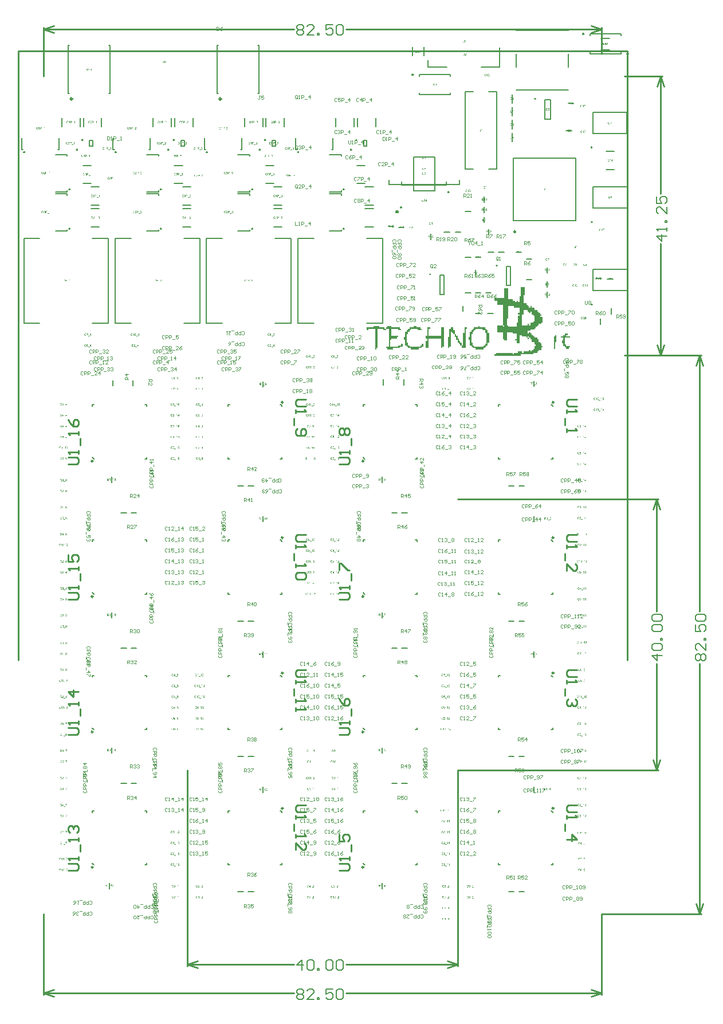
<source format=gto>
%FSLAX44Y44*%
%MOMM*%
G71*
G01*
G75*
G04 Layer_Color=65535*
%ADD10C,0.6000*%
G04:AMPARAMS|DCode=11|XSize=1.4mm|YSize=1.2mm|CornerRadius=0.198mm|HoleSize=0mm|Usage=FLASHONLY|Rotation=90.000|XOffset=0mm|YOffset=0mm|HoleType=Round|Shape=RoundedRectangle|*
%AMROUNDEDRECTD11*
21,1,1.4000,0.8040,0,0,90.0*
21,1,1.0040,1.2000,0,0,90.0*
1,1,0.3960,0.4020,0.5020*
1,1,0.3960,0.4020,-0.5020*
1,1,0.3960,-0.4020,-0.5020*
1,1,0.3960,-0.4020,0.5020*
%
%ADD11ROUNDEDRECTD11*%
G04:AMPARAMS|DCode=12|XSize=1mm|YSize=0.9mm|CornerRadius=0.198mm|HoleSize=0mm|Usage=FLASHONLY|Rotation=180.000|XOffset=0mm|YOffset=0mm|HoleType=Round|Shape=RoundedRectangle|*
%AMROUNDEDRECTD12*
21,1,1.0000,0.5040,0,0,180.0*
21,1,0.6040,0.9000,0,0,180.0*
1,1,0.3960,-0.3020,0.2520*
1,1,0.3960,0.3020,0.2520*
1,1,0.3960,0.3020,-0.2520*
1,1,0.3960,-0.3020,-0.2520*
%
%ADD12ROUNDEDRECTD12*%
G04:AMPARAMS|DCode=13|XSize=1.05mm|YSize=0.65mm|CornerRadius=0.2015mm|HoleSize=0mm|Usage=FLASHONLY|Rotation=0.000|XOffset=0mm|YOffset=0mm|HoleType=Round|Shape=RoundedRectangle|*
%AMROUNDEDRECTD13*
21,1,1.0500,0.2470,0,0,0.0*
21,1,0.6470,0.6500,0,0,0.0*
1,1,0.4030,0.3235,-0.1235*
1,1,0.4030,-0.3235,-0.1235*
1,1,0.4030,-0.3235,0.1235*
1,1,0.4030,0.3235,0.1235*
%
%ADD13ROUNDEDRECTD13*%
G04:AMPARAMS|DCode=14|XSize=1mm|YSize=0.9mm|CornerRadius=0.198mm|HoleSize=0mm|Usage=FLASHONLY|Rotation=90.000|XOffset=0mm|YOffset=0mm|HoleType=Round|Shape=RoundedRectangle|*
%AMROUNDEDRECTD14*
21,1,1.0000,0.5040,0,0,90.0*
21,1,0.6040,0.9000,0,0,90.0*
1,1,0.3960,0.2520,0.3020*
1,1,0.3960,0.2520,-0.3020*
1,1,0.3960,-0.2520,-0.3020*
1,1,0.3960,-0.2520,0.3020*
%
%ADD14ROUNDEDRECTD14*%
G04:AMPARAMS|DCode=15|XSize=1mm|YSize=0.95mm|CornerRadius=0.1995mm|HoleSize=0mm|Usage=FLASHONLY|Rotation=270.000|XOffset=0mm|YOffset=0mm|HoleType=Round|Shape=RoundedRectangle|*
%AMROUNDEDRECTD15*
21,1,1.0000,0.5510,0,0,270.0*
21,1,0.6010,0.9500,0,0,270.0*
1,1,0.3990,-0.2755,-0.3005*
1,1,0.3990,-0.2755,0.3005*
1,1,0.3990,0.2755,0.3005*
1,1,0.3990,0.2755,-0.3005*
%
%ADD15ROUNDEDRECTD15*%
%ADD16C,1.0000*%
%ADD17O,1.5000X0.3000*%
%ADD18O,0.3000X1.5000*%
G04:AMPARAMS|DCode=19|XSize=2.5mm|YSize=2mm|CornerRadius=0.2mm|HoleSize=0mm|Usage=FLASHONLY|Rotation=270.000|XOffset=0mm|YOffset=0mm|HoleType=Round|Shape=RoundedRectangle|*
%AMROUNDEDRECTD19*
21,1,2.5000,1.6000,0,0,270.0*
21,1,2.1000,2.0000,0,0,270.0*
1,1,0.4000,-0.8000,-1.0500*
1,1,0.4000,-0.8000,1.0500*
1,1,0.4000,0.8000,1.0500*
1,1,0.4000,0.8000,-1.0500*
%
%ADD19ROUNDEDRECTD19*%
G04:AMPARAMS|DCode=20|XSize=2.3mm|YSize=0.5mm|CornerRadius=0.2mm|HoleSize=0mm|Usage=FLASHONLY|Rotation=270.000|XOffset=0mm|YOffset=0mm|HoleType=Round|Shape=RoundedRectangle|*
%AMROUNDEDRECTD20*
21,1,2.3000,0.1000,0,0,270.0*
21,1,1.9000,0.5000,0,0,270.0*
1,1,0.4000,-0.0500,-0.9500*
1,1,0.4000,-0.0500,0.9500*
1,1,0.4000,0.0500,0.9500*
1,1,0.4000,0.0500,-0.9500*
%
%ADD20ROUNDEDRECTD20*%
G04:AMPARAMS|DCode=21|XSize=2.5mm|YSize=1.7mm|CornerRadius=0.204mm|HoleSize=0mm|Usage=FLASHONLY|Rotation=0.000|XOffset=0mm|YOffset=0mm|HoleType=Round|Shape=RoundedRectangle|*
%AMROUNDEDRECTD21*
21,1,2.5000,1.2920,0,0,0.0*
21,1,2.0920,1.7000,0,0,0.0*
1,1,0.4080,1.0460,-0.6460*
1,1,0.4080,-1.0460,-0.6460*
1,1,0.4080,-1.0460,0.6460*
1,1,0.4080,1.0460,0.6460*
%
%ADD21ROUNDEDRECTD21*%
G04:AMPARAMS|DCode=22|XSize=1.1mm|YSize=0.8mm|CornerRadius=0.268mm|HoleSize=0mm|Usage=FLASHONLY|Rotation=0.000|XOffset=0mm|YOffset=0mm|HoleType=Round|Shape=RoundedRectangle|*
%AMROUNDEDRECTD22*
21,1,1.1000,0.2640,0,0,0.0*
21,1,0.5640,0.8000,0,0,0.0*
1,1,0.5360,0.2820,-0.1320*
1,1,0.5360,-0.2820,-0.1320*
1,1,0.5360,-0.2820,0.1320*
1,1,0.5360,0.2820,0.1320*
%
%ADD22ROUNDEDRECTD22*%
G04:AMPARAMS|DCode=23|XSize=1.1mm|YSize=0.6mm|CornerRadius=0.201mm|HoleSize=0mm|Usage=FLASHONLY|Rotation=0.000|XOffset=0mm|YOffset=0mm|HoleType=Round|Shape=RoundedRectangle|*
%AMROUNDEDRECTD23*
21,1,1.1000,0.1980,0,0,0.0*
21,1,0.6980,0.6000,0,0,0.0*
1,1,0.4020,0.3490,-0.0990*
1,1,0.4020,-0.3490,-0.0990*
1,1,0.4020,-0.3490,0.0990*
1,1,0.4020,0.3490,0.0990*
%
%ADD23ROUNDEDRECTD23*%
G04:AMPARAMS|DCode=24|XSize=1.2mm|YSize=1.2mm|CornerRadius=0.198mm|HoleSize=0mm|Usage=FLASHONLY|Rotation=0.000|XOffset=0mm|YOffset=0mm|HoleType=Round|Shape=RoundedRectangle|*
%AMROUNDEDRECTD24*
21,1,1.2000,0.8040,0,0,0.0*
21,1,0.8040,1.2000,0,0,0.0*
1,1,0.3960,0.4020,-0.4020*
1,1,0.3960,-0.4020,-0.4020*
1,1,0.3960,-0.4020,0.4020*
1,1,0.3960,0.4020,0.4020*
%
%ADD24ROUNDEDRECTD24*%
G04:AMPARAMS|DCode=25|XSize=1.45mm|YSize=1.15mm|CornerRadius=0.2013mm|HoleSize=0mm|Usage=FLASHONLY|Rotation=180.000|XOffset=0mm|YOffset=0mm|HoleType=Round|Shape=RoundedRectangle|*
%AMROUNDEDRECTD25*
21,1,1.4500,0.7475,0,0,180.0*
21,1,1.0475,1.1500,0,0,180.0*
1,1,0.4025,-0.5238,0.3738*
1,1,0.4025,0.5238,0.3738*
1,1,0.4025,0.5238,-0.3738*
1,1,0.4025,-0.5238,-0.3738*
%
%ADD25ROUNDEDRECTD25*%
G04:AMPARAMS|DCode=26|XSize=1mm|YSize=0.95mm|CornerRadius=0.1995mm|HoleSize=0mm|Usage=FLASHONLY|Rotation=180.000|XOffset=0mm|YOffset=0mm|HoleType=Round|Shape=RoundedRectangle|*
%AMROUNDEDRECTD26*
21,1,1.0000,0.5510,0,0,180.0*
21,1,0.6010,0.9500,0,0,180.0*
1,1,0.3990,-0.3005,0.2755*
1,1,0.3990,0.3005,0.2755*
1,1,0.3990,0.3005,-0.2755*
1,1,0.3990,-0.3005,-0.2755*
%
%ADD26ROUNDEDRECTD26*%
G04:AMPARAMS|DCode=27|XSize=1.45mm|YSize=1.15mm|CornerRadius=0.2013mm|HoleSize=0mm|Usage=FLASHONLY|Rotation=270.000|XOffset=0mm|YOffset=0mm|HoleType=Round|Shape=RoundedRectangle|*
%AMROUNDEDRECTD27*
21,1,1.4500,0.7475,0,0,270.0*
21,1,1.0475,1.1500,0,0,270.0*
1,1,0.4025,-0.3738,-0.5238*
1,1,0.4025,-0.3738,0.5238*
1,1,0.4025,0.3738,0.5238*
1,1,0.4025,0.3738,-0.5238*
%
%ADD27ROUNDEDRECTD27*%
G04:AMPARAMS|DCode=28|XSize=0.62mm|YSize=0.62mm|CornerRadius=0.1488mm|HoleSize=0mm|Usage=FLASHONLY|Rotation=0.000|XOffset=0mm|YOffset=0mm|HoleType=Round|Shape=RoundedRectangle|*
%AMROUNDEDRECTD28*
21,1,0.6200,0.3224,0,0,0.0*
21,1,0.3224,0.6200,0,0,0.0*
1,1,0.2976,0.1612,-0.1612*
1,1,0.2976,-0.1612,-0.1612*
1,1,0.2976,-0.1612,0.1612*
1,1,0.2976,0.1612,0.1612*
%
%ADD28ROUNDEDRECTD28*%
G04:AMPARAMS|DCode=29|XSize=2.7mm|YSize=1.15mm|CornerRadius=0.2013mm|HoleSize=0mm|Usage=FLASHONLY|Rotation=0.000|XOffset=0mm|YOffset=0mm|HoleType=Round|Shape=RoundedRectangle|*
%AMROUNDEDRECTD29*
21,1,2.7000,0.7475,0,0,0.0*
21,1,2.2975,1.1500,0,0,0.0*
1,1,0.4025,1.1487,-0.3738*
1,1,0.4025,-1.1487,-0.3738*
1,1,0.4025,-1.1487,0.3738*
1,1,0.4025,1.1487,0.3738*
%
%ADD29ROUNDEDRECTD29*%
G04:AMPARAMS|DCode=30|XSize=2.7mm|YSize=1.15mm|CornerRadius=0.2013mm|HoleSize=0mm|Usage=FLASHONLY|Rotation=270.000|XOffset=0mm|YOffset=0mm|HoleType=Round|Shape=RoundedRectangle|*
%AMROUNDEDRECTD30*
21,1,2.7000,0.7475,0,0,270.0*
21,1,2.2975,1.1500,0,0,270.0*
1,1,0.4025,-0.3738,-1.1487*
1,1,0.4025,-0.3738,1.1487*
1,1,0.4025,0.3738,1.1487*
1,1,0.4025,0.3738,-1.1487*
%
%ADD30ROUNDEDRECTD30*%
G04:AMPARAMS|DCode=31|XSize=0.65mm|YSize=0.5mm|CornerRadius=0.2mm|HoleSize=0mm|Usage=FLASHONLY|Rotation=0.000|XOffset=0mm|YOffset=0mm|HoleType=Round|Shape=RoundedRectangle|*
%AMROUNDEDRECTD31*
21,1,0.6500,0.1000,0,0,0.0*
21,1,0.2500,0.5000,0,0,0.0*
1,1,0.4000,0.1250,-0.0500*
1,1,0.4000,-0.1250,-0.0500*
1,1,0.4000,-0.1250,0.0500*
1,1,0.4000,0.1250,0.0500*
%
%ADD31ROUNDEDRECTD31*%
G04:AMPARAMS|DCode=32|XSize=3.3mm|YSize=2.5mm|CornerRadius=0.2mm|HoleSize=0mm|Usage=FLASHONLY|Rotation=180.000|XOffset=0mm|YOffset=0mm|HoleType=Round|Shape=RoundedRectangle|*
%AMROUNDEDRECTD32*
21,1,3.3000,2.1000,0,0,180.0*
21,1,2.9000,2.5000,0,0,180.0*
1,1,0.4000,-1.4500,1.0500*
1,1,0.4000,1.4500,1.0500*
1,1,0.4000,1.4500,-1.0500*
1,1,0.4000,-1.4500,-1.0500*
%
%ADD32ROUNDEDRECTD32*%
G04:AMPARAMS|DCode=33|XSize=6.5mm|YSize=5mm|CornerRadius=0.25mm|HoleSize=0mm|Usage=FLASHONLY|Rotation=0.000|XOffset=0mm|YOffset=0mm|HoleType=Round|Shape=RoundedRectangle|*
%AMROUNDEDRECTD33*
21,1,6.5000,4.5000,0,0,0.0*
21,1,6.0000,5.0000,0,0,0.0*
1,1,0.5000,3.0000,-2.2500*
1,1,0.5000,-3.0000,-2.2500*
1,1,0.5000,-3.0000,2.2500*
1,1,0.5000,3.0000,2.2500*
%
%ADD33ROUNDEDRECTD33*%
%ADD34O,0.5000X1.3500*%
%ADD35O,1.3500X0.5000*%
G04:AMPARAMS|DCode=36|XSize=1.75mm|YSize=1.05mm|CornerRadius=0.1995mm|HoleSize=0mm|Usage=FLASHONLY|Rotation=90.000|XOffset=0mm|YOffset=0mm|HoleType=Round|Shape=RoundedRectangle|*
%AMROUNDEDRECTD36*
21,1,1.7500,0.6510,0,0,90.0*
21,1,1.3510,1.0500,0,0,90.0*
1,1,0.3990,0.3255,0.6755*
1,1,0.3990,0.3255,-0.6755*
1,1,0.3990,-0.3255,-0.6755*
1,1,0.3990,-0.3255,0.6755*
%
%ADD36ROUNDEDRECTD36*%
G04:AMPARAMS|DCode=37|XSize=1.75mm|YSize=1.05mm|CornerRadius=0.1995mm|HoleSize=0mm|Usage=FLASHONLY|Rotation=180.000|XOffset=0mm|YOffset=0mm|HoleType=Round|Shape=RoundedRectangle|*
%AMROUNDEDRECTD37*
21,1,1.7500,0.6510,0,0,180.0*
21,1,1.3510,1.0500,0,0,180.0*
1,1,0.3990,-0.6755,0.3255*
1,1,0.3990,0.6755,0.3255*
1,1,0.3990,0.6755,-0.3255*
1,1,0.3990,-0.6755,-0.3255*
%
%ADD37ROUNDEDRECTD37*%
G04:AMPARAMS|DCode=38|XSize=0.7mm|YSize=0.25mm|CornerRadius=0.0838mm|HoleSize=0mm|Usage=FLASHONLY|Rotation=0.000|XOffset=0mm|YOffset=0mm|HoleType=Round|Shape=RoundedRectangle|*
%AMROUNDEDRECTD38*
21,1,0.7000,0.0825,0,0,0.0*
21,1,0.5325,0.2500,0,0,0.0*
1,1,0.1675,0.2662,-0.0413*
1,1,0.1675,-0.2662,-0.0413*
1,1,0.1675,-0.2662,0.0413*
1,1,0.1675,0.2662,0.0413*
%
%ADD38ROUNDEDRECTD38*%
G04:AMPARAMS|DCode=39|XSize=1.35mm|YSize=1.65mm|CornerRadius=0.27mm|HoleSize=0mm|Usage=FLASHONLY|Rotation=90.000|XOffset=0mm|YOffset=0mm|HoleType=Round|Shape=RoundedRectangle|*
%AMROUNDEDRECTD39*
21,1,1.3500,1.1100,0,0,90.0*
21,1,0.8100,1.6500,0,0,90.0*
1,1,0.5400,0.5550,0.4050*
1,1,0.5400,0.5550,-0.4050*
1,1,0.5400,-0.5550,-0.4050*
1,1,0.5400,-0.5550,0.4050*
%
%ADD39ROUNDEDRECTD39*%
%ADD40O,1.5500X0.6000*%
G04:AMPARAMS|DCode=41|XSize=3.95mm|YSize=1.2mm|CornerRadius=0.198mm|HoleSize=0mm|Usage=FLASHONLY|Rotation=90.000|XOffset=0mm|YOffset=0mm|HoleType=Round|Shape=RoundedRectangle|*
%AMROUNDEDRECTD41*
21,1,3.9500,0.8040,0,0,90.0*
21,1,3.5540,1.2000,0,0,90.0*
1,1,0.3960,0.4020,1.7770*
1,1,0.3960,0.4020,-1.7770*
1,1,0.3960,-0.4020,-1.7770*
1,1,0.3960,-0.4020,1.7770*
%
%ADD41ROUNDEDRECTD41*%
G04:AMPARAMS|DCode=42|XSize=11.3mm|YSize=10.75mm|CornerRadius=0.215mm|HoleSize=0mm|Usage=FLASHONLY|Rotation=90.000|XOffset=0mm|YOffset=0mm|HoleType=Round|Shape=RoundedRectangle|*
%AMROUNDEDRECTD42*
21,1,11.3000,10.3200,0,0,90.0*
21,1,10.8700,10.7500,0,0,90.0*
1,1,0.4300,5.1600,5.4350*
1,1,0.4300,5.1600,-5.4350*
1,1,0.4300,-5.1600,-5.4350*
1,1,0.4300,-5.1600,5.4350*
%
%ADD42ROUNDEDRECTD42*%
G04:AMPARAMS|DCode=43|XSize=2.85mm|YSize=1mm|CornerRadius=0.2mm|HoleSize=0mm|Usage=FLASHONLY|Rotation=90.000|XOffset=0mm|YOffset=0mm|HoleType=Round|Shape=RoundedRectangle|*
%AMROUNDEDRECTD43*
21,1,2.8500,0.6000,0,0,90.0*
21,1,2.4500,1.0000,0,0,90.0*
1,1,0.4000,0.3000,1.2250*
1,1,0.4000,0.3000,-1.2250*
1,1,0.4000,-0.3000,-1.2250*
1,1,0.4000,-0.3000,1.2250*
%
%ADD43ROUNDEDRECTD43*%
G04:AMPARAMS|DCode=44|XSize=6.45mm|YSize=6mm|CornerRadius=0.21mm|HoleSize=0mm|Usage=FLASHONLY|Rotation=90.000|XOffset=0mm|YOffset=0mm|HoleType=Round|Shape=RoundedRectangle|*
%AMROUNDEDRECTD44*
21,1,6.4500,5.5800,0,0,90.0*
21,1,6.0300,6.0000,0,0,90.0*
1,1,0.4200,2.7900,3.0150*
1,1,0.4200,2.7900,-3.0150*
1,1,0.4200,-2.7900,-3.0150*
1,1,0.4200,-2.7900,3.0150*
%
%ADD44ROUNDEDRECTD44*%
%ADD45O,0.6000X1.5500*%
G04:AMPARAMS|DCode=46|XSize=4.9mm|YSize=1.6mm|CornerRadius=0.2mm|HoleSize=0mm|Usage=FLASHONLY|Rotation=270.000|XOffset=0mm|YOffset=0mm|HoleType=Round|Shape=RoundedRectangle|*
%AMROUNDEDRECTD46*
21,1,4.9000,1.2000,0,0,270.0*
21,1,4.5000,1.6000,0,0,270.0*
1,1,0.4000,-0.6000,-2.2500*
1,1,0.4000,-0.6000,2.2500*
1,1,0.4000,0.6000,2.2500*
1,1,0.4000,0.6000,-2.2500*
%
%ADD46ROUNDEDRECTD46*%
%ADD47R,1.3000X1.3000*%
%ADD48C,1.3000*%
%ADD49O,0.3000X1.0000*%
%ADD50O,1.0000X0.3000*%
%ADD51R,0.3500X0.3500*%
%ADD52C,0.2000*%
%ADD53C,0.5000*%
%ADD54C,0.2500*%
%ADD55C,0.8000*%
%ADD56C,2.0000*%
%ADD57C,1.0000*%
%ADD58C,0.3500*%
%ADD59C,0.6000*%
%ADD60C,0.2540*%
%ADD61C,6.0000*%
%ADD62C,1.9000*%
%ADD63C,0.5000*%
%ADD64C,2.5000*%
%ADD65C,4.5000*%
%ADD66C,0.3000*%
%ADD67C,0.1500*%
%ADD68C,0.1000*%
%ADD69C,0.1524*%
G36*
X-670118Y775831D02*
X-670077Y775826D01*
X-670031Y775821D01*
X-669980Y775812D01*
X-669924Y775803D01*
X-669804Y775771D01*
X-669744Y775752D01*
X-669679Y775724D01*
X-669619Y775692D01*
X-669559Y775660D01*
X-669503Y775618D01*
X-669453Y775572D01*
X-669448Y775567D01*
X-669439Y775558D01*
X-669429Y775544D01*
X-669411Y775526D01*
X-669392Y775498D01*
X-669369Y775470D01*
X-669342Y775433D01*
X-669319Y775396D01*
X-669268Y775299D01*
X-669226Y775188D01*
X-669208Y775128D01*
X-669194Y775063D01*
X-669189Y774994D01*
X-669184Y774925D01*
Y774920D01*
Y774911D01*
Y774892D01*
X-669189Y774865D01*
Y774837D01*
X-669194Y774800D01*
X-669208Y774717D01*
X-669231Y774620D01*
X-669268Y774513D01*
X-669314Y774407D01*
X-669379Y774305D01*
Y774301D01*
X-669388Y774291D01*
X-669402Y774277D01*
X-669416Y774254D01*
X-669439Y774231D01*
X-669466Y774194D01*
X-669503Y774157D01*
X-669540Y774116D01*
X-669587Y774065D01*
X-669642Y774009D01*
X-669702Y773949D01*
X-669772Y773885D01*
X-669846Y773815D01*
X-669929Y773741D01*
X-670021Y773663D01*
X-670118Y773579D01*
X-670123Y773575D01*
X-670141Y773561D01*
X-670169Y773538D01*
X-670201Y773505D01*
X-670243Y773473D01*
X-670289Y773431D01*
X-670391Y773344D01*
X-670493Y773251D01*
X-670539Y773210D01*
X-670581Y773168D01*
X-670618Y773131D01*
X-670645Y773099D01*
X-670664Y773075D01*
X-670673Y773057D01*
X-669175D01*
Y772604D01*
X-671320D01*
Y772609D01*
Y772618D01*
Y772636D01*
X-671316Y772659D01*
Y772692D01*
X-671311Y772724D01*
X-671297Y772807D01*
X-671274Y772900D01*
X-671246Y773001D01*
X-671200Y773103D01*
X-671140Y773205D01*
Y773210D01*
X-671131Y773219D01*
X-671122Y773233D01*
X-671103Y773251D01*
X-671085Y773279D01*
X-671057Y773311D01*
X-671029Y773344D01*
X-670992Y773385D01*
X-670950Y773431D01*
X-670904Y773478D01*
X-670849Y773533D01*
X-670789Y773589D01*
X-670724Y773649D01*
X-670655Y773713D01*
X-670576Y773778D01*
X-670493Y773848D01*
X-670488Y773852D01*
X-670474Y773866D01*
X-670446Y773885D01*
X-670414Y773912D01*
X-670377Y773940D01*
X-670336Y773977D01*
X-670234Y774065D01*
X-670128Y774162D01*
X-670026Y774259D01*
X-669975Y774310D01*
X-669929Y774356D01*
X-669887Y774402D01*
X-669855Y774444D01*
Y774448D01*
X-669846Y774453D01*
X-669827Y774481D01*
X-669804Y774527D01*
X-669772Y774587D01*
X-669739Y774661D01*
X-669716Y774744D01*
X-669698Y774837D01*
X-669688Y774934D01*
Y774939D01*
Y774943D01*
Y774971D01*
X-669693Y775017D01*
X-669707Y775068D01*
X-669721Y775128D01*
X-669744Y775188D01*
X-669776Y775248D01*
X-669822Y775304D01*
X-669827Y775308D01*
X-669846Y775327D01*
X-669878Y775345D01*
X-669920Y775373D01*
X-669975Y775396D01*
X-670040Y775419D01*
X-670118Y775433D01*
X-670206Y775438D01*
X-670243D01*
X-670280Y775428D01*
X-670331Y775419D01*
X-670386Y775405D01*
X-670451Y775378D01*
X-670511Y775345D01*
X-670571Y775299D01*
X-670576Y775294D01*
X-670594Y775271D01*
X-670622Y775239D01*
X-670650Y775193D01*
X-670682Y775133D01*
X-670710Y775054D01*
X-670733Y774962D01*
X-670747Y774855D01*
X-671246D01*
Y774860D01*
Y774878D01*
X-671242Y774902D01*
X-671237Y774934D01*
X-671228Y774971D01*
X-671218Y775017D01*
X-671209Y775068D01*
X-671191Y775123D01*
X-671154Y775239D01*
X-671098Y775359D01*
X-671066Y775419D01*
X-671024Y775475D01*
X-670983Y775530D01*
X-670932Y775581D01*
X-670927Y775586D01*
X-670918Y775590D01*
X-670904Y775604D01*
X-670881Y775623D01*
X-670853Y775641D01*
X-670816Y775660D01*
X-670779Y775683D01*
X-670733Y775711D01*
X-670682Y775734D01*
X-670627Y775757D01*
X-670567Y775775D01*
X-670502Y775794D01*
X-670433Y775812D01*
X-670359Y775826D01*
X-670280Y775831D01*
X-670197Y775835D01*
X-670151D01*
X-670118Y775831D01*
D02*
G37*
G36*
X-666489Y771924D02*
X-669014D01*
Y772230D01*
X-666489D01*
Y771924D01*
D02*
G37*
G36*
X-664844Y772604D02*
X-665334D01*
Y775036D01*
X-665343Y775031D01*
X-665352Y775022D01*
X-665371Y775012D01*
X-665394Y774999D01*
X-665422Y774985D01*
X-665454Y774971D01*
X-665496Y774957D01*
X-665542Y774939D01*
X-665593Y774925D01*
X-665657Y774911D01*
X-665722Y774902D01*
X-665801Y774888D01*
X-665884Y774883D01*
X-665976Y774874D01*
X-666078D01*
Y775276D01*
X-666046D01*
X-666009Y775281D01*
X-665962Y775285D01*
X-665902Y775294D01*
X-665838Y775304D01*
X-665768Y775322D01*
X-665699Y775345D01*
X-665625Y775378D01*
X-665551Y775415D01*
X-665477Y775456D01*
X-665412Y775512D01*
X-665352Y775576D01*
X-665301Y775650D01*
X-665264Y775738D01*
X-665237Y775835D01*
X-664844D01*
Y772604D01*
D02*
G37*
G36*
X-662703Y775831D02*
X-662671D01*
X-662634Y775826D01*
X-662551Y775812D01*
X-662454Y775785D01*
X-662347Y775748D01*
X-662246Y775701D01*
X-662195Y775669D01*
X-662144Y775632D01*
X-662139D01*
X-662135Y775623D01*
X-662121Y775609D01*
X-662102Y775595D01*
X-662084Y775572D01*
X-662061Y775544D01*
X-662038Y775512D01*
X-662010Y775475D01*
X-661982Y775433D01*
X-661954Y775382D01*
X-661931Y775331D01*
X-661904Y775271D01*
X-661885Y775207D01*
X-661862Y775137D01*
X-661848Y775063D01*
X-661834Y774980D01*
X-662334D01*
Y774985D01*
X-662338Y774999D01*
X-662343Y775022D01*
X-662347Y775054D01*
X-662357Y775086D01*
X-662371Y775123D01*
X-662389Y775165D01*
X-662408Y775211D01*
X-662435Y775253D01*
X-662468Y775294D01*
X-662505Y775331D01*
X-662546Y775368D01*
X-662597Y775396D01*
X-662653Y775419D01*
X-662717Y775433D01*
X-662787Y775438D01*
X-662810D01*
X-662828Y775433D01*
X-662874Y775424D01*
X-662934Y775401D01*
X-663004Y775368D01*
X-663036Y775345D01*
X-663073Y775318D01*
X-663110Y775285D01*
X-663142Y775244D01*
X-663179Y775202D01*
X-663212Y775151D01*
Y775146D01*
X-663221Y775137D01*
X-663226Y775123D01*
X-663240Y775100D01*
X-663253Y775068D01*
X-663267Y775036D01*
X-663281Y774994D01*
X-663300Y774948D01*
X-663314Y774892D01*
X-663332Y774832D01*
X-663351Y774767D01*
X-663364Y774698D01*
X-663378Y774624D01*
X-663388Y774541D01*
X-663401Y774458D01*
X-663406Y774365D01*
X-663401Y774370D01*
X-663397Y774379D01*
X-663383Y774398D01*
X-663364Y774416D01*
X-663337Y774439D01*
X-663309Y774467D01*
X-663277Y774499D01*
X-663235Y774532D01*
X-663193Y774559D01*
X-663142Y774592D01*
X-663087Y774620D01*
X-663032Y774643D01*
X-662967Y774661D01*
X-662897Y774680D01*
X-662828Y774689D01*
X-662750Y774694D01*
X-662708D01*
X-662680Y774689D01*
X-662648Y774684D01*
X-662606Y774680D01*
X-662560Y774670D01*
X-662509Y774657D01*
X-662403Y774620D01*
X-662347Y774596D01*
X-662287Y774569D01*
X-662232Y774536D01*
X-662176Y774495D01*
X-662121Y774448D01*
X-662065Y774398D01*
X-662061Y774393D01*
X-662051Y774384D01*
X-662038Y774370D01*
X-662019Y774347D01*
X-662001Y774314D01*
X-661978Y774282D01*
X-661950Y774240D01*
X-661922Y774194D01*
X-661899Y774143D01*
X-661871Y774088D01*
X-661848Y774028D01*
X-661825Y773963D01*
X-661811Y773889D01*
X-661797Y773815D01*
X-661788Y773737D01*
X-661783Y773653D01*
Y773649D01*
Y773635D01*
Y773607D01*
X-661788Y773575D01*
X-661793Y773538D01*
X-661797Y773492D01*
X-661806Y773441D01*
X-661816Y773385D01*
X-661853Y773260D01*
X-661871Y773196D01*
X-661899Y773131D01*
X-661931Y773066D01*
X-661968Y772997D01*
X-662010Y772932D01*
X-662061Y772872D01*
X-662065Y772868D01*
X-662075Y772858D01*
X-662088Y772844D01*
X-662112Y772821D01*
X-662139Y772798D01*
X-662172Y772770D01*
X-662213Y772743D01*
X-662255Y772715D01*
X-662306Y772683D01*
X-662361Y772655D01*
X-662421Y772627D01*
X-662486Y772604D01*
X-662560Y772581D01*
X-662634Y772567D01*
X-662713Y772558D01*
X-662796Y772553D01*
X-662819D01*
X-662847Y772558D01*
X-662884D01*
X-662925Y772567D01*
X-662976Y772576D01*
X-663036Y772586D01*
X-663096Y772604D01*
X-663161Y772623D01*
X-663226Y772650D01*
X-663295Y772683D01*
X-663364Y772719D01*
X-663429Y772766D01*
X-663494Y772821D01*
X-663559Y772881D01*
X-663614Y772951D01*
X-663619Y772955D01*
X-663628Y772969D01*
X-663642Y772992D01*
X-663660Y773025D01*
X-663679Y773066D01*
X-663707Y773117D01*
X-663730Y773177D01*
X-663757Y773247D01*
X-663785Y773320D01*
X-663808Y773408D01*
X-663836Y773501D01*
X-663854Y773603D01*
X-663873Y773713D01*
X-663887Y773834D01*
X-663896Y773963D01*
X-663901Y774097D01*
Y774102D01*
Y774116D01*
Y774139D01*
X-663896Y774171D01*
Y774213D01*
X-663891Y774259D01*
X-663887Y774310D01*
X-663882Y774370D01*
X-663873Y774435D01*
X-663864Y774499D01*
X-663841Y774647D01*
X-663804Y774804D01*
X-663757Y774966D01*
X-663697Y775128D01*
X-663623Y775285D01*
X-663531Y775433D01*
X-663480Y775502D01*
X-663420Y775563D01*
X-663360Y775623D01*
X-663290Y775674D01*
X-663216Y775720D01*
X-663138Y775761D01*
X-663055Y775794D01*
X-662962Y775817D01*
X-662865Y775831D01*
X-662763Y775835D01*
X-662727D01*
X-662703Y775831D01*
D02*
G37*
G36*
X-672864D02*
X-672823Y775826D01*
X-672767Y775821D01*
X-672712Y775812D01*
X-672647Y775798D01*
X-672508Y775766D01*
X-672434Y775743D01*
X-672360Y775715D01*
X-672282Y775683D01*
X-672208Y775646D01*
X-672134Y775604D01*
X-672065Y775553D01*
X-672060Y775549D01*
X-672051Y775539D01*
X-672032Y775526D01*
X-672004Y775502D01*
X-671977Y775470D01*
X-671944Y775438D01*
X-671912Y775396D01*
X-671875Y775350D01*
X-671838Y775294D01*
X-671801Y775234D01*
X-671764Y775170D01*
X-671732Y775100D01*
X-671704Y775022D01*
X-671681Y774939D01*
X-671662Y774851D01*
X-671648Y774758D01*
X-672162D01*
Y774763D01*
Y774772D01*
X-672166Y774791D01*
X-672171Y774809D01*
X-672176Y774837D01*
X-672180Y774865D01*
X-672203Y774934D01*
X-672236Y775012D01*
X-672277Y775091D01*
X-672333Y775170D01*
X-672407Y775234D01*
X-672411D01*
X-672416Y775244D01*
X-672430Y775248D01*
X-672444Y775262D01*
X-672490Y775285D01*
X-672554Y775318D01*
X-672633Y775345D01*
X-672726Y775373D01*
X-672832Y775391D01*
X-672947Y775396D01*
X-672989D01*
X-673021Y775391D01*
X-673058Y775387D01*
X-673105Y775378D01*
X-673156Y775368D01*
X-673206Y775359D01*
X-673322Y775322D01*
X-673382Y775294D01*
X-673442Y775267D01*
X-673498Y775230D01*
X-673558Y775188D01*
X-673613Y775142D01*
X-673664Y775086D01*
X-673669Y775082D01*
X-673673Y775072D01*
X-673687Y775054D01*
X-673706Y775031D01*
X-673724Y774999D01*
X-673747Y774957D01*
X-673770Y774915D01*
X-673793Y774860D01*
X-673817Y774800D01*
X-673840Y774735D01*
X-673863Y774661D01*
X-673881Y774583D01*
X-673900Y774495D01*
X-673914Y774402D01*
X-673918Y774301D01*
X-673923Y774194D01*
Y774190D01*
Y774166D01*
Y774139D01*
X-673918Y774097D01*
X-673914Y774051D01*
X-673909Y773991D01*
X-673900Y773931D01*
X-673891Y773861D01*
X-673858Y773718D01*
X-673812Y773570D01*
X-673784Y773496D01*
X-673747Y773427D01*
X-673710Y773357D01*
X-673664Y773297D01*
X-673659Y773293D01*
X-673650Y773283D01*
X-673636Y773270D01*
X-673618Y773251D01*
X-673590Y773223D01*
X-673558Y773200D01*
X-673521Y773173D01*
X-673475Y773145D01*
X-673428Y773112D01*
X-673377Y773085D01*
X-673317Y773062D01*
X-673253Y773038D01*
X-673188Y773015D01*
X-673114Y773001D01*
X-673040Y772992D01*
X-672957Y772988D01*
X-672924D01*
X-672901Y772992D01*
X-672869D01*
X-672837Y772997D01*
X-672758Y773011D01*
X-672670Y773029D01*
X-672578Y773057D01*
X-672485Y773099D01*
X-672402Y773154D01*
X-672397D01*
X-672393Y773163D01*
X-672370Y773186D01*
X-672333Y773223D01*
X-672296Y773283D01*
X-672249Y773353D01*
X-672212Y773441D01*
X-672180Y773547D01*
X-672162Y773672D01*
X-671648D01*
Y773667D01*
X-671653Y773649D01*
Y773616D01*
X-671662Y773579D01*
X-671672Y773533D01*
X-671681Y773482D01*
X-671699Y773422D01*
X-671718Y773357D01*
X-671741Y773288D01*
X-671769Y773219D01*
X-671801Y773149D01*
X-671838Y773080D01*
X-671884Y773011D01*
X-671935Y772946D01*
X-671991Y772886D01*
X-672055Y772831D01*
X-672060Y772826D01*
X-672074Y772817D01*
X-672092Y772803D01*
X-672120Y772789D01*
X-672152Y772766D01*
X-672199Y772743D01*
X-672245Y772719D01*
X-672300Y772692D01*
X-672360Y772664D01*
X-672430Y772641D01*
X-672504Y772618D01*
X-672582Y772595D01*
X-672670Y772581D01*
X-672758Y772567D01*
X-672855Y772558D01*
X-672952Y772553D01*
X-672980D01*
X-673017Y772558D01*
X-673063Y772562D01*
X-673123Y772567D01*
X-673188Y772576D01*
X-673262Y772590D01*
X-673340Y772609D01*
X-673428Y772632D01*
X-673516Y772659D01*
X-673604Y772696D01*
X-673696Y772743D01*
X-673789Y772794D01*
X-673877Y772849D01*
X-673960Y772918D01*
X-674038Y772997D01*
X-674043Y773001D01*
X-674057Y773015D01*
X-674075Y773043D01*
X-674103Y773080D01*
X-674131Y773122D01*
X-674163Y773177D01*
X-674200Y773242D01*
X-674237Y773311D01*
X-674279Y773394D01*
X-674311Y773482D01*
X-674348Y773584D01*
X-674376Y773690D01*
X-674404Y773806D01*
X-674422Y773926D01*
X-674436Y774055D01*
X-674441Y774194D01*
Y774203D01*
Y774227D01*
X-674436Y774268D01*
Y774319D01*
X-674427Y774384D01*
X-674417Y774458D01*
X-674408Y774536D01*
X-674390Y774629D01*
X-674367Y774721D01*
X-674344Y774818D01*
X-674311Y774915D01*
X-674270Y775017D01*
X-674223Y775114D01*
X-674173Y775211D01*
X-674108Y775304D01*
X-674038Y775391D01*
X-674034Y775396D01*
X-674020Y775410D01*
X-673997Y775433D01*
X-673964Y775461D01*
X-673923Y775493D01*
X-673872Y775530D01*
X-673817Y775572D01*
X-673752Y775613D01*
X-673678Y775655D01*
X-673595Y775697D01*
X-673507Y775734D01*
X-673410Y775766D01*
X-673303Y775794D01*
X-673193Y775817D01*
X-673077Y775831D01*
X-672952Y775835D01*
X-672901D01*
X-672864Y775831D01*
D02*
G37*
G36*
Y111875D02*
X-672823Y111870D01*
X-672767Y111865D01*
X-672712Y111856D01*
X-672647Y111842D01*
X-672508Y111810D01*
X-672434Y111787D01*
X-672360Y111759D01*
X-672282Y111727D01*
X-672208Y111690D01*
X-672134Y111648D01*
X-672065Y111597D01*
X-672060Y111593D01*
X-672051Y111583D01*
X-672032Y111570D01*
X-672004Y111546D01*
X-671977Y111514D01*
X-671944Y111482D01*
X-671912Y111440D01*
X-671875Y111394D01*
X-671838Y111338D01*
X-671801Y111278D01*
X-671764Y111214D01*
X-671732Y111144D01*
X-671704Y111066D01*
X-671681Y110983D01*
X-671662Y110895D01*
X-671648Y110802D01*
X-672162D01*
Y110807D01*
Y110816D01*
X-672166Y110835D01*
X-672171Y110853D01*
X-672176Y110881D01*
X-672180Y110908D01*
X-672203Y110978D01*
X-672236Y111056D01*
X-672277Y111135D01*
X-672333Y111214D01*
X-672407Y111278D01*
X-672411D01*
X-672416Y111288D01*
X-672430Y111292D01*
X-672444Y111306D01*
X-672490Y111329D01*
X-672554Y111362D01*
X-672633Y111389D01*
X-672726Y111417D01*
X-672832Y111435D01*
X-672947Y111440D01*
X-672989D01*
X-673021Y111435D01*
X-673058Y111431D01*
X-673105Y111422D01*
X-673156Y111412D01*
X-673206Y111403D01*
X-673322Y111366D01*
X-673382Y111338D01*
X-673442Y111311D01*
X-673498Y111274D01*
X-673558Y111232D01*
X-673613Y111186D01*
X-673664Y111130D01*
X-673669Y111126D01*
X-673673Y111117D01*
X-673687Y111098D01*
X-673706Y111075D01*
X-673724Y111043D01*
X-673747Y111001D01*
X-673770Y110959D01*
X-673793Y110904D01*
X-673817Y110844D01*
X-673840Y110779D01*
X-673863Y110705D01*
X-673881Y110626D01*
X-673900Y110539D01*
X-673914Y110446D01*
X-673918Y110344D01*
X-673923Y110238D01*
Y110234D01*
Y110211D01*
Y110183D01*
X-673918Y110141D01*
X-673914Y110095D01*
X-673909Y110035D01*
X-673900Y109975D01*
X-673891Y109905D01*
X-673858Y109762D01*
X-673812Y109614D01*
X-673784Y109540D01*
X-673747Y109471D01*
X-673710Y109402D01*
X-673664Y109341D01*
X-673659Y109337D01*
X-673650Y109327D01*
X-673636Y109314D01*
X-673618Y109295D01*
X-673590Y109267D01*
X-673558Y109244D01*
X-673521Y109217D01*
X-673475Y109189D01*
X-673428Y109157D01*
X-673377Y109129D01*
X-673317Y109106D01*
X-673253Y109082D01*
X-673188Y109059D01*
X-673114Y109045D01*
X-673040Y109036D01*
X-672957Y109032D01*
X-672924D01*
X-672901Y109036D01*
X-672869D01*
X-672837Y109041D01*
X-672758Y109055D01*
X-672670Y109073D01*
X-672578Y109101D01*
X-672485Y109143D01*
X-672402Y109198D01*
X-672397D01*
X-672393Y109207D01*
X-672370Y109230D01*
X-672333Y109267D01*
X-672296Y109327D01*
X-672249Y109397D01*
X-672212Y109485D01*
X-672180Y109591D01*
X-672162Y109716D01*
X-671648D01*
Y109711D01*
X-671653Y109693D01*
Y109660D01*
X-671662Y109623D01*
X-671672Y109577D01*
X-671681Y109526D01*
X-671699Y109466D01*
X-671718Y109402D01*
X-671741Y109332D01*
X-671769Y109263D01*
X-671801Y109193D01*
X-671838Y109124D01*
X-671884Y109055D01*
X-671935Y108990D01*
X-671991Y108930D01*
X-672055Y108875D01*
X-672060Y108870D01*
X-672074Y108861D01*
X-672092Y108847D01*
X-672120Y108833D01*
X-672152Y108810D01*
X-672199Y108787D01*
X-672245Y108764D01*
X-672300Y108736D01*
X-672360Y108708D01*
X-672430Y108685D01*
X-672504Y108662D01*
X-672582Y108639D01*
X-672670Y108625D01*
X-672758Y108611D01*
X-672855Y108602D01*
X-672952Y108597D01*
X-672980D01*
X-673017Y108602D01*
X-673063Y108606D01*
X-673123Y108611D01*
X-673188Y108620D01*
X-673262Y108634D01*
X-673340Y108653D01*
X-673428Y108676D01*
X-673516Y108703D01*
X-673604Y108740D01*
X-673696Y108787D01*
X-673789Y108837D01*
X-673877Y108893D01*
X-673960Y108962D01*
X-674038Y109041D01*
X-674043Y109045D01*
X-674057Y109059D01*
X-674075Y109087D01*
X-674103Y109124D01*
X-674131Y109166D01*
X-674163Y109221D01*
X-674200Y109286D01*
X-674237Y109355D01*
X-674279Y109438D01*
X-674311Y109526D01*
X-674348Y109628D01*
X-674376Y109734D01*
X-674404Y109850D01*
X-674422Y109970D01*
X-674436Y110099D01*
X-674441Y110238D01*
Y110247D01*
Y110271D01*
X-674436Y110312D01*
Y110363D01*
X-674427Y110428D01*
X-674417Y110502D01*
X-674408Y110580D01*
X-674390Y110673D01*
X-674367Y110765D01*
X-674344Y110862D01*
X-674311Y110959D01*
X-674270Y111061D01*
X-674223Y111158D01*
X-674173Y111255D01*
X-674108Y111348D01*
X-674038Y111435D01*
X-674034Y111440D01*
X-674020Y111454D01*
X-673997Y111477D01*
X-673964Y111505D01*
X-673923Y111537D01*
X-673872Y111574D01*
X-673817Y111616D01*
X-673752Y111657D01*
X-673678Y111699D01*
X-673595Y111741D01*
X-673507Y111778D01*
X-673410Y111810D01*
X-673303Y111838D01*
X-673193Y111861D01*
X-673077Y111875D01*
X-672952Y111879D01*
X-672901D01*
X-672864Y111875D01*
D02*
G37*
G36*
X-666489Y107968D02*
X-669014D01*
Y108273D01*
X-666489D01*
Y107968D01*
D02*
G37*
G36*
X-272814Y159881D02*
X-272773Y159876D01*
X-272717Y159871D01*
X-272662Y159862D01*
X-272597Y159848D01*
X-272458Y159816D01*
X-272384Y159793D01*
X-272310Y159765D01*
X-272232Y159733D01*
X-272158Y159696D01*
X-272084Y159654D01*
X-272015Y159603D01*
X-272010Y159599D01*
X-272001Y159589D01*
X-271982Y159576D01*
X-271954Y159552D01*
X-271927Y159520D01*
X-271894Y159488D01*
X-271862Y159446D01*
X-271825Y159400D01*
X-271788Y159344D01*
X-271751Y159284D01*
X-271714Y159220D01*
X-271682Y159150D01*
X-271654Y159072D01*
X-271631Y158989D01*
X-271612Y158901D01*
X-271598Y158808D01*
X-272112D01*
Y158813D01*
Y158822D01*
X-272116Y158841D01*
X-272121Y158859D01*
X-272125Y158887D01*
X-272130Y158914D01*
X-272153Y158984D01*
X-272186Y159062D01*
X-272227Y159141D01*
X-272283Y159220D01*
X-272357Y159284D01*
X-272361D01*
X-272366Y159294D01*
X-272380Y159298D01*
X-272394Y159312D01*
X-272440Y159335D01*
X-272505Y159368D01*
X-272583Y159395D01*
X-272676Y159423D01*
X-272782Y159441D01*
X-272897Y159446D01*
X-272939D01*
X-272971Y159441D01*
X-273008Y159437D01*
X-273055Y159428D01*
X-273106Y159418D01*
X-273156Y159409D01*
X-273272Y159372D01*
X-273332Y159344D01*
X-273392Y159317D01*
X-273448Y159280D01*
X-273508Y159238D01*
X-273563Y159192D01*
X-273614Y159136D01*
X-273619Y159132D01*
X-273623Y159122D01*
X-273637Y159104D01*
X-273656Y159081D01*
X-273674Y159049D01*
X-273697Y159007D01*
X-273720Y158965D01*
X-273743Y158910D01*
X-273767Y158850D01*
X-273790Y158785D01*
X-273813Y158711D01*
X-273831Y158632D01*
X-273850Y158545D01*
X-273864Y158452D01*
X-273868Y158350D01*
X-273873Y158244D01*
Y158240D01*
Y158216D01*
Y158189D01*
X-273868Y158147D01*
X-273864Y158101D01*
X-273859Y158041D01*
X-273850Y157981D01*
X-273841Y157911D01*
X-273808Y157768D01*
X-273762Y157620D01*
X-273734Y157546D01*
X-273697Y157477D01*
X-273660Y157408D01*
X-273614Y157347D01*
X-273609Y157343D01*
X-273600Y157333D01*
X-273586Y157320D01*
X-273568Y157301D01*
X-273540Y157273D01*
X-273508Y157250D01*
X-273471Y157223D01*
X-273424Y157195D01*
X-273378Y157163D01*
X-273327Y157135D01*
X-273267Y157112D01*
X-273203Y157088D01*
X-273138Y157065D01*
X-273064Y157051D01*
X-272990Y157042D01*
X-272907Y157038D01*
X-272874D01*
X-272851Y157042D01*
X-272819D01*
X-272787Y157047D01*
X-272708Y157061D01*
X-272620Y157079D01*
X-272528Y157107D01*
X-272435Y157149D01*
X-272352Y157204D01*
X-272347D01*
X-272343Y157213D01*
X-272320Y157236D01*
X-272283Y157273D01*
X-272246Y157333D01*
X-272199Y157403D01*
X-272162Y157491D01*
X-272130Y157597D01*
X-272112Y157722D01*
X-271598D01*
Y157717D01*
X-271603Y157699D01*
Y157666D01*
X-271612Y157629D01*
X-271622Y157583D01*
X-271631Y157532D01*
X-271649Y157472D01*
X-271668Y157408D01*
X-271691Y157338D01*
X-271719Y157269D01*
X-271751Y157199D01*
X-271788Y157130D01*
X-271834Y157061D01*
X-271885Y156996D01*
X-271941Y156936D01*
X-272005Y156881D01*
X-272010Y156876D01*
X-272024Y156867D01*
X-272042Y156853D01*
X-272070Y156839D01*
X-272102Y156816D01*
X-272149Y156793D01*
X-272195Y156770D01*
X-272250Y156742D01*
X-272310Y156714D01*
X-272380Y156691D01*
X-272454Y156668D01*
X-272532Y156645D01*
X-272620Y156631D01*
X-272708Y156617D01*
X-272805Y156608D01*
X-272902Y156603D01*
X-272930D01*
X-272967Y156608D01*
X-273013Y156612D01*
X-273073Y156617D01*
X-273138Y156626D01*
X-273212Y156640D01*
X-273290Y156659D01*
X-273378Y156682D01*
X-273466Y156709D01*
X-273554Y156746D01*
X-273646Y156793D01*
X-273739Y156844D01*
X-273827Y156899D01*
X-273910Y156968D01*
X-273988Y157047D01*
X-273993Y157051D01*
X-274007Y157065D01*
X-274025Y157093D01*
X-274053Y157130D01*
X-274081Y157172D01*
X-274113Y157227D01*
X-274150Y157292D01*
X-274187Y157361D01*
X-274229Y157444D01*
X-274261Y157532D01*
X-274298Y157634D01*
X-274326Y157740D01*
X-274354Y157856D01*
X-274372Y157976D01*
X-274386Y158105D01*
X-274391Y158244D01*
Y158253D01*
Y158277D01*
X-274386Y158318D01*
Y158369D01*
X-274377Y158434D01*
X-274368Y158508D01*
X-274358Y158586D01*
X-274340Y158679D01*
X-274317Y158771D01*
X-274294Y158868D01*
X-274261Y158965D01*
X-274220Y159067D01*
X-274173Y159164D01*
X-274123Y159261D01*
X-274058Y159354D01*
X-273988Y159441D01*
X-273984Y159446D01*
X-273970Y159460D01*
X-273947Y159483D01*
X-273915Y159511D01*
X-273873Y159543D01*
X-273822Y159580D01*
X-273767Y159622D01*
X-273702Y159663D01*
X-273628Y159705D01*
X-273545Y159747D01*
X-273457Y159784D01*
X-273360Y159816D01*
X-273253Y159844D01*
X-273143Y159867D01*
X-273027Y159881D01*
X-272902Y159885D01*
X-272851D01*
X-272814Y159881D01*
D02*
G37*
G36*
X-670118Y111875D02*
X-670077Y111870D01*
X-670031Y111865D01*
X-669980Y111856D01*
X-669924Y111847D01*
X-669804Y111815D01*
X-669744Y111796D01*
X-669679Y111768D01*
X-669619Y111736D01*
X-669559Y111704D01*
X-669503Y111662D01*
X-669453Y111616D01*
X-669448Y111611D01*
X-669439Y111602D01*
X-669429Y111588D01*
X-669411Y111570D01*
X-669392Y111542D01*
X-669369Y111514D01*
X-669342Y111477D01*
X-669319Y111440D01*
X-669268Y111343D01*
X-669226Y111232D01*
X-669208Y111172D01*
X-669194Y111107D01*
X-669189Y111038D01*
X-669184Y110969D01*
Y110964D01*
Y110955D01*
Y110936D01*
X-669189Y110908D01*
Y110881D01*
X-669194Y110844D01*
X-669208Y110761D01*
X-669231Y110663D01*
X-669268Y110557D01*
X-669314Y110451D01*
X-669379Y110349D01*
Y110344D01*
X-669388Y110335D01*
X-669402Y110321D01*
X-669416Y110298D01*
X-669439Y110275D01*
X-669466Y110238D01*
X-669503Y110201D01*
X-669540Y110160D01*
X-669587Y110109D01*
X-669642Y110053D01*
X-669702Y109993D01*
X-669772Y109929D01*
X-669846Y109859D01*
X-669929Y109785D01*
X-670021Y109707D01*
X-670118Y109623D01*
X-670123Y109619D01*
X-670141Y109605D01*
X-670169Y109582D01*
X-670201Y109549D01*
X-670243Y109517D01*
X-670289Y109475D01*
X-670391Y109388D01*
X-670493Y109295D01*
X-670539Y109254D01*
X-670581Y109212D01*
X-670618Y109175D01*
X-670645Y109143D01*
X-670664Y109120D01*
X-670673Y109101D01*
X-669175D01*
Y108648D01*
X-671320D01*
Y108653D01*
Y108662D01*
Y108680D01*
X-671316Y108703D01*
Y108736D01*
X-671311Y108768D01*
X-671297Y108851D01*
X-671274Y108944D01*
X-671246Y109045D01*
X-671200Y109147D01*
X-671140Y109249D01*
Y109254D01*
X-671131Y109263D01*
X-671122Y109277D01*
X-671103Y109295D01*
X-671085Y109323D01*
X-671057Y109355D01*
X-671029Y109388D01*
X-670992Y109429D01*
X-670950Y109475D01*
X-670904Y109522D01*
X-670849Y109577D01*
X-670789Y109633D01*
X-670724Y109693D01*
X-670655Y109757D01*
X-670576Y109822D01*
X-670493Y109892D01*
X-670488Y109896D01*
X-670474Y109910D01*
X-670446Y109929D01*
X-670414Y109956D01*
X-670377Y109984D01*
X-670336Y110021D01*
X-670234Y110109D01*
X-670128Y110206D01*
X-670026Y110303D01*
X-669975Y110354D01*
X-669929Y110400D01*
X-669887Y110446D01*
X-669855Y110488D01*
Y110492D01*
X-669846Y110497D01*
X-669827Y110525D01*
X-669804Y110571D01*
X-669772Y110631D01*
X-669739Y110705D01*
X-669716Y110788D01*
X-669698Y110881D01*
X-669688Y110978D01*
Y110983D01*
Y110987D01*
Y111015D01*
X-669693Y111061D01*
X-669707Y111112D01*
X-669721Y111172D01*
X-669744Y111232D01*
X-669776Y111292D01*
X-669822Y111348D01*
X-669827Y111352D01*
X-669846Y111371D01*
X-669878Y111389D01*
X-669920Y111417D01*
X-669975Y111440D01*
X-670040Y111463D01*
X-670118Y111477D01*
X-670206Y111482D01*
X-670243D01*
X-670280Y111473D01*
X-670331Y111463D01*
X-670386Y111449D01*
X-670451Y111422D01*
X-670511Y111389D01*
X-670571Y111343D01*
X-670576Y111338D01*
X-670594Y111315D01*
X-670622Y111283D01*
X-670650Y111237D01*
X-670682Y111177D01*
X-670710Y111098D01*
X-670733Y111006D01*
X-670747Y110899D01*
X-671246D01*
Y110904D01*
Y110922D01*
X-671242Y110946D01*
X-671237Y110978D01*
X-671228Y111015D01*
X-671218Y111061D01*
X-671209Y111112D01*
X-671191Y111167D01*
X-671154Y111283D01*
X-671098Y111403D01*
X-671066Y111463D01*
X-671024Y111519D01*
X-670983Y111574D01*
X-670932Y111625D01*
X-670927Y111630D01*
X-670918Y111634D01*
X-670904Y111648D01*
X-670881Y111667D01*
X-670853Y111685D01*
X-670816Y111704D01*
X-670779Y111727D01*
X-670733Y111755D01*
X-670682Y111778D01*
X-670627Y111801D01*
X-670567Y111819D01*
X-670502Y111838D01*
X-670433Y111856D01*
X-670359Y111870D01*
X-670280Y111875D01*
X-670197Y111879D01*
X-670151D01*
X-670118Y111875D01*
D02*
G37*
G36*
X-661922Y111371D02*
X-663244D01*
X-663309Y110608D01*
X-663300Y110617D01*
X-663277Y110636D01*
X-663235Y110663D01*
X-663179Y110701D01*
X-663105Y110733D01*
X-663018Y110761D01*
X-662907Y110779D01*
X-662782Y110788D01*
X-662740D01*
X-662713Y110784D01*
X-662680Y110779D01*
X-662639Y110774D01*
X-662592Y110765D01*
X-662542Y110751D01*
X-662431Y110719D01*
X-662371Y110696D01*
X-662310Y110668D01*
X-662250Y110636D01*
X-662190Y110594D01*
X-662130Y110553D01*
X-662075Y110502D01*
X-662070Y110497D01*
X-662061Y110488D01*
X-662047Y110474D01*
X-662028Y110451D01*
X-662005Y110423D01*
X-661978Y110386D01*
X-661954Y110344D01*
X-661922Y110298D01*
X-661894Y110247D01*
X-661871Y110192D01*
X-661843Y110127D01*
X-661820Y110063D01*
X-661802Y109989D01*
X-661788Y109910D01*
X-661779Y109831D01*
X-661774Y109744D01*
Y109739D01*
Y109720D01*
Y109697D01*
X-661779Y109660D01*
X-661783Y109619D01*
X-661788Y109568D01*
X-661797Y109517D01*
X-661811Y109457D01*
X-661848Y109327D01*
X-661871Y109258D01*
X-661899Y109189D01*
X-661936Y109120D01*
X-661978Y109050D01*
X-662024Y108985D01*
X-662075Y108921D01*
X-662079Y108916D01*
X-662088Y108907D01*
X-662107Y108893D01*
X-662130Y108870D01*
X-662158Y108847D01*
X-662195Y108819D01*
X-662236Y108791D01*
X-662287Y108759D01*
X-662343Y108731D01*
X-662403Y108699D01*
X-662468Y108671D01*
X-662537Y108648D01*
X-662616Y108625D01*
X-662699Y108611D01*
X-662782Y108602D01*
X-662874Y108597D01*
X-662916D01*
X-662944Y108602D01*
X-662981Y108606D01*
X-663018Y108611D01*
X-663064Y108616D01*
X-663115Y108625D01*
X-663226Y108653D01*
X-663346Y108694D01*
X-663406Y108717D01*
X-663462Y108750D01*
X-663522Y108782D01*
X-663577Y108824D01*
X-663582Y108828D01*
X-663591Y108833D01*
X-663605Y108847D01*
X-663623Y108865D01*
X-663646Y108893D01*
X-663670Y108921D01*
X-663697Y108958D01*
X-663730Y108999D01*
X-663757Y109045D01*
X-663785Y109101D01*
X-663817Y109157D01*
X-663841Y109226D01*
X-663868Y109295D01*
X-663887Y109374D01*
X-663905Y109457D01*
X-663914Y109545D01*
X-663415D01*
Y109540D01*
Y109531D01*
X-663411Y109517D01*
X-663406Y109494D01*
X-663397Y109443D01*
X-663378Y109378D01*
X-663355Y109309D01*
X-663323Y109240D01*
X-663281Y109175D01*
X-663230Y109120D01*
X-663226Y109115D01*
X-663203Y109101D01*
X-663170Y109078D01*
X-663129Y109059D01*
X-663078Y109036D01*
X-663018Y109013D01*
X-662948Y108999D01*
X-662874Y108995D01*
X-662847D01*
X-662828Y108999D01*
X-662782Y109004D01*
X-662722Y109022D01*
X-662653Y109045D01*
X-662583Y109082D01*
X-662509Y109133D01*
X-662477Y109161D01*
X-662445Y109198D01*
Y109203D01*
X-662435Y109207D01*
X-662417Y109235D01*
X-662394Y109277D01*
X-662361Y109337D01*
X-662329Y109411D01*
X-662306Y109499D01*
X-662287Y109596D01*
X-662278Y109707D01*
Y109711D01*
Y109720D01*
Y109734D01*
X-662283Y109757D01*
X-662287Y109813D01*
X-662301Y109882D01*
X-662320Y109956D01*
X-662352Y110039D01*
X-662394Y110118D01*
X-662449Y110187D01*
X-662458Y110197D01*
X-662477Y110215D01*
X-662514Y110243D01*
X-662565Y110275D01*
X-662629Y110308D01*
X-662703Y110335D01*
X-662787Y110354D01*
X-662884Y110363D01*
X-662911D01*
X-662934Y110358D01*
X-662962Y110354D01*
X-662995Y110349D01*
X-663068Y110331D01*
X-663152Y110298D01*
X-663244Y110252D01*
X-663290Y110224D01*
X-663337Y110192D01*
X-663378Y110150D01*
X-663425Y110104D01*
X-663804D01*
X-663670Y111828D01*
X-661922D01*
Y111371D01*
D02*
G37*
G36*
X-664844Y108648D02*
X-665334D01*
Y111080D01*
X-665343Y111075D01*
X-665352Y111066D01*
X-665371Y111056D01*
X-665394Y111043D01*
X-665422Y111029D01*
X-665454Y111015D01*
X-665496Y111001D01*
X-665542Y110983D01*
X-665593Y110969D01*
X-665657Y110955D01*
X-665722Y110946D01*
X-665801Y110932D01*
X-665884Y110927D01*
X-665976Y110918D01*
X-666078D01*
Y111320D01*
X-666046D01*
X-666009Y111325D01*
X-665962Y111329D01*
X-665902Y111338D01*
X-665838Y111348D01*
X-665768Y111366D01*
X-665699Y111389D01*
X-665625Y111422D01*
X-665551Y111459D01*
X-665477Y111500D01*
X-665412Y111556D01*
X-665352Y111620D01*
X-665301Y111694D01*
X-665264Y111782D01*
X-665237Y111879D01*
X-664844D01*
Y108648D01*
D02*
G37*
G36*
X-435628Y79871D02*
X-435587Y79866D01*
X-435531Y79861D01*
X-435476Y79852D01*
X-435411Y79838D01*
X-435272Y79806D01*
X-435198Y79783D01*
X-435124Y79755D01*
X-435046Y79723D01*
X-434972Y79686D01*
X-434898Y79644D01*
X-434828Y79593D01*
X-434824Y79589D01*
X-434815Y79579D01*
X-434796Y79566D01*
X-434768Y79542D01*
X-434741Y79510D01*
X-434708Y79478D01*
X-434676Y79436D01*
X-434639Y79390D01*
X-434602Y79334D01*
X-434565Y79274D01*
X-434528Y79210D01*
X-434496Y79140D01*
X-434468Y79062D01*
X-434445Y78979D01*
X-434426Y78891D01*
X-434412Y78798D01*
X-434926D01*
Y78803D01*
Y78812D01*
X-434930Y78831D01*
X-434935Y78849D01*
X-434939Y78877D01*
X-434944Y78905D01*
X-434967Y78974D01*
X-435000Y79052D01*
X-435041Y79131D01*
X-435097Y79210D01*
X-435171Y79274D01*
X-435175D01*
X-435180Y79284D01*
X-435194Y79288D01*
X-435208Y79302D01*
X-435254Y79325D01*
X-435318Y79358D01*
X-435397Y79385D01*
X-435490Y79413D01*
X-435596Y79432D01*
X-435712Y79436D01*
X-435753D01*
X-435785Y79432D01*
X-435822Y79427D01*
X-435869Y79418D01*
X-435919Y79408D01*
X-435970Y79399D01*
X-436086Y79362D01*
X-436146Y79334D01*
X-436206Y79307D01*
X-436262Y79270D01*
X-436322Y79228D01*
X-436377Y79182D01*
X-436428Y79126D01*
X-436433Y79122D01*
X-436437Y79113D01*
X-436451Y79094D01*
X-436470Y79071D01*
X-436488Y79039D01*
X-436511Y78997D01*
X-436534Y78955D01*
X-436557Y78900D01*
X-436581Y78840D01*
X-436604Y78775D01*
X-436627Y78701D01*
X-436645Y78622D01*
X-436664Y78535D01*
X-436678Y78442D01*
X-436682Y78341D01*
X-436687Y78234D01*
Y78230D01*
Y78207D01*
Y78179D01*
X-436682Y78137D01*
X-436678Y78091D01*
X-436673Y78031D01*
X-436664Y77971D01*
X-436655Y77901D01*
X-436622Y77758D01*
X-436576Y77610D01*
X-436548Y77536D01*
X-436511Y77467D01*
X-436474Y77397D01*
X-436428Y77337D01*
X-436423Y77333D01*
X-436414Y77323D01*
X-436400Y77310D01*
X-436382Y77291D01*
X-436354Y77263D01*
X-436322Y77240D01*
X-436285Y77213D01*
X-436239Y77185D01*
X-436192Y77153D01*
X-436141Y77125D01*
X-436081Y77102D01*
X-436017Y77078D01*
X-435952Y77055D01*
X-435878Y77042D01*
X-435804Y77032D01*
X-435721Y77028D01*
X-435688D01*
X-435665Y77032D01*
X-435633D01*
X-435601Y77037D01*
X-435522Y77051D01*
X-435434Y77069D01*
X-435342Y77097D01*
X-435249Y77139D01*
X-435166Y77194D01*
X-435161D01*
X-435157Y77203D01*
X-435134Y77226D01*
X-435097Y77263D01*
X-435060Y77323D01*
X-435013Y77393D01*
X-434976Y77481D01*
X-434944Y77587D01*
X-434926Y77712D01*
X-434412D01*
Y77707D01*
X-434417Y77689D01*
Y77656D01*
X-434426Y77619D01*
X-434436Y77573D01*
X-434445Y77522D01*
X-434463Y77462D01*
X-434482Y77397D01*
X-434505Y77328D01*
X-434533Y77259D01*
X-434565Y77189D01*
X-434602Y77120D01*
X-434648Y77051D01*
X-434699Y76986D01*
X-434755Y76926D01*
X-434819Y76870D01*
X-434824Y76866D01*
X-434838Y76857D01*
X-434856Y76843D01*
X-434884Y76829D01*
X-434916Y76806D01*
X-434963Y76783D01*
X-435009Y76760D01*
X-435064Y76732D01*
X-435124Y76704D01*
X-435194Y76681D01*
X-435268Y76658D01*
X-435346Y76635D01*
X-435434Y76621D01*
X-435522Y76607D01*
X-435619Y76598D01*
X-435716Y76593D01*
X-435744D01*
X-435781Y76598D01*
X-435827Y76602D01*
X-435887Y76607D01*
X-435952Y76616D01*
X-436026Y76630D01*
X-436104Y76649D01*
X-436192Y76672D01*
X-436280Y76699D01*
X-436368Y76736D01*
X-436460Y76783D01*
X-436553Y76834D01*
X-436641Y76889D01*
X-436724Y76958D01*
X-436802Y77037D01*
X-436807Y77042D01*
X-436821Y77055D01*
X-436839Y77083D01*
X-436867Y77120D01*
X-436895Y77162D01*
X-436927Y77217D01*
X-436964Y77282D01*
X-437001Y77351D01*
X-437043Y77435D01*
X-437075Y77522D01*
X-437112Y77624D01*
X-437140Y77730D01*
X-437168Y77846D01*
X-437186Y77966D01*
X-437200Y78095D01*
X-437205Y78234D01*
Y78243D01*
Y78267D01*
X-437200Y78308D01*
Y78359D01*
X-437191Y78424D01*
X-437182Y78498D01*
X-437172Y78576D01*
X-437154Y78669D01*
X-437131Y78761D01*
X-437108Y78858D01*
X-437075Y78955D01*
X-437034Y79057D01*
X-436987Y79154D01*
X-436936Y79251D01*
X-436872Y79344D01*
X-436802Y79432D01*
X-436798Y79436D01*
X-436784Y79450D01*
X-436761Y79473D01*
X-436729Y79501D01*
X-436687Y79533D01*
X-436636Y79570D01*
X-436581Y79612D01*
X-436516Y79653D01*
X-436442Y79695D01*
X-436359Y79737D01*
X-436271Y79774D01*
X-436174Y79806D01*
X-436067Y79834D01*
X-435956Y79857D01*
X-435841Y79871D01*
X-435716Y79875D01*
X-435665D01*
X-435628Y79871D01*
D02*
G37*
G36*
X-432938D02*
X-432901Y79866D01*
X-432859Y79861D01*
X-432813Y79857D01*
X-432762Y79848D01*
X-432651Y79820D01*
X-432536Y79778D01*
X-432480Y79750D01*
X-432420Y79718D01*
X-432369Y79681D01*
X-432318Y79640D01*
X-432314Y79635D01*
X-432309Y79630D01*
X-432295Y79616D01*
X-432277Y79598D01*
X-432258Y79575D01*
X-432235Y79547D01*
X-432212Y79515D01*
X-432189Y79473D01*
X-432143Y79385D01*
X-432101Y79284D01*
X-432069Y79163D01*
X-432064Y79099D01*
X-432060Y79029D01*
Y79020D01*
Y78992D01*
X-432064Y78955D01*
X-432073Y78900D01*
X-432087Y78840D01*
X-432110Y78775D01*
X-432138Y78701D01*
X-432175Y78632D01*
X-432180Y78622D01*
X-432198Y78599D01*
X-432221Y78572D01*
X-432258Y78530D01*
X-432304Y78493D01*
X-432360Y78451D01*
X-432420Y78419D01*
X-432494Y78396D01*
X-432480D01*
X-432466Y78391D01*
X-432452Y78387D01*
X-432402Y78368D01*
X-432341Y78345D01*
X-432272Y78308D01*
X-432203Y78262D01*
X-432133Y78202D01*
X-432069Y78123D01*
Y78119D01*
X-432060Y78114D01*
X-432055Y78100D01*
X-432041Y78082D01*
X-432018Y78035D01*
X-431986Y77975D01*
X-431958Y77897D01*
X-431930Y77809D01*
X-431912Y77707D01*
X-431907Y77601D01*
Y77596D01*
Y77582D01*
Y77559D01*
X-431912Y77527D01*
X-431916Y77490D01*
X-431925Y77444D01*
X-431935Y77393D01*
X-431944Y77342D01*
X-431981Y77226D01*
X-432009Y77166D01*
X-432036Y77102D01*
X-432073Y77042D01*
X-432115Y76981D01*
X-432161Y76926D01*
X-432217Y76870D01*
X-432221Y76866D01*
X-432230Y76857D01*
X-432249Y76843D01*
X-432272Y76829D01*
X-432300Y76806D01*
X-432337Y76783D01*
X-432378Y76760D01*
X-432425Y76732D01*
X-432480Y76704D01*
X-432536Y76681D01*
X-432600Y76658D01*
X-432665Y76635D01*
X-432734Y76621D01*
X-432813Y76607D01*
X-432892Y76598D01*
X-432975Y76593D01*
X-433016D01*
X-433049Y76598D01*
X-433090Y76602D01*
X-433132Y76607D01*
X-433183Y76612D01*
X-433238Y76625D01*
X-433354Y76653D01*
X-433479Y76695D01*
X-433543Y76723D01*
X-433604Y76760D01*
X-433664Y76796D01*
X-433719Y76838D01*
X-433724Y76843D01*
X-433733Y76852D01*
X-433747Y76866D01*
X-433765Y76884D01*
X-433784Y76912D01*
X-433811Y76940D01*
X-433839Y76977D01*
X-433862Y77018D01*
X-433890Y77069D01*
X-433918Y77120D01*
X-433946Y77180D01*
X-433969Y77240D01*
X-433987Y77310D01*
X-434006Y77384D01*
X-434020Y77462D01*
X-434024Y77545D01*
X-433520D01*
Y77541D01*
Y77536D01*
Y77522D01*
X-433516Y77504D01*
X-433511Y77458D01*
X-433502Y77397D01*
X-433488Y77333D01*
X-433460Y77268D01*
X-433428Y77199D01*
X-433382Y77139D01*
X-433377Y77134D01*
X-433354Y77116D01*
X-433321Y77092D01*
X-433275Y77065D01*
X-433220Y77037D01*
X-433150Y77014D01*
X-433067Y76995D01*
X-432975Y76991D01*
X-432952D01*
X-432933Y76995D01*
X-432887Y77000D01*
X-432827Y77014D01*
X-432762Y77032D01*
X-432693Y77060D01*
X-432623Y77102D01*
X-432563Y77157D01*
X-432559Y77166D01*
X-432540Y77189D01*
X-432517Y77222D01*
X-432485Y77273D01*
X-432457Y77337D01*
X-432434Y77411D01*
X-432415Y77495D01*
X-432411Y77592D01*
Y77596D01*
Y77606D01*
Y77619D01*
Y77638D01*
X-432420Y77684D01*
X-432429Y77744D01*
X-432448Y77809D01*
X-432476Y77878D01*
X-432517Y77943D01*
X-432568Y78003D01*
X-432577Y78008D01*
X-432596Y78026D01*
X-432633Y78049D01*
X-432683Y78077D01*
X-432753Y78105D01*
X-432831Y78128D01*
X-432924Y78146D01*
X-433035Y78151D01*
X-433234D01*
Y78549D01*
X-433077D01*
X-433049Y78553D01*
X-433016Y78558D01*
X-432975Y78562D01*
X-432929Y78576D01*
X-432882Y78590D01*
X-432831Y78609D01*
X-432781Y78636D01*
X-432734Y78669D01*
X-432688Y78706D01*
X-432647Y78757D01*
X-432614Y78812D01*
X-432587Y78877D01*
X-432568Y78951D01*
X-432563Y79039D01*
Y79043D01*
Y79048D01*
Y79076D01*
X-432568Y79113D01*
X-432577Y79163D01*
X-432591Y79214D01*
X-432614Y79270D01*
X-432642Y79321D01*
X-432679Y79367D01*
X-432683Y79371D01*
X-432697Y79385D01*
X-432725Y79404D01*
X-432762Y79422D01*
X-432808Y79441D01*
X-432864Y79459D01*
X-432929Y79473D01*
X-433003Y79478D01*
X-433021D01*
X-433044Y79473D01*
X-433072Y79468D01*
X-433104Y79464D01*
X-433141Y79450D01*
X-433183Y79436D01*
X-433224Y79418D01*
X-433266Y79390D01*
X-433308Y79358D01*
X-433349Y79316D01*
X-433386Y79270D01*
X-433423Y79214D01*
X-433451Y79145D01*
X-433474Y79071D01*
X-433488Y78983D01*
X-433987D01*
Y78988D01*
X-433983Y79002D01*
Y79025D01*
X-433973Y79057D01*
X-433969Y79094D01*
X-433959Y79140D01*
X-433932Y79237D01*
X-433890Y79348D01*
X-433835Y79459D01*
X-433802Y79515D01*
X-433765Y79566D01*
X-433719Y79616D01*
X-433673Y79658D01*
X-433668Y79663D01*
X-433659Y79667D01*
X-433645Y79676D01*
X-433622Y79690D01*
X-433599Y79709D01*
X-433567Y79727D01*
X-433530Y79746D01*
X-433488Y79769D01*
X-433391Y79806D01*
X-433280Y79843D01*
X-433150Y79866D01*
X-433081Y79875D01*
X-432970D01*
X-432938Y79871D01*
D02*
G37*
G36*
X-629151Y811040D02*
X-631675D01*
Y811346D01*
X-629151D01*
Y811040D01*
D02*
G37*
G36*
X-627940Y814947D02*
X-627903Y814942D01*
X-627862Y814937D01*
X-627815Y814933D01*
X-627765Y814924D01*
X-627654Y814896D01*
X-627538Y814854D01*
X-627483Y814827D01*
X-627422Y814794D01*
X-627372Y814757D01*
X-627321Y814715D01*
X-627316Y814711D01*
X-627312Y814706D01*
X-627298Y814692D01*
X-627279Y814674D01*
X-627261Y814651D01*
X-627238Y814623D01*
X-627215Y814591D01*
X-627191Y814549D01*
X-627145Y814461D01*
X-627104Y814360D01*
X-627071Y814239D01*
X-627066Y814175D01*
X-627062Y814105D01*
Y814096D01*
Y814068D01*
X-627066Y814031D01*
X-627076Y813976D01*
X-627090Y813916D01*
X-627113Y813851D01*
X-627141Y813777D01*
X-627178Y813708D01*
X-627182Y813699D01*
X-627201Y813675D01*
X-627224Y813648D01*
X-627261Y813606D01*
X-627307Y813569D01*
X-627362Y813528D01*
X-627422Y813495D01*
X-627496Y813472D01*
X-627483D01*
X-627469Y813467D01*
X-627455Y813463D01*
X-627404Y813444D01*
X-627344Y813421D01*
X-627275Y813384D01*
X-627205Y813338D01*
X-627136Y813278D01*
X-627071Y813199D01*
Y813195D01*
X-627062Y813190D01*
X-627057Y813176D01*
X-627043Y813158D01*
X-627020Y813111D01*
X-626988Y813051D01*
X-626960Y812973D01*
X-626932Y812885D01*
X-626914Y812783D01*
X-626909Y812677D01*
Y812672D01*
Y812658D01*
Y812635D01*
X-626914Y812603D01*
X-626919Y812566D01*
X-626928Y812520D01*
X-626937Y812469D01*
X-626946Y812418D01*
X-626983Y812302D01*
X-627011Y812242D01*
X-627039Y812178D01*
X-627076Y812117D01*
X-627117Y812057D01*
X-627164Y812002D01*
X-627219Y811946D01*
X-627224Y811942D01*
X-627233Y811933D01*
X-627252Y811919D01*
X-627275Y811905D01*
X-627302Y811882D01*
X-627339Y811859D01*
X-627381Y811835D01*
X-627427Y811808D01*
X-627483Y811780D01*
X-627538Y811757D01*
X-627603Y811734D01*
X-627668Y811711D01*
X-627737Y811697D01*
X-627815Y811683D01*
X-627894Y811674D01*
X-627977Y811669D01*
X-628019D01*
X-628051Y811674D01*
X-628093Y811678D01*
X-628134Y811683D01*
X-628185Y811688D01*
X-628241Y811702D01*
X-628356Y811729D01*
X-628481Y811771D01*
X-628546Y811799D01*
X-628606Y811835D01*
X-628666Y811872D01*
X-628722Y811914D01*
X-628726Y811919D01*
X-628735Y811928D01*
X-628749Y811942D01*
X-628768Y811960D01*
X-628786Y811988D01*
X-628814Y812016D01*
X-628842Y812053D01*
X-628865Y812094D01*
X-628893Y812145D01*
X-628920Y812196D01*
X-628948Y812256D01*
X-628971Y812316D01*
X-628990Y812386D01*
X-629008Y812460D01*
X-629022Y812538D01*
X-629027Y812621D01*
X-628523D01*
Y812617D01*
Y812612D01*
Y812598D01*
X-628518Y812580D01*
X-628513Y812534D01*
X-628504Y812474D01*
X-628490Y812409D01*
X-628463Y812344D01*
X-628430Y812275D01*
X-628384Y812215D01*
X-628379Y812210D01*
X-628356Y812191D01*
X-628324Y812168D01*
X-628278Y812141D01*
X-628222Y812113D01*
X-628153Y812090D01*
X-628070Y812071D01*
X-627977Y812067D01*
X-627954D01*
X-627936Y812071D01*
X-627889Y812076D01*
X-627829Y812090D01*
X-627765Y812108D01*
X-627695Y812136D01*
X-627626Y812178D01*
X-627566Y812233D01*
X-627561Y812242D01*
X-627543Y812265D01*
X-627520Y812298D01*
X-627487Y812349D01*
X-627459Y812413D01*
X-627436Y812487D01*
X-627418Y812571D01*
X-627413Y812668D01*
Y812672D01*
Y812682D01*
Y812695D01*
Y812714D01*
X-627422Y812760D01*
X-627432Y812820D01*
X-627450Y812885D01*
X-627478Y812954D01*
X-627520Y813019D01*
X-627570Y813079D01*
X-627580Y813084D01*
X-627598Y813102D01*
X-627635Y813125D01*
X-627686Y813153D01*
X-627755Y813181D01*
X-627834Y813204D01*
X-627926Y813222D01*
X-628037Y813227D01*
X-628236D01*
Y813625D01*
X-628079D01*
X-628051Y813629D01*
X-628019Y813634D01*
X-627977Y813638D01*
X-627931Y813652D01*
X-627885Y813666D01*
X-627834Y813685D01*
X-627783Y813712D01*
X-627737Y813745D01*
X-627691Y813782D01*
X-627649Y813833D01*
X-627617Y813888D01*
X-627589Y813953D01*
X-627570Y814027D01*
X-627566Y814115D01*
Y814119D01*
Y814124D01*
Y814152D01*
X-627570Y814189D01*
X-627580Y814239D01*
X-627593Y814290D01*
X-627617Y814346D01*
X-627644Y814397D01*
X-627681Y814443D01*
X-627686Y814447D01*
X-627700Y814461D01*
X-627728Y814480D01*
X-627765Y814498D01*
X-627811Y814517D01*
X-627866Y814535D01*
X-627931Y814549D01*
X-628005Y814554D01*
X-628023D01*
X-628047Y814549D01*
X-628074Y814545D01*
X-628107Y814540D01*
X-628144Y814526D01*
X-628185Y814512D01*
X-628227Y814494D01*
X-628269Y814466D01*
X-628310Y814434D01*
X-628352Y814392D01*
X-628389Y814346D01*
X-628426Y814290D01*
X-628453Y814221D01*
X-628476Y814147D01*
X-628490Y814059D01*
X-628990D01*
Y814064D01*
X-628985Y814078D01*
Y814101D01*
X-628976Y814133D01*
X-628971Y814170D01*
X-628962Y814216D01*
X-628934Y814313D01*
X-628893Y814424D01*
X-628837Y814535D01*
X-628805Y814591D01*
X-628768Y814642D01*
X-628722Y814692D01*
X-628675Y814734D01*
X-628671Y814739D01*
X-628661Y814743D01*
X-628647Y814753D01*
X-628624Y814766D01*
X-628601Y814785D01*
X-628569Y814803D01*
X-628532Y814822D01*
X-628490Y814845D01*
X-628393Y814882D01*
X-628282Y814919D01*
X-628153Y814942D01*
X-628084Y814951D01*
X-627973D01*
X-627940Y814947D01*
D02*
G37*
G36*
X-632836D02*
X-632799Y814942D01*
X-632757Y814937D01*
X-632711Y814933D01*
X-632660Y814924D01*
X-632549Y814896D01*
X-632434Y814854D01*
X-632378Y814827D01*
X-632318Y814794D01*
X-632267Y814757D01*
X-632216Y814715D01*
X-632212Y814711D01*
X-632207Y814706D01*
X-632193Y814692D01*
X-632175Y814674D01*
X-632156Y814651D01*
X-632133Y814623D01*
X-632110Y814591D01*
X-632087Y814549D01*
X-632041Y814461D01*
X-631999Y814360D01*
X-631967Y814239D01*
X-631962Y814175D01*
X-631958Y814105D01*
Y814096D01*
Y814068D01*
X-631962Y814031D01*
X-631971Y813976D01*
X-631985Y813916D01*
X-632008Y813851D01*
X-632036Y813777D01*
X-632073Y813708D01*
X-632078Y813699D01*
X-632096Y813675D01*
X-632119Y813648D01*
X-632156Y813606D01*
X-632202Y813569D01*
X-632258Y813528D01*
X-632318Y813495D01*
X-632392Y813472D01*
X-632378D01*
X-632364Y813467D01*
X-632350Y813463D01*
X-632299Y813444D01*
X-632239Y813421D01*
X-632170Y813384D01*
X-632101Y813338D01*
X-632031Y813278D01*
X-631967Y813199D01*
Y813195D01*
X-631958Y813190D01*
X-631953Y813176D01*
X-631939Y813158D01*
X-631916Y813111D01*
X-631884Y813051D01*
X-631856Y812973D01*
X-631828Y812885D01*
X-631810Y812783D01*
X-631805Y812677D01*
Y812672D01*
Y812658D01*
Y812635D01*
X-631810Y812603D01*
X-631814Y812566D01*
X-631823Y812520D01*
X-631833Y812469D01*
X-631842Y812418D01*
X-631879Y812302D01*
X-631907Y812242D01*
X-631934Y812178D01*
X-631971Y812117D01*
X-632013Y812057D01*
X-632059Y812002D01*
X-632115Y811946D01*
X-632119Y811942D01*
X-632128Y811933D01*
X-632147Y811919D01*
X-632170Y811905D01*
X-632198Y811882D01*
X-632235Y811859D01*
X-632276Y811835D01*
X-632323Y811808D01*
X-632378Y811780D01*
X-632434Y811757D01*
X-632498Y811734D01*
X-632563Y811711D01*
X-632632Y811697D01*
X-632711Y811683D01*
X-632790Y811674D01*
X-632873Y811669D01*
X-632914D01*
X-632947Y811674D01*
X-632988Y811678D01*
X-633030Y811683D01*
X-633081Y811688D01*
X-633136Y811702D01*
X-633252Y811729D01*
X-633377Y811771D01*
X-633441Y811799D01*
X-633502Y811835D01*
X-633562Y811872D01*
X-633617Y811914D01*
X-633622Y811919D01*
X-633631Y811928D01*
X-633645Y811942D01*
X-633663Y811960D01*
X-633682Y811988D01*
X-633709Y812016D01*
X-633737Y812053D01*
X-633760Y812094D01*
X-633788Y812145D01*
X-633816Y812196D01*
X-633844Y812256D01*
X-633867Y812316D01*
X-633885Y812386D01*
X-633904Y812460D01*
X-633918Y812538D01*
X-633922Y812621D01*
X-633418D01*
Y812617D01*
Y812612D01*
Y812598D01*
X-633414Y812580D01*
X-633409Y812534D01*
X-633400Y812474D01*
X-633386Y812409D01*
X-633358Y812344D01*
X-633326Y812275D01*
X-633280Y812215D01*
X-633275Y812210D01*
X-633252Y812191D01*
X-633219Y812168D01*
X-633173Y812141D01*
X-633118Y812113D01*
X-633048Y812090D01*
X-632965Y812071D01*
X-632873Y812067D01*
X-632850D01*
X-632831Y812071D01*
X-632785Y812076D01*
X-632725Y812090D01*
X-632660Y812108D01*
X-632591Y812136D01*
X-632521Y812178D01*
X-632461Y812233D01*
X-632457Y812242D01*
X-632438Y812265D01*
X-632415Y812298D01*
X-632383Y812349D01*
X-632355Y812413D01*
X-632332Y812487D01*
X-632313Y812571D01*
X-632309Y812668D01*
Y812672D01*
Y812682D01*
Y812695D01*
Y812714D01*
X-632318Y812760D01*
X-632327Y812820D01*
X-632346Y812885D01*
X-632374Y812954D01*
X-632415Y813019D01*
X-632466Y813079D01*
X-632475Y813084D01*
X-632494Y813102D01*
X-632531Y813125D01*
X-632581Y813153D01*
X-632651Y813181D01*
X-632729Y813204D01*
X-632822Y813222D01*
X-632933Y813227D01*
X-633132D01*
Y813625D01*
X-632975D01*
X-632947Y813629D01*
X-632914Y813634D01*
X-632873Y813638D01*
X-632826Y813652D01*
X-632780Y813666D01*
X-632729Y813685D01*
X-632679Y813712D01*
X-632632Y813745D01*
X-632586Y813782D01*
X-632545Y813833D01*
X-632512Y813888D01*
X-632485Y813953D01*
X-632466Y814027D01*
X-632461Y814115D01*
Y814119D01*
Y814124D01*
Y814152D01*
X-632466Y814189D01*
X-632475Y814239D01*
X-632489Y814290D01*
X-632512Y814346D01*
X-632540Y814397D01*
X-632577Y814443D01*
X-632581Y814447D01*
X-632595Y814461D01*
X-632623Y814480D01*
X-632660Y814498D01*
X-632706Y814517D01*
X-632762Y814535D01*
X-632826Y814549D01*
X-632901Y814554D01*
X-632919D01*
X-632942Y814549D01*
X-632970Y814545D01*
X-633002Y814540D01*
X-633039Y814526D01*
X-633081Y814512D01*
X-633122Y814494D01*
X-633164Y814466D01*
X-633206Y814434D01*
X-633247Y814392D01*
X-633284Y814346D01*
X-633321Y814290D01*
X-633349Y814221D01*
X-633372Y814147D01*
X-633386Y814059D01*
X-633885D01*
Y814064D01*
X-633881Y814078D01*
Y814101D01*
X-633871Y814133D01*
X-633867Y814170D01*
X-633857Y814216D01*
X-633830Y814313D01*
X-633788Y814424D01*
X-633733Y814535D01*
X-633700Y814591D01*
X-633663Y814642D01*
X-633617Y814692D01*
X-633571Y814734D01*
X-633566Y814739D01*
X-633557Y814743D01*
X-633543Y814753D01*
X-633520Y814766D01*
X-633497Y814785D01*
X-633465Y814803D01*
X-633428Y814822D01*
X-633386Y814845D01*
X-633289Y814882D01*
X-633178Y814919D01*
X-633048Y814942D01*
X-632979Y814951D01*
X-632868D01*
X-632836Y814947D01*
D02*
G37*
G36*
X-427987Y79871D02*
X-427945Y79866D01*
X-427899Y79861D01*
X-427848Y79852D01*
X-427793Y79843D01*
X-427672Y79811D01*
X-427612Y79792D01*
X-427548Y79764D01*
X-427487Y79732D01*
X-427427Y79700D01*
X-427372Y79658D01*
X-427321Y79612D01*
X-427317Y79607D01*
X-427307Y79598D01*
X-427298Y79584D01*
X-427280Y79566D01*
X-427261Y79538D01*
X-427238Y79510D01*
X-427210Y79473D01*
X-427187Y79436D01*
X-427136Y79339D01*
X-427095Y79228D01*
X-427076Y79168D01*
X-427062Y79103D01*
X-427058Y79034D01*
X-427053Y78965D01*
Y78960D01*
Y78951D01*
Y78932D01*
X-427058Y78905D01*
Y78877D01*
X-427062Y78840D01*
X-427076Y78757D01*
X-427099Y78660D01*
X-427136Y78553D01*
X-427182Y78447D01*
X-427247Y78345D01*
Y78341D01*
X-427256Y78331D01*
X-427270Y78317D01*
X-427284Y78294D01*
X-427307Y78271D01*
X-427335Y78234D01*
X-427372Y78197D01*
X-427409Y78156D01*
X-427455Y78105D01*
X-427511Y78049D01*
X-427571Y77989D01*
X-427640Y77924D01*
X-427714Y77855D01*
X-427797Y77781D01*
X-427890Y77703D01*
X-427987Y77619D01*
X-427991Y77615D01*
X-428010Y77601D01*
X-428038Y77578D01*
X-428070Y77545D01*
X-428112Y77513D01*
X-428158Y77471D01*
X-428260Y77384D01*
X-428361Y77291D01*
X-428407Y77250D01*
X-428449Y77208D01*
X-428486Y77171D01*
X-428514Y77139D01*
X-428532Y77116D01*
X-428541Y77097D01*
X-427044D01*
Y76644D01*
X-429189D01*
Y76649D01*
Y76658D01*
Y76676D01*
X-429184Y76699D01*
Y76732D01*
X-429179Y76764D01*
X-429166Y76847D01*
X-429142Y76940D01*
X-429115Y77042D01*
X-429068Y77143D01*
X-429008Y77245D01*
Y77250D01*
X-428999Y77259D01*
X-428990Y77273D01*
X-428971Y77291D01*
X-428953Y77319D01*
X-428925Y77351D01*
X-428898Y77384D01*
X-428861Y77425D01*
X-428819Y77471D01*
X-428773Y77518D01*
X-428717Y77573D01*
X-428657Y77629D01*
X-428592Y77689D01*
X-428523Y77753D01*
X-428444Y77818D01*
X-428361Y77888D01*
X-428357Y77892D01*
X-428343Y77906D01*
X-428315Y77924D01*
X-428283Y77952D01*
X-428246Y77980D01*
X-428204Y78017D01*
X-428102Y78105D01*
X-427996Y78202D01*
X-427894Y78299D01*
X-427844Y78350D01*
X-427797Y78396D01*
X-427756Y78442D01*
X-427723Y78484D01*
Y78488D01*
X-427714Y78493D01*
X-427696Y78521D01*
X-427672Y78567D01*
X-427640Y78627D01*
X-427608Y78701D01*
X-427585Y78784D01*
X-427566Y78877D01*
X-427557Y78974D01*
Y78979D01*
Y78983D01*
Y79011D01*
X-427561Y79057D01*
X-427575Y79108D01*
X-427589Y79168D01*
X-427612Y79228D01*
X-427645Y79288D01*
X-427691Y79344D01*
X-427696Y79348D01*
X-427714Y79367D01*
X-427746Y79385D01*
X-427788Y79413D01*
X-427844Y79436D01*
X-427908Y79459D01*
X-427987Y79473D01*
X-428075Y79478D01*
X-428112D01*
X-428149Y79468D01*
X-428199Y79459D01*
X-428255Y79445D01*
X-428320Y79418D01*
X-428380Y79385D01*
X-428440Y79339D01*
X-428444Y79334D01*
X-428463Y79311D01*
X-428491Y79279D01*
X-428518Y79233D01*
X-428551Y79173D01*
X-428578Y79094D01*
X-428602Y79002D01*
X-428615Y78895D01*
X-429115D01*
Y78900D01*
Y78918D01*
X-429110Y78941D01*
X-429105Y78974D01*
X-429096Y79011D01*
X-429087Y79057D01*
X-429078Y79108D01*
X-429059Y79163D01*
X-429022Y79279D01*
X-428967Y79399D01*
X-428934Y79459D01*
X-428893Y79515D01*
X-428851Y79570D01*
X-428800Y79621D01*
X-428796Y79626D01*
X-428787Y79630D01*
X-428773Y79644D01*
X-428750Y79663D01*
X-428722Y79681D01*
X-428685Y79700D01*
X-428648Y79723D01*
X-428602Y79750D01*
X-428551Y79774D01*
X-428495Y79797D01*
X-428435Y79815D01*
X-428371Y79834D01*
X-428301Y79852D01*
X-428227Y79866D01*
X-428149Y79871D01*
X-428065Y79875D01*
X-428019D01*
X-427987Y79871D01*
D02*
G37*
G36*
X-227202Y827722D02*
X-227692D01*
Y830154D01*
X-227701Y830149D01*
X-227710Y830140D01*
X-227729Y830130D01*
X-227752Y830117D01*
X-227780Y830103D01*
X-227812Y830089D01*
X-227854Y830075D01*
X-227900Y830057D01*
X-227951Y830043D01*
X-228015Y830029D01*
X-228080Y830020D01*
X-228159Y830006D01*
X-228242Y830001D01*
X-228334Y829992D01*
X-228436D01*
Y830394D01*
X-228404D01*
X-228367Y830399D01*
X-228320Y830403D01*
X-228260Y830412D01*
X-228196Y830422D01*
X-228126Y830440D01*
X-228057Y830463D01*
X-227983Y830496D01*
X-227909Y830533D01*
X-227835Y830574D01*
X-227770Y830630D01*
X-227710Y830694D01*
X-227659Y830768D01*
X-227622Y830856D01*
X-227595Y830953D01*
X-227202D01*
Y827722D01*
D02*
G37*
G36*
X-228847Y827042D02*
X-231371D01*
Y827347D01*
X-228847D01*
Y827042D01*
D02*
G37*
G36*
X-232532Y830949D02*
X-232495Y830944D01*
X-232453Y830939D01*
X-232407Y830935D01*
X-232356Y830926D01*
X-232245Y830898D01*
X-232130Y830856D01*
X-232074Y830828D01*
X-232014Y830796D01*
X-231963Y830759D01*
X-231912Y830717D01*
X-231908Y830713D01*
X-231903Y830708D01*
X-231889Y830694D01*
X-231871Y830676D01*
X-231852Y830653D01*
X-231829Y830625D01*
X-231806Y830593D01*
X-231783Y830551D01*
X-231737Y830463D01*
X-231695Y830362D01*
X-231663Y830241D01*
X-231658Y830177D01*
X-231653Y830107D01*
Y830098D01*
Y830070D01*
X-231658Y830033D01*
X-231667Y829978D01*
X-231681Y829918D01*
X-231704Y829853D01*
X-231732Y829779D01*
X-231769Y829710D01*
X-231774Y829700D01*
X-231792Y829677D01*
X-231815Y829650D01*
X-231852Y829608D01*
X-231898Y829571D01*
X-231954Y829529D01*
X-232014Y829497D01*
X-232088Y829474D01*
X-232074D01*
X-232060Y829469D01*
X-232046Y829465D01*
X-231996Y829446D01*
X-231936Y829423D01*
X-231866Y829386D01*
X-231797Y829340D01*
X-231727Y829280D01*
X-231663Y829201D01*
Y829197D01*
X-231653Y829192D01*
X-231649Y829178D01*
X-231635Y829160D01*
X-231612Y829113D01*
X-231579Y829053D01*
X-231552Y828975D01*
X-231524Y828887D01*
X-231506Y828785D01*
X-231501Y828679D01*
Y828674D01*
Y828660D01*
Y828637D01*
X-231506Y828605D01*
X-231510Y828568D01*
X-231519Y828522D01*
X-231529Y828471D01*
X-231538Y828420D01*
X-231575Y828304D01*
X-231603Y828244D01*
X-231630Y828180D01*
X-231667Y828120D01*
X-231709Y828059D01*
X-231755Y828004D01*
X-231811Y827949D01*
X-231815Y827944D01*
X-231824Y827935D01*
X-231843Y827921D01*
X-231866Y827907D01*
X-231894Y827884D01*
X-231931Y827861D01*
X-231972Y827838D01*
X-232019Y827810D01*
X-232074Y827782D01*
X-232130Y827759D01*
X-232194Y827736D01*
X-232259Y827713D01*
X-232328Y827699D01*
X-232407Y827685D01*
X-232486Y827676D01*
X-232569Y827671D01*
X-232610D01*
X-232643Y827676D01*
X-232684Y827680D01*
X-232726Y827685D01*
X-232777Y827690D01*
X-232832Y827703D01*
X-232948Y827731D01*
X-233073Y827773D01*
X-233137Y827801D01*
X-233197Y827838D01*
X-233258Y827875D01*
X-233313Y827916D01*
X-233318Y827921D01*
X-233327Y827930D01*
X-233341Y827944D01*
X-233359Y827962D01*
X-233378Y827990D01*
X-233405Y828018D01*
X-233433Y828055D01*
X-233456Y828096D01*
X-233484Y828147D01*
X-233512Y828198D01*
X-233540Y828258D01*
X-233563Y828318D01*
X-233581Y828388D01*
X-233600Y828462D01*
X-233613Y828540D01*
X-233618Y828623D01*
X-233114D01*
Y828619D01*
Y828614D01*
Y828600D01*
X-233110Y828582D01*
X-233105Y828536D01*
X-233096Y828475D01*
X-233082Y828411D01*
X-233054Y828346D01*
X-233022Y828277D01*
X-232976Y828217D01*
X-232971Y828212D01*
X-232948Y828194D01*
X-232915Y828170D01*
X-232869Y828143D01*
X-232814Y828115D01*
X-232744Y828092D01*
X-232661Y828073D01*
X-232569Y828069D01*
X-232546D01*
X-232527Y828073D01*
X-232481Y828078D01*
X-232421Y828092D01*
X-232356Y828110D01*
X-232287Y828138D01*
X-232217Y828180D01*
X-232157Y828235D01*
X-232153Y828244D01*
X-232134Y828268D01*
X-232111Y828300D01*
X-232079Y828351D01*
X-232051Y828415D01*
X-232028Y828489D01*
X-232009Y828573D01*
X-232005Y828670D01*
Y828674D01*
Y828683D01*
Y828697D01*
Y828716D01*
X-232014Y828762D01*
X-232023Y828822D01*
X-232042Y828887D01*
X-232069Y828956D01*
X-232111Y829021D01*
X-232162Y829081D01*
X-232171Y829086D01*
X-232190Y829104D01*
X-232227Y829127D01*
X-232278Y829155D01*
X-232347Y829183D01*
X-232425Y829206D01*
X-232518Y829224D01*
X-232629Y829229D01*
X-232828D01*
Y829627D01*
X-232670D01*
X-232643Y829631D01*
X-232610Y829636D01*
X-232569Y829640D01*
X-232523Y829654D01*
X-232476Y829668D01*
X-232425Y829687D01*
X-232375Y829714D01*
X-232328Y829747D01*
X-232282Y829784D01*
X-232241Y829835D01*
X-232208Y829890D01*
X-232181Y829955D01*
X-232162Y830029D01*
X-232157Y830117D01*
Y830121D01*
Y830126D01*
Y830154D01*
X-232162Y830191D01*
X-232171Y830241D01*
X-232185Y830292D01*
X-232208Y830348D01*
X-232236Y830399D01*
X-232273Y830445D01*
X-232278Y830449D01*
X-232291Y830463D01*
X-232319Y830482D01*
X-232356Y830500D01*
X-232402Y830519D01*
X-232458Y830537D01*
X-232523Y830551D01*
X-232596Y830556D01*
X-232615D01*
X-232638Y830551D01*
X-232666Y830546D01*
X-232698Y830542D01*
X-232735Y830528D01*
X-232777Y830514D01*
X-232818Y830496D01*
X-232860Y830468D01*
X-232902Y830436D01*
X-232943Y830394D01*
X-232980Y830348D01*
X-233017Y830292D01*
X-233045Y830223D01*
X-233068Y830149D01*
X-233082Y830061D01*
X-233581D01*
Y830066D01*
X-233577Y830080D01*
Y830103D01*
X-233567Y830135D01*
X-233563Y830172D01*
X-233553Y830218D01*
X-233526Y830315D01*
X-233484Y830426D01*
X-233429Y830537D01*
X-233396Y830593D01*
X-233359Y830644D01*
X-233313Y830694D01*
X-233267Y830736D01*
X-233262Y830741D01*
X-233253Y830745D01*
X-233239Y830754D01*
X-233216Y830768D01*
X-233193Y830787D01*
X-233160Y830805D01*
X-233123Y830824D01*
X-233082Y830847D01*
X-232985Y830884D01*
X-232874Y830921D01*
X-232744Y830944D01*
X-232675Y830953D01*
X-232564D01*
X-232532Y830949D01*
D02*
G37*
G36*
X-429253Y75964D02*
X-431777D01*
Y76269D01*
X-429253D01*
Y75964D01*
D02*
G37*
G36*
X-235222Y830949D02*
X-235181Y830944D01*
X-235125Y830939D01*
X-235070Y830930D01*
X-235005Y830916D01*
X-234866Y830884D01*
X-234792Y830861D01*
X-234718Y830833D01*
X-234640Y830801D01*
X-234566Y830764D01*
X-234492Y830722D01*
X-234422Y830671D01*
X-234418Y830667D01*
X-234409Y830657D01*
X-234390Y830644D01*
X-234362Y830620D01*
X-234335Y830588D01*
X-234302Y830556D01*
X-234270Y830514D01*
X-234233Y830468D01*
X-234196Y830412D01*
X-234159Y830352D01*
X-234122Y830288D01*
X-234090Y830218D01*
X-234062Y830140D01*
X-234039Y830057D01*
X-234020Y829969D01*
X-234007Y829876D01*
X-234520D01*
Y829881D01*
Y829890D01*
X-234524Y829909D01*
X-234529Y829927D01*
X-234534Y829955D01*
X-234538Y829983D01*
X-234561Y830052D01*
X-234594Y830130D01*
X-234635Y830209D01*
X-234691Y830288D01*
X-234765Y830352D01*
X-234769D01*
X-234774Y830362D01*
X-234788Y830366D01*
X-234802Y830380D01*
X-234848Y830403D01*
X-234912Y830436D01*
X-234991Y830463D01*
X-235084Y830491D01*
X-235190Y830509D01*
X-235306Y830514D01*
X-235347D01*
X-235379Y830509D01*
X-235416Y830505D01*
X-235463Y830496D01*
X-235513Y830486D01*
X-235564Y830477D01*
X-235680Y830440D01*
X-235740Y830412D01*
X-235800Y830385D01*
X-235856Y830348D01*
X-235916Y830306D01*
X-235971Y830260D01*
X-236022Y830204D01*
X-236027Y830200D01*
X-236031Y830191D01*
X-236045Y830172D01*
X-236064Y830149D01*
X-236082Y830117D01*
X-236105Y830075D01*
X-236128Y830033D01*
X-236151Y829978D01*
X-236175Y829918D01*
X-236198Y829853D01*
X-236221Y829779D01*
X-236239Y829700D01*
X-236258Y829613D01*
X-236272Y829520D01*
X-236276Y829418D01*
X-236281Y829312D01*
Y829308D01*
Y829285D01*
Y829257D01*
X-236276Y829215D01*
X-236272Y829169D01*
X-236267Y829109D01*
X-236258Y829049D01*
X-236248Y828979D01*
X-236216Y828836D01*
X-236170Y828688D01*
X-236142Y828614D01*
X-236105Y828545D01*
X-236068Y828475D01*
X-236022Y828415D01*
X-236017Y828411D01*
X-236008Y828401D01*
X-235994Y828388D01*
X-235976Y828369D01*
X-235948Y828341D01*
X-235916Y828318D01*
X-235879Y828291D01*
X-235833Y828263D01*
X-235786Y828231D01*
X-235735Y828203D01*
X-235675Y828180D01*
X-235611Y828157D01*
X-235546Y828133D01*
X-235472Y828120D01*
X-235398Y828110D01*
X-235315Y828106D01*
X-235282D01*
X-235259Y828110D01*
X-235227D01*
X-235194Y828115D01*
X-235116Y828129D01*
X-235028Y828147D01*
X-234936Y828175D01*
X-234843Y828217D01*
X-234760Y828272D01*
X-234755D01*
X-234751Y828281D01*
X-234728Y828304D01*
X-234691Y828341D01*
X-234654Y828401D01*
X-234607Y828471D01*
X-234570Y828559D01*
X-234538Y828665D01*
X-234520Y828790D01*
X-234007D01*
Y828785D01*
X-234011Y828767D01*
Y828734D01*
X-234020Y828697D01*
X-234030Y828651D01*
X-234039Y828600D01*
X-234057Y828540D01*
X-234076Y828475D01*
X-234099Y828406D01*
X-234127Y828337D01*
X-234159Y828268D01*
X-234196Y828198D01*
X-234242Y828129D01*
X-234293Y828064D01*
X-234349Y828004D01*
X-234413Y827949D01*
X-234418Y827944D01*
X-234432Y827935D01*
X-234450Y827921D01*
X-234478Y827907D01*
X-234510Y827884D01*
X-234557Y827861D01*
X-234603Y827838D01*
X-234658Y827810D01*
X-234718Y827782D01*
X-234788Y827759D01*
X-234862Y827736D01*
X-234940Y827713D01*
X-235028Y827699D01*
X-235116Y827685D01*
X-235213Y827676D01*
X-235310Y827671D01*
X-235338D01*
X-235375Y827676D01*
X-235421Y827680D01*
X-235481Y827685D01*
X-235546Y827694D01*
X-235620Y827708D01*
X-235698Y827727D01*
X-235786Y827750D01*
X-235874Y827777D01*
X-235962Y827814D01*
X-236054Y827861D01*
X-236147Y827912D01*
X-236235Y827967D01*
X-236318Y828036D01*
X-236397Y828115D01*
X-236401Y828120D01*
X-236415Y828133D01*
X-236433Y828161D01*
X-236461Y828198D01*
X-236489Y828240D01*
X-236521Y828295D01*
X-236558Y828360D01*
X-236595Y828429D01*
X-236637Y828512D01*
X-236669Y828600D01*
X-236706Y828702D01*
X-236734Y828808D01*
X-236762Y828924D01*
X-236780Y829044D01*
X-236794Y829174D01*
X-236799Y829312D01*
Y829322D01*
Y829345D01*
X-236794Y829386D01*
Y829437D01*
X-236785Y829502D01*
X-236775Y829576D01*
X-236766Y829654D01*
X-236748Y829747D01*
X-236725Y829839D01*
X-236702Y829936D01*
X-236669Y830033D01*
X-236628Y830135D01*
X-236581Y830232D01*
X-236530Y830329D01*
X-236466Y830422D01*
X-236397Y830509D01*
X-236392Y830514D01*
X-236378Y830528D01*
X-236355Y830551D01*
X-236322Y830579D01*
X-236281Y830611D01*
X-236230Y830648D01*
X-236175Y830690D01*
X-236110Y830731D01*
X-236036Y830773D01*
X-235953Y830815D01*
X-235865Y830852D01*
X-235768Y830884D01*
X-235661Y830912D01*
X-235550Y830935D01*
X-235435Y830949D01*
X-235310Y830953D01*
X-235259D01*
X-235222Y830949D01*
D02*
G37*
G36*
X-71404Y584061D02*
X-71363Y584056D01*
X-71307Y584051D01*
X-71252Y584042D01*
X-71187Y584028D01*
X-71048Y583996D01*
X-70974Y583973D01*
X-70900Y583945D01*
X-70822Y583913D01*
X-70748Y583876D01*
X-70674Y583834D01*
X-70605Y583783D01*
X-70600Y583779D01*
X-70591Y583769D01*
X-70572Y583756D01*
X-70544Y583732D01*
X-70517Y583700D01*
X-70484Y583668D01*
X-70452Y583626D01*
X-70415Y583580D01*
X-70378Y583524D01*
X-70341Y583464D01*
X-70304Y583400D01*
X-70272Y583330D01*
X-70244Y583252D01*
X-70221Y583168D01*
X-70202Y583081D01*
X-70188Y582988D01*
X-70701D01*
Y582993D01*
Y583002D01*
X-70706Y583021D01*
X-70711Y583039D01*
X-70715Y583067D01*
X-70720Y583094D01*
X-70743Y583164D01*
X-70775Y583242D01*
X-70817Y583321D01*
X-70873Y583400D01*
X-70946Y583464D01*
X-70951D01*
X-70956Y583474D01*
X-70970Y583478D01*
X-70984Y583492D01*
X-71030Y583515D01*
X-71094Y583548D01*
X-71173Y583575D01*
X-71266Y583603D01*
X-71372Y583621D01*
X-71487Y583626D01*
X-71529D01*
X-71561Y583621D01*
X-71598Y583617D01*
X-71645Y583608D01*
X-71695Y583598D01*
X-71746Y583589D01*
X-71862Y583552D01*
X-71922Y583524D01*
X-71982Y583497D01*
X-72038Y583460D01*
X-72098Y583418D01*
X-72153Y583372D01*
X-72204Y583316D01*
X-72209Y583312D01*
X-72213Y583302D01*
X-72227Y583284D01*
X-72246Y583261D01*
X-72264Y583229D01*
X-72287Y583187D01*
X-72310Y583145D01*
X-72333Y583090D01*
X-72357Y583030D01*
X-72380Y582965D01*
X-72403Y582891D01*
X-72421Y582812D01*
X-72440Y582725D01*
X-72454Y582632D01*
X-72458Y582531D01*
X-72463Y582424D01*
Y582420D01*
Y582397D01*
Y582369D01*
X-72458Y582327D01*
X-72454Y582281D01*
X-72449Y582221D01*
X-72440Y582161D01*
X-72431Y582091D01*
X-72398Y581948D01*
X-72352Y581800D01*
X-72324Y581726D01*
X-72287Y581657D01*
X-72250Y581587D01*
X-72204Y581527D01*
X-72199Y581523D01*
X-72190Y581513D01*
X-72176Y581500D01*
X-72158Y581481D01*
X-72130Y581453D01*
X-72098Y581430D01*
X-72061Y581403D01*
X-72014Y581375D01*
X-71968Y581343D01*
X-71917Y581315D01*
X-71857Y581292D01*
X-71792Y581269D01*
X-71728Y581245D01*
X-71654Y581231D01*
X-71580Y581222D01*
X-71497Y581218D01*
X-71464D01*
X-71441Y581222D01*
X-71409D01*
X-71377Y581227D01*
X-71298Y581241D01*
X-71210Y581259D01*
X-71118Y581287D01*
X-71025Y581329D01*
X-70942Y581384D01*
X-70937D01*
X-70933Y581393D01*
X-70910Y581416D01*
X-70873Y581453D01*
X-70836Y581513D01*
X-70789Y581583D01*
X-70752Y581671D01*
X-70720Y581777D01*
X-70701Y581902D01*
X-70188D01*
Y581897D01*
X-70193Y581879D01*
Y581846D01*
X-70202Y581809D01*
X-70212Y581763D01*
X-70221Y581712D01*
X-70239Y581652D01*
X-70258Y581587D01*
X-70281Y581518D01*
X-70309Y581449D01*
X-70341Y581380D01*
X-70378Y581310D01*
X-70424Y581241D01*
X-70475Y581176D01*
X-70531Y581116D01*
X-70595Y581060D01*
X-70600Y581056D01*
X-70614Y581047D01*
X-70632Y581033D01*
X-70660Y581019D01*
X-70692Y580996D01*
X-70739Y580973D01*
X-70785Y580950D01*
X-70840Y580922D01*
X-70900Y580894D01*
X-70970Y580871D01*
X-71044Y580848D01*
X-71122Y580825D01*
X-71210Y580811D01*
X-71298Y580797D01*
X-71395Y580788D01*
X-71492Y580783D01*
X-71520D01*
X-71557Y580788D01*
X-71603Y580792D01*
X-71663Y580797D01*
X-71728Y580806D01*
X-71802Y580820D01*
X-71880Y580839D01*
X-71968Y580862D01*
X-72056Y580889D01*
X-72144Y580926D01*
X-72236Y580973D01*
X-72329Y581023D01*
X-72417Y581079D01*
X-72500Y581148D01*
X-72578Y581227D01*
X-72583Y581231D01*
X-72597Y581245D01*
X-72615Y581273D01*
X-72643Y581310D01*
X-72671Y581352D01*
X-72703Y581407D01*
X-72740Y581472D01*
X-72777Y581541D01*
X-72819Y581624D01*
X-72851Y581712D01*
X-72888Y581814D01*
X-72916Y581920D01*
X-72944Y582036D01*
X-72962Y582156D01*
X-72976Y582285D01*
X-72981Y582424D01*
Y582434D01*
Y582457D01*
X-72976Y582498D01*
Y582549D01*
X-72967Y582614D01*
X-72958Y582688D01*
X-72948Y582766D01*
X-72930Y582859D01*
X-72907Y582951D01*
X-72884Y583048D01*
X-72851Y583145D01*
X-72810Y583247D01*
X-72763Y583344D01*
X-72712Y583441D01*
X-72648Y583534D01*
X-72578Y583621D01*
X-72574Y583626D01*
X-72560Y583640D01*
X-72537Y583663D01*
X-72504Y583691D01*
X-72463Y583723D01*
X-72412Y583760D01*
X-72357Y583802D01*
X-72292Y583843D01*
X-72218Y583885D01*
X-72135Y583927D01*
X-72047Y583964D01*
X-71950Y583996D01*
X-71843Y584024D01*
X-71732Y584047D01*
X-71617Y584061D01*
X-71492Y584065D01*
X-71441D01*
X-71404Y584061D01*
D02*
G37*
G36*
X-60924Y580834D02*
X-61414D01*
Y583266D01*
X-61424Y583261D01*
X-61433Y583252D01*
X-61451Y583242D01*
X-61474Y583229D01*
X-61502Y583215D01*
X-61535Y583201D01*
X-61576Y583187D01*
X-61622Y583168D01*
X-61673Y583155D01*
X-61738Y583141D01*
X-61803Y583131D01*
X-61881Y583118D01*
X-61964Y583113D01*
X-62057Y583104D01*
X-62159D01*
Y583506D01*
X-62126D01*
X-62089Y583511D01*
X-62043Y583515D01*
X-61983Y583524D01*
X-61918Y583534D01*
X-61849Y583552D01*
X-61779Y583575D01*
X-61706Y583608D01*
X-61632Y583645D01*
X-61558Y583686D01*
X-61493Y583742D01*
X-61433Y583806D01*
X-61382Y583880D01*
X-61345Y583968D01*
X-61317Y584065D01*
X-60924D01*
Y580834D01*
D02*
G37*
G36*
X-266439Y324122D02*
X-268964D01*
Y324427D01*
X-266439D01*
Y324122D01*
D02*
G37*
G36*
X-264794Y324802D02*
X-265284D01*
Y327234D01*
X-265293Y327229D01*
X-265302Y327220D01*
X-265321Y327210D01*
X-265344Y327197D01*
X-265372Y327183D01*
X-265404Y327169D01*
X-265445Y327155D01*
X-265492Y327136D01*
X-265543Y327123D01*
X-265607Y327109D01*
X-265672Y327099D01*
X-265751Y327086D01*
X-265834Y327081D01*
X-265926Y327072D01*
X-266028D01*
Y327474D01*
X-265996D01*
X-265959Y327479D01*
X-265912Y327483D01*
X-265852Y327492D01*
X-265788Y327502D01*
X-265718Y327520D01*
X-265649Y327543D01*
X-265575Y327576D01*
X-265501Y327613D01*
X-265427Y327654D01*
X-265362Y327710D01*
X-265302Y327774D01*
X-265251Y327848D01*
X-265214Y327936D01*
X-265187Y328033D01*
X-264794D01*
Y324802D01*
D02*
G37*
G36*
X-270068Y328029D02*
X-270027Y328024D01*
X-269981Y328019D01*
X-269930Y328010D01*
X-269874Y328001D01*
X-269754Y327969D01*
X-269694Y327950D01*
X-269629Y327922D01*
X-269569Y327890D01*
X-269509Y327858D01*
X-269454Y327816D01*
X-269403Y327770D01*
X-269398Y327765D01*
X-269389Y327756D01*
X-269380Y327742D01*
X-269361Y327724D01*
X-269342Y327696D01*
X-269319Y327668D01*
X-269292Y327631D01*
X-269269Y327594D01*
X-269218Y327497D01*
X-269176Y327386D01*
X-269158Y327326D01*
X-269144Y327261D01*
X-269139Y327192D01*
X-269135Y327123D01*
Y327118D01*
Y327109D01*
Y327090D01*
X-269139Y327062D01*
Y327035D01*
X-269144Y326998D01*
X-269158Y326915D01*
X-269181Y326818D01*
X-269218Y326711D01*
X-269264Y326605D01*
X-269329Y326503D01*
Y326498D01*
X-269338Y326489D01*
X-269352Y326475D01*
X-269366Y326452D01*
X-269389Y326429D01*
X-269417Y326392D01*
X-269454Y326355D01*
X-269491Y326314D01*
X-269537Y326263D01*
X-269592Y326207D01*
X-269652Y326147D01*
X-269722Y326082D01*
X-269796Y326013D01*
X-269879Y325939D01*
X-269971Y325861D01*
X-270068Y325777D01*
X-270073Y325773D01*
X-270091Y325759D01*
X-270119Y325736D01*
X-270152Y325703D01*
X-270193Y325671D01*
X-270239Y325629D01*
X-270341Y325542D01*
X-270443Y325449D01*
X-270489Y325408D01*
X-270531Y325366D01*
X-270568Y325329D01*
X-270595Y325297D01*
X-270614Y325274D01*
X-270623Y325255D01*
X-269125D01*
Y324802D01*
X-271270D01*
Y324807D01*
Y324816D01*
Y324834D01*
X-271266Y324857D01*
Y324890D01*
X-271261Y324922D01*
X-271247Y325005D01*
X-271224Y325098D01*
X-271196Y325200D01*
X-271150Y325301D01*
X-271090Y325403D01*
Y325408D01*
X-271081Y325417D01*
X-271071Y325431D01*
X-271053Y325449D01*
X-271035Y325477D01*
X-271007Y325509D01*
X-270979Y325542D01*
X-270942Y325583D01*
X-270900Y325629D01*
X-270854Y325676D01*
X-270799Y325731D01*
X-270739Y325787D01*
X-270674Y325847D01*
X-270605Y325911D01*
X-270526Y325976D01*
X-270443Y326045D01*
X-270438Y326050D01*
X-270424Y326064D01*
X-270396Y326082D01*
X-270364Y326110D01*
X-270327Y326138D01*
X-270286Y326175D01*
X-270184Y326263D01*
X-270078Y326360D01*
X-269976Y326457D01*
X-269925Y326508D01*
X-269879Y326554D01*
X-269837Y326600D01*
X-269805Y326642D01*
Y326646D01*
X-269796Y326651D01*
X-269777Y326679D01*
X-269754Y326725D01*
X-269722Y326785D01*
X-269689Y326859D01*
X-269666Y326942D01*
X-269648Y327035D01*
X-269638Y327132D01*
Y327136D01*
Y327141D01*
Y327169D01*
X-269643Y327215D01*
X-269657Y327266D01*
X-269671Y327326D01*
X-269694Y327386D01*
X-269726Y327446D01*
X-269772Y327502D01*
X-269777Y327506D01*
X-269796Y327525D01*
X-269828Y327543D01*
X-269869Y327571D01*
X-269925Y327594D01*
X-269990Y327617D01*
X-270068Y327631D01*
X-270156Y327636D01*
X-270193D01*
X-270230Y327626D01*
X-270281Y327617D01*
X-270336Y327603D01*
X-270401Y327576D01*
X-270461Y327543D01*
X-270521Y327497D01*
X-270526Y327492D01*
X-270544Y327469D01*
X-270572Y327437D01*
X-270600Y327391D01*
X-270632Y327331D01*
X-270660Y327252D01*
X-270683Y327160D01*
X-270697Y327053D01*
X-271196D01*
Y327058D01*
Y327076D01*
X-271192Y327099D01*
X-271187Y327132D01*
X-271178Y327169D01*
X-271168Y327215D01*
X-271159Y327266D01*
X-271141Y327321D01*
X-271104Y327437D01*
X-271048Y327557D01*
X-271016Y327617D01*
X-270974Y327673D01*
X-270933Y327728D01*
X-270882Y327779D01*
X-270877Y327784D01*
X-270868Y327788D01*
X-270854Y327802D01*
X-270831Y327821D01*
X-270803Y327839D01*
X-270766Y327858D01*
X-270729Y327881D01*
X-270683Y327909D01*
X-270632Y327932D01*
X-270577Y327955D01*
X-270517Y327973D01*
X-270452Y327992D01*
X-270383Y328010D01*
X-270309Y328024D01*
X-270230Y328029D01*
X-270147Y328033D01*
X-270101D01*
X-270068Y328029D01*
D02*
G37*
G36*
X-63384Y580834D02*
X-63874D01*
Y583266D01*
X-63883Y583261D01*
X-63892Y583252D01*
X-63911Y583242D01*
X-63934Y583229D01*
X-63962Y583215D01*
X-63994Y583201D01*
X-64036Y583187D01*
X-64082Y583168D01*
X-64132Y583155D01*
X-64197Y583141D01*
X-64262Y583131D01*
X-64341Y583118D01*
X-64424Y583113D01*
X-64516Y583104D01*
X-64618D01*
Y583506D01*
X-64586D01*
X-64549Y583511D01*
X-64502Y583515D01*
X-64442Y583524D01*
X-64377Y583534D01*
X-64308Y583552D01*
X-64239Y583575D01*
X-64165Y583608D01*
X-64091Y583645D01*
X-64017Y583686D01*
X-63952Y583742D01*
X-63892Y583806D01*
X-63841Y583880D01*
X-63804Y583968D01*
X-63777Y584065D01*
X-63384D01*
Y580834D01*
D02*
G37*
G36*
X-63638Y196786D02*
X-64128D01*
Y199218D01*
X-64137Y199213D01*
X-64146Y199204D01*
X-64165Y199194D01*
X-64188Y199181D01*
X-64215Y199167D01*
X-64248Y199153D01*
X-64289Y199139D01*
X-64336Y199121D01*
X-64387Y199107D01*
X-64451Y199093D01*
X-64516Y199083D01*
X-64595Y199070D01*
X-64678Y199065D01*
X-64770Y199056D01*
X-64872D01*
Y199458D01*
X-64840D01*
X-64803Y199463D01*
X-64756Y199467D01*
X-64696Y199476D01*
X-64632Y199486D01*
X-64562Y199504D01*
X-64493Y199527D01*
X-64419Y199560D01*
X-64345Y199597D01*
X-64271Y199638D01*
X-64206Y199694D01*
X-64146Y199758D01*
X-64095Y199832D01*
X-64058Y199920D01*
X-64031Y200017D01*
X-63638D01*
Y196786D01*
D02*
G37*
G36*
X-68912Y200013D02*
X-68871Y200008D01*
X-68824Y200003D01*
X-68774Y199994D01*
X-68718Y199985D01*
X-68598Y199953D01*
X-68538Y199934D01*
X-68473Y199906D01*
X-68413Y199874D01*
X-68353Y199842D01*
X-68297Y199800D01*
X-68247Y199754D01*
X-68242Y199749D01*
X-68233Y199740D01*
X-68224Y199726D01*
X-68205Y199708D01*
X-68186Y199680D01*
X-68163Y199652D01*
X-68136Y199615D01*
X-68113Y199578D01*
X-68062Y199481D01*
X-68020Y199370D01*
X-68002Y199310D01*
X-67988Y199245D01*
X-67983Y199176D01*
X-67979Y199107D01*
Y199102D01*
Y199093D01*
Y199074D01*
X-67983Y199046D01*
Y199019D01*
X-67988Y198982D01*
X-68002Y198899D01*
X-68025Y198801D01*
X-68062Y198695D01*
X-68108Y198589D01*
X-68173Y198487D01*
Y198482D01*
X-68182Y198473D01*
X-68196Y198459D01*
X-68210Y198436D01*
X-68233Y198413D01*
X-68260Y198376D01*
X-68297Y198339D01*
X-68334Y198298D01*
X-68381Y198247D01*
X-68436Y198191D01*
X-68496Y198131D01*
X-68566Y198067D01*
X-68639Y197997D01*
X-68723Y197923D01*
X-68815Y197845D01*
X-68912Y197761D01*
X-68917Y197757D01*
X-68935Y197743D01*
X-68963Y197720D01*
X-68995Y197687D01*
X-69037Y197655D01*
X-69083Y197613D01*
X-69185Y197526D01*
X-69287Y197433D01*
X-69333Y197392D01*
X-69374Y197350D01*
X-69412Y197313D01*
X-69439Y197281D01*
X-69458Y197257D01*
X-69467Y197239D01*
X-67969D01*
Y196786D01*
X-70114D01*
Y196791D01*
Y196800D01*
Y196818D01*
X-70110Y196841D01*
Y196874D01*
X-70105Y196906D01*
X-70091Y196989D01*
X-70068Y197082D01*
X-70040Y197183D01*
X-69994Y197285D01*
X-69934Y197387D01*
Y197392D01*
X-69925Y197401D01*
X-69915Y197415D01*
X-69897Y197433D01*
X-69878Y197461D01*
X-69851Y197493D01*
X-69823Y197526D01*
X-69786Y197567D01*
X-69744Y197613D01*
X-69698Y197660D01*
X-69643Y197715D01*
X-69583Y197771D01*
X-69518Y197831D01*
X-69448Y197895D01*
X-69370Y197960D01*
X-69287Y198029D01*
X-69282Y198034D01*
X-69268Y198048D01*
X-69240Y198067D01*
X-69208Y198094D01*
X-69171Y198122D01*
X-69130Y198159D01*
X-69028Y198247D01*
X-68921Y198344D01*
X-68820Y198441D01*
X-68769Y198492D01*
X-68723Y198538D01*
X-68681Y198584D01*
X-68649Y198626D01*
Y198631D01*
X-68639Y198635D01*
X-68621Y198663D01*
X-68598Y198709D01*
X-68566Y198769D01*
X-68533Y198843D01*
X-68510Y198926D01*
X-68492Y199019D01*
X-68482Y199116D01*
Y199121D01*
Y199125D01*
Y199153D01*
X-68487Y199199D01*
X-68501Y199250D01*
X-68515Y199310D01*
X-68538Y199370D01*
X-68570Y199430D01*
X-68616Y199486D01*
X-68621Y199490D01*
X-68639Y199509D01*
X-68672Y199527D01*
X-68713Y199555D01*
X-68769Y199578D01*
X-68834Y199601D01*
X-68912Y199615D01*
X-69000Y199620D01*
X-69037D01*
X-69074Y199611D01*
X-69125Y199601D01*
X-69180Y199587D01*
X-69245Y199560D01*
X-69305Y199527D01*
X-69365Y199481D01*
X-69370Y199476D01*
X-69388Y199453D01*
X-69416Y199421D01*
X-69444Y199375D01*
X-69476Y199315D01*
X-69504Y199236D01*
X-69527Y199144D01*
X-69541Y199037D01*
X-70040D01*
Y199042D01*
Y199060D01*
X-70036Y199083D01*
X-70031Y199116D01*
X-70022Y199153D01*
X-70012Y199199D01*
X-70003Y199250D01*
X-69985Y199305D01*
X-69948Y199421D01*
X-69892Y199541D01*
X-69860Y199601D01*
X-69818Y199657D01*
X-69777Y199712D01*
X-69726Y199763D01*
X-69721Y199768D01*
X-69712Y199772D01*
X-69698Y199786D01*
X-69675Y199805D01*
X-69647Y199823D01*
X-69610Y199842D01*
X-69573Y199865D01*
X-69527Y199893D01*
X-69476Y199916D01*
X-69421Y199939D01*
X-69361Y199957D01*
X-69296Y199976D01*
X-69227Y199994D01*
X-69153Y200008D01*
X-69074Y200013D01*
X-68991Y200017D01*
X-68945D01*
X-68912Y200013D01*
D02*
G37*
G36*
X-71658D02*
X-71617Y200008D01*
X-71561Y200003D01*
X-71506Y199994D01*
X-71441Y199980D01*
X-71302Y199948D01*
X-71228Y199925D01*
X-71154Y199897D01*
X-71076Y199865D01*
X-71002Y199828D01*
X-70928Y199786D01*
X-70858Y199735D01*
X-70854Y199731D01*
X-70845Y199721D01*
X-70826Y199708D01*
X-70798Y199685D01*
X-70771Y199652D01*
X-70738Y199620D01*
X-70706Y199578D01*
X-70669Y199532D01*
X-70632Y199476D01*
X-70595Y199416D01*
X-70558Y199352D01*
X-70526Y199282D01*
X-70498Y199204D01*
X-70475Y199121D01*
X-70456Y199033D01*
X-70442Y198940D01*
X-70956D01*
Y198945D01*
Y198954D01*
X-70960Y198973D01*
X-70965Y198991D01*
X-70969Y199019D01*
X-70974Y199046D01*
X-70997Y199116D01*
X-71030Y199194D01*
X-71071Y199273D01*
X-71127Y199352D01*
X-71200Y199416D01*
X-71205D01*
X-71210Y199426D01*
X-71224Y199430D01*
X-71238Y199444D01*
X-71284Y199467D01*
X-71349Y199500D01*
X-71427Y199527D01*
X-71519Y199555D01*
X-71626Y199573D01*
X-71741Y199578D01*
X-71783D01*
X-71815Y199573D01*
X-71852Y199569D01*
X-71899Y199560D01*
X-71949Y199550D01*
X-72000Y199541D01*
X-72116Y199504D01*
X-72176Y199476D01*
X-72236Y199449D01*
X-72291Y199412D01*
X-72352Y199370D01*
X-72407Y199324D01*
X-72458Y199268D01*
X-72463Y199264D01*
X-72467Y199254D01*
X-72481Y199236D01*
X-72500Y199213D01*
X-72518Y199181D01*
X-72541Y199139D01*
X-72564Y199097D01*
X-72587Y199042D01*
X-72611Y198982D01*
X-72634Y198917D01*
X-72657Y198843D01*
X-72675Y198764D01*
X-72694Y198677D01*
X-72708Y198584D01*
X-72712Y198482D01*
X-72717Y198376D01*
Y198372D01*
Y198349D01*
Y198321D01*
X-72712Y198279D01*
X-72708Y198233D01*
X-72703Y198173D01*
X-72694Y198113D01*
X-72684Y198043D01*
X-72652Y197900D01*
X-72606Y197752D01*
X-72578Y197678D01*
X-72541Y197609D01*
X-72504Y197540D01*
X-72458Y197479D01*
X-72453Y197475D01*
X-72444Y197465D01*
X-72430Y197452D01*
X-72412Y197433D01*
X-72384Y197405D01*
X-72352Y197382D01*
X-72315Y197355D01*
X-72268Y197327D01*
X-72222Y197295D01*
X-72171Y197267D01*
X-72111Y197244D01*
X-72046Y197220D01*
X-71982Y197197D01*
X-71908Y197183D01*
X-71834Y197174D01*
X-71751Y197170D01*
X-71718D01*
X-71695Y197174D01*
X-71663D01*
X-71631Y197179D01*
X-71552Y197193D01*
X-71464Y197211D01*
X-71372Y197239D01*
X-71279Y197281D01*
X-71196Y197336D01*
X-71191D01*
X-71187Y197345D01*
X-71164Y197368D01*
X-71127Y197405D01*
X-71090Y197465D01*
X-71043Y197535D01*
X-71006Y197623D01*
X-70974Y197729D01*
X-70956Y197854D01*
X-70442D01*
Y197849D01*
X-70447Y197831D01*
Y197798D01*
X-70456Y197761D01*
X-70465Y197715D01*
X-70475Y197664D01*
X-70493Y197604D01*
X-70512Y197540D01*
X-70535Y197470D01*
X-70563Y197401D01*
X-70595Y197332D01*
X-70632Y197262D01*
X-70678Y197193D01*
X-70729Y197128D01*
X-70785Y197068D01*
X-70849Y197013D01*
X-70854Y197008D01*
X-70868Y196999D01*
X-70886Y196985D01*
X-70914Y196971D01*
X-70946Y196948D01*
X-70992Y196925D01*
X-71039Y196901D01*
X-71094Y196874D01*
X-71154Y196846D01*
X-71224Y196823D01*
X-71298Y196800D01*
X-71376Y196777D01*
X-71464Y196763D01*
X-71552Y196749D01*
X-71649Y196740D01*
X-71746Y196735D01*
X-71774D01*
X-71811Y196740D01*
X-71857Y196744D01*
X-71917Y196749D01*
X-71982Y196758D01*
X-72056Y196772D01*
X-72134Y196791D01*
X-72222Y196814D01*
X-72310Y196841D01*
X-72398Y196878D01*
X-72490Y196925D01*
X-72583Y196975D01*
X-72671Y197031D01*
X-72754Y197100D01*
X-72832Y197179D01*
X-72837Y197183D01*
X-72851Y197197D01*
X-72869Y197225D01*
X-72897Y197262D01*
X-72925Y197304D01*
X-72957Y197359D01*
X-72994Y197424D01*
X-73031Y197493D01*
X-73073Y197577D01*
X-73105Y197664D01*
X-73142Y197766D01*
X-73170Y197872D01*
X-73198Y197988D01*
X-73216Y198108D01*
X-73230Y198237D01*
X-73235Y198376D01*
Y198386D01*
Y198409D01*
X-73230Y198450D01*
Y198501D01*
X-73221Y198566D01*
X-73211Y198640D01*
X-73202Y198718D01*
X-73184Y198811D01*
X-73161Y198903D01*
X-73137Y199000D01*
X-73105Y199097D01*
X-73064Y199199D01*
X-73017Y199296D01*
X-72966Y199393D01*
X-72902Y199486D01*
X-72832Y199573D01*
X-72828Y199578D01*
X-72814Y199592D01*
X-72791Y199615D01*
X-72758Y199643D01*
X-72717Y199675D01*
X-72666Y199712D01*
X-72611Y199754D01*
X-72546Y199795D01*
X-72472Y199837D01*
X-72389Y199879D01*
X-72301Y199916D01*
X-72204Y199948D01*
X-72097Y199976D01*
X-71986Y199999D01*
X-71871Y200013D01*
X-71746Y200017D01*
X-71695D01*
X-71658Y200013D01*
D02*
G37*
G36*
X-68658Y584061D02*
X-68617Y584056D01*
X-68570Y584051D01*
X-68520Y584042D01*
X-68464Y584033D01*
X-68344Y584001D01*
X-68284Y583982D01*
X-68219Y583954D01*
X-68159Y583922D01*
X-68099Y583890D01*
X-68043Y583848D01*
X-67993Y583802D01*
X-67988Y583797D01*
X-67979Y583788D01*
X-67969Y583774D01*
X-67951Y583756D01*
X-67933Y583728D01*
X-67909Y583700D01*
X-67882Y583663D01*
X-67859Y583626D01*
X-67808Y583529D01*
X-67766Y583418D01*
X-67748Y583358D01*
X-67734Y583293D01*
X-67729Y583224D01*
X-67724Y583155D01*
Y583150D01*
Y583141D01*
Y583122D01*
X-67729Y583094D01*
Y583067D01*
X-67734Y583030D01*
X-67748Y582947D01*
X-67771Y582850D01*
X-67808Y582743D01*
X-67854Y582637D01*
X-67919Y582535D01*
Y582531D01*
X-67928Y582521D01*
X-67942Y582507D01*
X-67956Y582484D01*
X-67979Y582461D01*
X-68006Y582424D01*
X-68043Y582387D01*
X-68080Y582346D01*
X-68127Y582295D01*
X-68182Y582239D01*
X-68242Y582179D01*
X-68312Y582114D01*
X-68386Y582045D01*
X-68469Y581971D01*
X-68561Y581893D01*
X-68658Y581809D01*
X-68663Y581805D01*
X-68681Y581791D01*
X-68709Y581768D01*
X-68741Y581735D01*
X-68783Y581703D01*
X-68829Y581661D01*
X-68931Y581574D01*
X-69033Y581481D01*
X-69079Y581440D01*
X-69120Y581398D01*
X-69158Y581361D01*
X-69185Y581329D01*
X-69204Y581306D01*
X-69213Y581287D01*
X-67715D01*
Y580834D01*
X-69860D01*
Y580839D01*
Y580848D01*
Y580866D01*
X-69856Y580889D01*
Y580922D01*
X-69851Y580954D01*
X-69837Y581037D01*
X-69814Y581130D01*
X-69786Y581231D01*
X-69740Y581333D01*
X-69680Y581435D01*
Y581440D01*
X-69671Y581449D01*
X-69661Y581463D01*
X-69643Y581481D01*
X-69624Y581509D01*
X-69597Y581541D01*
X-69569Y581574D01*
X-69532Y581615D01*
X-69490Y581661D01*
X-69444Y581708D01*
X-69389Y581763D01*
X-69329Y581819D01*
X-69264Y581879D01*
X-69194Y581943D01*
X-69116Y582008D01*
X-69033Y582077D01*
X-69028Y582082D01*
X-69014Y582096D01*
X-68987Y582114D01*
X-68954Y582142D01*
X-68917Y582170D01*
X-68875Y582207D01*
X-68774Y582295D01*
X-68667Y582392D01*
X-68566Y582489D01*
X-68515Y582540D01*
X-68469Y582586D01*
X-68427Y582632D01*
X-68395Y582674D01*
Y582678D01*
X-68386Y582683D01*
X-68367Y582711D01*
X-68344Y582757D01*
X-68312Y582817D01*
X-68279Y582891D01*
X-68256Y582974D01*
X-68238Y583067D01*
X-68228Y583164D01*
Y583168D01*
Y583173D01*
Y583201D01*
X-68233Y583247D01*
X-68247Y583298D01*
X-68261Y583358D01*
X-68284Y583418D01*
X-68316Y583478D01*
X-68362Y583534D01*
X-68367Y583538D01*
X-68386Y583557D01*
X-68418Y583575D01*
X-68460Y583603D01*
X-68515Y583626D01*
X-68580Y583649D01*
X-68658Y583663D01*
X-68746Y583668D01*
X-68783D01*
X-68820Y583658D01*
X-68871Y583649D01*
X-68926Y583635D01*
X-68991Y583608D01*
X-69051Y583575D01*
X-69111Y583529D01*
X-69116Y583524D01*
X-69134Y583501D01*
X-69162Y583469D01*
X-69190Y583423D01*
X-69222Y583363D01*
X-69250Y583284D01*
X-69273Y583192D01*
X-69287Y583085D01*
X-69786D01*
Y583090D01*
Y583108D01*
X-69782Y583131D01*
X-69777Y583164D01*
X-69768Y583201D01*
X-69759Y583247D01*
X-69749Y583298D01*
X-69731Y583353D01*
X-69694Y583469D01*
X-69638Y583589D01*
X-69606Y583649D01*
X-69564Y583705D01*
X-69523Y583760D01*
X-69472Y583811D01*
X-69467Y583816D01*
X-69458Y583820D01*
X-69444Y583834D01*
X-69421Y583853D01*
X-69393Y583871D01*
X-69356Y583890D01*
X-69319Y583913D01*
X-69273Y583941D01*
X-69222Y583964D01*
X-69167Y583987D01*
X-69107Y584005D01*
X-69042Y584024D01*
X-68973Y584042D01*
X-68899Y584056D01*
X-68820Y584061D01*
X-68737Y584065D01*
X-68691D01*
X-68658Y584061D01*
D02*
G37*
G36*
X-65029Y580154D02*
X-67553D01*
Y580460D01*
X-65029D01*
Y580154D01*
D02*
G37*
G36*
X-266439Y155974D02*
X-268964D01*
Y156279D01*
X-266439D01*
Y155974D01*
D02*
G37*
G36*
X-436644Y511925D02*
X-436603Y511920D01*
X-436547Y511915D01*
X-436492Y511906D01*
X-436427Y511892D01*
X-436288Y511860D01*
X-436214Y511837D01*
X-436140Y511809D01*
X-436062Y511777D01*
X-435988Y511740D01*
X-435914Y511698D01*
X-435844Y511647D01*
X-435840Y511643D01*
X-435831Y511633D01*
X-435812Y511620D01*
X-435784Y511596D01*
X-435757Y511564D01*
X-435724Y511532D01*
X-435692Y511490D01*
X-435655Y511444D01*
X-435618Y511388D01*
X-435581Y511328D01*
X-435544Y511264D01*
X-435512Y511194D01*
X-435484Y511116D01*
X-435461Y511032D01*
X-435442Y510945D01*
X-435429Y510852D01*
X-435942D01*
Y510857D01*
Y510866D01*
X-435946Y510885D01*
X-435951Y510903D01*
X-435956Y510931D01*
X-435960Y510959D01*
X-435983Y511028D01*
X-436016Y511106D01*
X-436057Y511185D01*
X-436113Y511264D01*
X-436187Y511328D01*
X-436191D01*
X-436196Y511338D01*
X-436210Y511342D01*
X-436224Y511356D01*
X-436270Y511379D01*
X-436334Y511412D01*
X-436413Y511439D01*
X-436506Y511467D01*
X-436612Y511485D01*
X-436727Y511490D01*
X-436769D01*
X-436801Y511485D01*
X-436838Y511481D01*
X-436885Y511472D01*
X-436936Y511462D01*
X-436986Y511453D01*
X-437102Y511416D01*
X-437162Y511388D01*
X-437222Y511361D01*
X-437278Y511324D01*
X-437338Y511282D01*
X-437393Y511236D01*
X-437444Y511180D01*
X-437449Y511176D01*
X-437453Y511166D01*
X-437467Y511148D01*
X-437486Y511125D01*
X-437504Y511093D01*
X-437527Y511051D01*
X-437550Y511009D01*
X-437573Y510954D01*
X-437597Y510894D01*
X-437620Y510829D01*
X-437643Y510755D01*
X-437661Y510676D01*
X-437680Y510589D01*
X-437694Y510496D01*
X-437698Y510395D01*
X-437703Y510288D01*
Y510284D01*
Y510261D01*
Y510233D01*
X-437698Y510191D01*
X-437694Y510145D01*
X-437689Y510085D01*
X-437680Y510025D01*
X-437671Y509955D01*
X-437638Y509812D01*
X-437592Y509664D01*
X-437564Y509590D01*
X-437527Y509521D01*
X-437490Y509451D01*
X-437444Y509391D01*
X-437439Y509387D01*
X-437430Y509378D01*
X-437416Y509364D01*
X-437398Y509345D01*
X-437370Y509317D01*
X-437338Y509294D01*
X-437301Y509267D01*
X-437254Y509239D01*
X-437208Y509207D01*
X-437157Y509179D01*
X-437097Y509156D01*
X-437033Y509132D01*
X-436968Y509109D01*
X-436894Y509095D01*
X-436820Y509086D01*
X-436737Y509082D01*
X-436704D01*
X-436681Y509086D01*
X-436649D01*
X-436617Y509091D01*
X-436538Y509105D01*
X-436450Y509123D01*
X-436358Y509151D01*
X-436265Y509193D01*
X-436182Y509248D01*
X-436177D01*
X-436173Y509257D01*
X-436150Y509280D01*
X-436113Y509317D01*
X-436076Y509378D01*
X-436029Y509447D01*
X-435992Y509535D01*
X-435960Y509641D01*
X-435942Y509766D01*
X-435429D01*
Y509761D01*
X-435433Y509743D01*
Y509710D01*
X-435442Y509673D01*
X-435452Y509627D01*
X-435461Y509576D01*
X-435479Y509516D01*
X-435498Y509451D01*
X-435521Y509382D01*
X-435549Y509313D01*
X-435581Y509244D01*
X-435618Y509174D01*
X-435664Y509105D01*
X-435715Y509040D01*
X-435771Y508980D01*
X-435835Y508924D01*
X-435840Y508920D01*
X-435854Y508911D01*
X-435872Y508897D01*
X-435900Y508883D01*
X-435932Y508860D01*
X-435979Y508837D01*
X-436025Y508814D01*
X-436080Y508786D01*
X-436140Y508758D01*
X-436210Y508735D01*
X-436284Y508712D01*
X-436362Y508689D01*
X-436450Y508675D01*
X-436538Y508661D01*
X-436635Y508652D01*
X-436732Y508647D01*
X-436760D01*
X-436797Y508652D01*
X-436843Y508656D01*
X-436903Y508661D01*
X-436968Y508670D01*
X-437042Y508684D01*
X-437120Y508703D01*
X-437208Y508726D01*
X-437296Y508753D01*
X-437384Y508790D01*
X-437476Y508837D01*
X-437569Y508887D01*
X-437657Y508943D01*
X-437740Y509012D01*
X-437818Y509091D01*
X-437823Y509095D01*
X-437837Y509109D01*
X-437855Y509137D01*
X-437883Y509174D01*
X-437911Y509216D01*
X-437943Y509271D01*
X-437980Y509336D01*
X-438017Y509405D01*
X-438059Y509488D01*
X-438091Y509576D01*
X-438128Y509678D01*
X-438156Y509784D01*
X-438184Y509900D01*
X-438202Y510020D01*
X-438216Y510149D01*
X-438221Y510288D01*
Y510298D01*
Y510321D01*
X-438216Y510362D01*
Y510413D01*
X-438207Y510478D01*
X-438198Y510552D01*
X-438188Y510630D01*
X-438170Y510723D01*
X-438147Y510815D01*
X-438124Y510912D01*
X-438091Y511009D01*
X-438050Y511111D01*
X-438003Y511208D01*
X-437952Y511305D01*
X-437888Y511398D01*
X-437818Y511485D01*
X-437814Y511490D01*
X-437800Y511504D01*
X-437777Y511527D01*
X-437744Y511555D01*
X-437703Y511587D01*
X-437652Y511624D01*
X-437597Y511666D01*
X-437532Y511707D01*
X-437458Y511749D01*
X-437375Y511791D01*
X-437287Y511828D01*
X-437190Y511860D01*
X-437083Y511888D01*
X-436973Y511911D01*
X-436857Y511925D01*
X-436732Y511929D01*
X-436681D01*
X-436644Y511925D01*
D02*
G37*
G36*
X-270068Y159881D02*
X-270027Y159876D01*
X-269981Y159871D01*
X-269930Y159862D01*
X-269874Y159853D01*
X-269754Y159821D01*
X-269694Y159802D01*
X-269629Y159774D01*
X-269569Y159742D01*
X-269509Y159710D01*
X-269454Y159668D01*
X-269403Y159622D01*
X-269398Y159617D01*
X-269389Y159608D01*
X-269380Y159594D01*
X-269361Y159576D01*
X-269342Y159548D01*
X-269319Y159520D01*
X-269292Y159483D01*
X-269269Y159446D01*
X-269218Y159349D01*
X-269176Y159238D01*
X-269158Y159178D01*
X-269144Y159113D01*
X-269139Y159044D01*
X-269135Y158975D01*
Y158970D01*
Y158961D01*
Y158942D01*
X-269139Y158914D01*
Y158887D01*
X-269144Y158850D01*
X-269158Y158767D01*
X-269181Y158670D01*
X-269218Y158563D01*
X-269264Y158457D01*
X-269329Y158355D01*
Y158350D01*
X-269338Y158341D01*
X-269352Y158327D01*
X-269366Y158304D01*
X-269389Y158281D01*
X-269417Y158244D01*
X-269454Y158207D01*
X-269491Y158166D01*
X-269537Y158115D01*
X-269592Y158059D01*
X-269652Y157999D01*
X-269722Y157935D01*
X-269796Y157865D01*
X-269879Y157791D01*
X-269971Y157713D01*
X-270068Y157629D01*
X-270073Y157625D01*
X-270091Y157611D01*
X-270119Y157588D01*
X-270152Y157555D01*
X-270193Y157523D01*
X-270239Y157481D01*
X-270341Y157394D01*
X-270443Y157301D01*
X-270489Y157260D01*
X-270531Y157218D01*
X-270568Y157181D01*
X-270595Y157149D01*
X-270614Y157126D01*
X-270623Y157107D01*
X-269125D01*
Y156654D01*
X-271270D01*
Y156659D01*
Y156668D01*
Y156686D01*
X-271266Y156709D01*
Y156742D01*
X-271261Y156774D01*
X-271247Y156857D01*
X-271224Y156950D01*
X-271196Y157051D01*
X-271150Y157153D01*
X-271090Y157255D01*
Y157260D01*
X-271081Y157269D01*
X-271071Y157283D01*
X-271053Y157301D01*
X-271035Y157329D01*
X-271007Y157361D01*
X-270979Y157394D01*
X-270942Y157435D01*
X-270900Y157481D01*
X-270854Y157528D01*
X-270799Y157583D01*
X-270739Y157639D01*
X-270674Y157699D01*
X-270605Y157763D01*
X-270526Y157828D01*
X-270443Y157898D01*
X-270438Y157902D01*
X-270424Y157916D01*
X-270396Y157935D01*
X-270364Y157962D01*
X-270327Y157990D01*
X-270286Y158027D01*
X-270184Y158115D01*
X-270078Y158212D01*
X-269976Y158309D01*
X-269925Y158360D01*
X-269879Y158406D01*
X-269837Y158452D01*
X-269805Y158494D01*
Y158498D01*
X-269796Y158503D01*
X-269777Y158531D01*
X-269754Y158577D01*
X-269722Y158637D01*
X-269689Y158711D01*
X-269666Y158794D01*
X-269648Y158887D01*
X-269638Y158984D01*
Y158989D01*
Y158993D01*
Y159021D01*
X-269643Y159067D01*
X-269657Y159118D01*
X-269671Y159178D01*
X-269694Y159238D01*
X-269726Y159298D01*
X-269772Y159354D01*
X-269777Y159358D01*
X-269796Y159377D01*
X-269828Y159395D01*
X-269869Y159423D01*
X-269925Y159446D01*
X-269990Y159469D01*
X-270068Y159483D01*
X-270156Y159488D01*
X-270193D01*
X-270230Y159479D01*
X-270281Y159469D01*
X-270336Y159455D01*
X-270401Y159428D01*
X-270461Y159395D01*
X-270521Y159349D01*
X-270526Y159344D01*
X-270544Y159321D01*
X-270572Y159289D01*
X-270600Y159243D01*
X-270632Y159183D01*
X-270660Y159104D01*
X-270683Y159012D01*
X-270697Y158905D01*
X-271196D01*
Y158910D01*
Y158928D01*
X-271192Y158952D01*
X-271187Y158984D01*
X-271178Y159021D01*
X-271168Y159067D01*
X-271159Y159118D01*
X-271141Y159173D01*
X-271104Y159289D01*
X-271048Y159409D01*
X-271016Y159469D01*
X-270974Y159525D01*
X-270933Y159580D01*
X-270882Y159631D01*
X-270877Y159636D01*
X-270868Y159640D01*
X-270854Y159654D01*
X-270831Y159673D01*
X-270803Y159691D01*
X-270766Y159710D01*
X-270729Y159733D01*
X-270683Y159761D01*
X-270632Y159784D01*
X-270577Y159807D01*
X-270517Y159825D01*
X-270452Y159844D01*
X-270383Y159862D01*
X-270309Y159876D01*
X-270230Y159881D01*
X-270147Y159885D01*
X-270101D01*
X-270068Y159881D01*
D02*
G37*
G36*
X-262168Y157828D02*
X-261752D01*
Y157389D01*
X-262168D01*
Y156654D01*
X-262663D01*
Y157389D01*
X-263980D01*
Y157800D01*
X-262552Y159871D01*
X-262168D01*
Y157828D01*
D02*
G37*
G36*
X-264794Y156654D02*
X-265284D01*
Y159086D01*
X-265293Y159081D01*
X-265302Y159072D01*
X-265321Y159062D01*
X-265344Y159049D01*
X-265372Y159035D01*
X-265404Y159021D01*
X-265445Y159007D01*
X-265492Y158989D01*
X-265543Y158975D01*
X-265607Y158961D01*
X-265672Y158952D01*
X-265751Y158938D01*
X-265834Y158933D01*
X-265926Y158924D01*
X-266028D01*
Y159326D01*
X-265996D01*
X-265959Y159331D01*
X-265912Y159335D01*
X-265852Y159344D01*
X-265788Y159354D01*
X-265718Y159372D01*
X-265649Y159395D01*
X-265575Y159428D01*
X-265501Y159465D01*
X-265427Y159506D01*
X-265362Y159562D01*
X-265302Y159626D01*
X-265251Y159700D01*
X-265214Y159788D01*
X-265187Y159885D01*
X-264794D01*
Y156654D01*
D02*
G37*
G36*
X-426599Y511925D02*
X-426562Y511920D01*
X-426520Y511915D01*
X-426474Y511911D01*
X-426423Y511902D01*
X-426312Y511874D01*
X-426197Y511832D01*
X-426141Y511805D01*
X-426081Y511772D01*
X-426030Y511735D01*
X-425979Y511693D01*
X-425975Y511689D01*
X-425970Y511684D01*
X-425956Y511670D01*
X-425938Y511652D01*
X-425919Y511629D01*
X-425896Y511601D01*
X-425873Y511569D01*
X-425850Y511527D01*
X-425804Y511439D01*
X-425762Y511338D01*
X-425730Y511217D01*
X-425725Y511153D01*
X-425721Y511083D01*
Y511074D01*
Y511046D01*
X-425725Y511009D01*
X-425734Y510954D01*
X-425748Y510894D01*
X-425771Y510829D01*
X-425799Y510755D01*
X-425836Y510686D01*
X-425841Y510676D01*
X-425859Y510653D01*
X-425882Y510626D01*
X-425919Y510584D01*
X-425966Y510547D01*
X-426021Y510505D01*
X-426081Y510473D01*
X-426155Y510450D01*
X-426141D01*
X-426127Y510445D01*
X-426114Y510441D01*
X-426063Y510422D01*
X-426003Y510399D01*
X-425933Y510362D01*
X-425864Y510316D01*
X-425795Y510256D01*
X-425730Y510177D01*
Y510173D01*
X-425721Y510168D01*
X-425716Y510154D01*
X-425702Y510136D01*
X-425679Y510089D01*
X-425647Y510029D01*
X-425619Y509951D01*
X-425591Y509863D01*
X-425573Y509761D01*
X-425568Y509655D01*
Y509650D01*
Y509636D01*
Y509613D01*
X-425573Y509581D01*
X-425577Y509544D01*
X-425587Y509498D01*
X-425596Y509447D01*
X-425605Y509396D01*
X-425642Y509280D01*
X-425670Y509220D01*
X-425698Y509156D01*
X-425734Y509095D01*
X-425776Y509035D01*
X-425822Y508980D01*
X-425878Y508924D01*
X-425882Y508920D01*
X-425892Y508911D01*
X-425910Y508897D01*
X-425933Y508883D01*
X-425961Y508860D01*
X-425998Y508837D01*
X-426040Y508814D01*
X-426086Y508786D01*
X-426141Y508758D01*
X-426197Y508735D01*
X-426261Y508712D01*
X-426326Y508689D01*
X-426395Y508675D01*
X-426474Y508661D01*
X-426553Y508652D01*
X-426636Y508647D01*
X-426678D01*
X-426710Y508652D01*
X-426752Y508656D01*
X-426793Y508661D01*
X-426844Y508666D01*
X-426899Y508680D01*
X-427015Y508707D01*
X-427140Y508749D01*
X-427205Y508777D01*
X-427265Y508814D01*
X-427325Y508851D01*
X-427380Y508892D01*
X-427385Y508897D01*
X-427394Y508906D01*
X-427408Y508920D01*
X-427426Y508938D01*
X-427445Y508966D01*
X-427473Y508994D01*
X-427500Y509031D01*
X-427523Y509072D01*
X-427551Y509123D01*
X-427579Y509174D01*
X-427607Y509234D01*
X-427630Y509294D01*
X-427648Y509364D01*
X-427667Y509438D01*
X-427681Y509516D01*
X-427685Y509599D01*
X-427181D01*
Y509595D01*
Y509590D01*
Y509576D01*
X-427177Y509558D01*
X-427172Y509512D01*
X-427163Y509451D01*
X-427149Y509387D01*
X-427121Y509322D01*
X-427089Y509253D01*
X-427043Y509193D01*
X-427038Y509188D01*
X-427015Y509170D01*
X-426983Y509146D01*
X-426936Y509119D01*
X-426881Y509091D01*
X-426812Y509068D01*
X-426728Y509049D01*
X-426636Y509045D01*
X-426613D01*
X-426594Y509049D01*
X-426548Y509054D01*
X-426488Y509068D01*
X-426423Y509086D01*
X-426354Y509114D01*
X-426285Y509156D01*
X-426225Y509211D01*
X-426220Y509220D01*
X-426201Y509244D01*
X-426178Y509276D01*
X-426146Y509327D01*
X-426118Y509391D01*
X-426095Y509465D01*
X-426077Y509549D01*
X-426072Y509646D01*
Y509650D01*
Y509660D01*
Y509673D01*
Y509692D01*
X-426081Y509738D01*
X-426090Y509798D01*
X-426109Y509863D01*
X-426137Y509932D01*
X-426178Y509997D01*
X-426229Y510057D01*
X-426238Y510062D01*
X-426257Y510080D01*
X-426294Y510103D01*
X-426345Y510131D01*
X-426414Y510159D01*
X-426493Y510182D01*
X-426585Y510200D01*
X-426696Y510205D01*
X-426895D01*
Y510603D01*
X-426738D01*
X-426710Y510607D01*
X-426678Y510612D01*
X-426636Y510616D01*
X-426590Y510630D01*
X-426543Y510644D01*
X-426493Y510663D01*
X-426442Y510690D01*
X-426395Y510723D01*
X-426349Y510760D01*
X-426308Y510811D01*
X-426275Y510866D01*
X-426248Y510931D01*
X-426229Y511005D01*
X-426225Y511093D01*
Y511097D01*
Y511102D01*
Y511130D01*
X-426229Y511166D01*
X-426238Y511217D01*
X-426252Y511268D01*
X-426275Y511324D01*
X-426303Y511375D01*
X-426340Y511421D01*
X-426345Y511425D01*
X-426358Y511439D01*
X-426386Y511458D01*
X-426423Y511476D01*
X-426469Y511495D01*
X-426525Y511513D01*
X-426590Y511527D01*
X-426664Y511532D01*
X-426682D01*
X-426705Y511527D01*
X-426733Y511522D01*
X-426765Y511518D01*
X-426802Y511504D01*
X-426844Y511490D01*
X-426885Y511472D01*
X-426927Y511444D01*
X-426969Y511412D01*
X-427010Y511370D01*
X-427047Y511324D01*
X-427084Y511268D01*
X-427112Y511199D01*
X-427135Y511125D01*
X-427149Y511037D01*
X-427648D01*
Y511042D01*
X-427644Y511056D01*
Y511079D01*
X-427634Y511111D01*
X-427630Y511148D01*
X-427621Y511194D01*
X-427593Y511291D01*
X-427551Y511402D01*
X-427496Y511513D01*
X-427463Y511569D01*
X-427426Y511620D01*
X-427380Y511670D01*
X-427334Y511712D01*
X-427329Y511717D01*
X-427320Y511721D01*
X-427306Y511730D01*
X-427283Y511744D01*
X-427260Y511763D01*
X-427228Y511781D01*
X-427191Y511800D01*
X-427149Y511823D01*
X-427052Y511860D01*
X-426941Y511897D01*
X-426812Y511920D01*
X-426742Y511929D01*
X-426631D01*
X-426599Y511925D01*
D02*
G37*
G36*
X-272814Y328029D02*
X-272773Y328024D01*
X-272717Y328019D01*
X-272662Y328010D01*
X-272597Y327996D01*
X-272458Y327964D01*
X-272384Y327941D01*
X-272310Y327913D01*
X-272232Y327881D01*
X-272158Y327844D01*
X-272084Y327802D01*
X-272015Y327751D01*
X-272010Y327747D01*
X-272001Y327737D01*
X-271982Y327724D01*
X-271954Y327701D01*
X-271927Y327668D01*
X-271894Y327636D01*
X-271862Y327594D01*
X-271825Y327548D01*
X-271788Y327492D01*
X-271751Y327432D01*
X-271714Y327368D01*
X-271682Y327298D01*
X-271654Y327220D01*
X-271631Y327136D01*
X-271612Y327049D01*
X-271598Y326956D01*
X-272112D01*
Y326961D01*
Y326970D01*
X-272116Y326989D01*
X-272121Y327007D01*
X-272125Y327035D01*
X-272130Y327062D01*
X-272153Y327132D01*
X-272186Y327210D01*
X-272227Y327289D01*
X-272283Y327368D01*
X-272357Y327432D01*
X-272361D01*
X-272366Y327442D01*
X-272380Y327446D01*
X-272394Y327460D01*
X-272440Y327483D01*
X-272505Y327516D01*
X-272583Y327543D01*
X-272676Y327571D01*
X-272782Y327589D01*
X-272897Y327594D01*
X-272939D01*
X-272971Y327589D01*
X-273008Y327585D01*
X-273055Y327576D01*
X-273106Y327566D01*
X-273156Y327557D01*
X-273272Y327520D01*
X-273332Y327492D01*
X-273392Y327465D01*
X-273448Y327428D01*
X-273508Y327386D01*
X-273563Y327340D01*
X-273614Y327284D01*
X-273619Y327280D01*
X-273623Y327271D01*
X-273637Y327252D01*
X-273656Y327229D01*
X-273674Y327197D01*
X-273697Y327155D01*
X-273720Y327113D01*
X-273743Y327058D01*
X-273767Y326998D01*
X-273790Y326933D01*
X-273813Y326859D01*
X-273831Y326781D01*
X-273850Y326693D01*
X-273864Y326600D01*
X-273868Y326498D01*
X-273873Y326392D01*
Y326388D01*
Y326365D01*
Y326337D01*
X-273868Y326295D01*
X-273864Y326249D01*
X-273859Y326189D01*
X-273850Y326129D01*
X-273841Y326059D01*
X-273808Y325916D01*
X-273762Y325768D01*
X-273734Y325694D01*
X-273697Y325625D01*
X-273660Y325555D01*
X-273614Y325495D01*
X-273609Y325491D01*
X-273600Y325481D01*
X-273586Y325468D01*
X-273568Y325449D01*
X-273540Y325421D01*
X-273508Y325398D01*
X-273471Y325371D01*
X-273424Y325343D01*
X-273378Y325311D01*
X-273327Y325283D01*
X-273267Y325260D01*
X-273203Y325237D01*
X-273138Y325213D01*
X-273064Y325200D01*
X-272990Y325190D01*
X-272907Y325186D01*
X-272874D01*
X-272851Y325190D01*
X-272819D01*
X-272787Y325195D01*
X-272708Y325209D01*
X-272620Y325227D01*
X-272528Y325255D01*
X-272435Y325297D01*
X-272352Y325352D01*
X-272347D01*
X-272343Y325361D01*
X-272320Y325384D01*
X-272283Y325421D01*
X-272246Y325481D01*
X-272199Y325551D01*
X-272162Y325639D01*
X-272130Y325745D01*
X-272112Y325870D01*
X-271598D01*
Y325865D01*
X-271603Y325847D01*
Y325814D01*
X-271612Y325777D01*
X-271622Y325731D01*
X-271631Y325680D01*
X-271649Y325620D01*
X-271668Y325555D01*
X-271691Y325486D01*
X-271719Y325417D01*
X-271751Y325348D01*
X-271788Y325278D01*
X-271834Y325209D01*
X-271885Y325144D01*
X-271941Y325084D01*
X-272005Y325028D01*
X-272010Y325024D01*
X-272024Y325015D01*
X-272042Y325001D01*
X-272070Y324987D01*
X-272102Y324964D01*
X-272149Y324941D01*
X-272195Y324917D01*
X-272250Y324890D01*
X-272310Y324862D01*
X-272380Y324839D01*
X-272454Y324816D01*
X-272532Y324793D01*
X-272620Y324779D01*
X-272708Y324765D01*
X-272805Y324756D01*
X-272902Y324751D01*
X-272930D01*
X-272967Y324756D01*
X-273013Y324760D01*
X-273073Y324765D01*
X-273138Y324774D01*
X-273212Y324788D01*
X-273290Y324807D01*
X-273378Y324830D01*
X-273466Y324857D01*
X-273554Y324894D01*
X-273646Y324941D01*
X-273739Y324991D01*
X-273827Y325047D01*
X-273910Y325116D01*
X-273988Y325195D01*
X-273993Y325200D01*
X-274007Y325213D01*
X-274025Y325241D01*
X-274053Y325278D01*
X-274081Y325320D01*
X-274113Y325375D01*
X-274150Y325440D01*
X-274187Y325509D01*
X-274229Y325592D01*
X-274261Y325680D01*
X-274298Y325782D01*
X-274326Y325888D01*
X-274354Y326004D01*
X-274372Y326124D01*
X-274386Y326254D01*
X-274391Y326392D01*
Y326401D01*
Y326425D01*
X-274386Y326466D01*
Y326517D01*
X-274377Y326582D01*
X-274368Y326656D01*
X-274358Y326734D01*
X-274340Y326827D01*
X-274317Y326919D01*
X-274294Y327016D01*
X-274261Y327113D01*
X-274220Y327215D01*
X-274173Y327312D01*
X-274123Y327409D01*
X-274058Y327502D01*
X-273988Y327589D01*
X-273984Y327594D01*
X-273970Y327608D01*
X-273947Y327631D01*
X-273915Y327659D01*
X-273873Y327691D01*
X-273822Y327728D01*
X-273767Y327770D01*
X-273702Y327811D01*
X-273628Y327853D01*
X-273545Y327895D01*
X-273457Y327932D01*
X-273360Y327964D01*
X-273253Y327992D01*
X-273143Y328015D01*
X-273027Y328029D01*
X-272902Y328033D01*
X-272851D01*
X-272814Y328029D01*
D02*
G37*
G36*
X-262713D02*
X-262672Y328024D01*
X-262626Y328019D01*
X-262575Y328010D01*
X-262519Y328001D01*
X-262399Y327969D01*
X-262339Y327950D01*
X-262274Y327922D01*
X-262214Y327890D01*
X-262154Y327858D01*
X-262099Y327816D01*
X-262048Y327770D01*
X-262043Y327765D01*
X-262034Y327756D01*
X-262025Y327742D01*
X-262006Y327724D01*
X-261988Y327696D01*
X-261965Y327668D01*
X-261937Y327631D01*
X-261914Y327594D01*
X-261863Y327497D01*
X-261821Y327386D01*
X-261803Y327326D01*
X-261789Y327261D01*
X-261784Y327192D01*
X-261780Y327123D01*
Y327118D01*
Y327109D01*
Y327090D01*
X-261784Y327062D01*
Y327035D01*
X-261789Y326998D01*
X-261803Y326915D01*
X-261826Y326818D01*
X-261863Y326711D01*
X-261909Y326605D01*
X-261974Y326503D01*
Y326498D01*
X-261983Y326489D01*
X-261997Y326475D01*
X-262011Y326452D01*
X-262034Y326429D01*
X-262062Y326392D01*
X-262099Y326355D01*
X-262136Y326314D01*
X-262182Y326263D01*
X-262237Y326207D01*
X-262297Y326147D01*
X-262367Y326082D01*
X-262441Y326013D01*
X-262524Y325939D01*
X-262616Y325861D01*
X-262713Y325777D01*
X-262718Y325773D01*
X-262737Y325759D01*
X-262764Y325736D01*
X-262797Y325703D01*
X-262838Y325671D01*
X-262885Y325629D01*
X-262986Y325542D01*
X-263088Y325449D01*
X-263134Y325408D01*
X-263176Y325366D01*
X-263213Y325329D01*
X-263240Y325297D01*
X-263259Y325274D01*
X-263268Y325255D01*
X-261770D01*
Y324802D01*
X-263915D01*
Y324807D01*
Y324816D01*
Y324834D01*
X-263911Y324857D01*
Y324890D01*
X-263906Y324922D01*
X-263892Y325005D01*
X-263869Y325098D01*
X-263841Y325200D01*
X-263795Y325301D01*
X-263735Y325403D01*
Y325408D01*
X-263726Y325417D01*
X-263717Y325431D01*
X-263698Y325449D01*
X-263680Y325477D01*
X-263652Y325509D01*
X-263624Y325542D01*
X-263587Y325583D01*
X-263545Y325629D01*
X-263499Y325676D01*
X-263444Y325731D01*
X-263384Y325787D01*
X-263319Y325847D01*
X-263250Y325911D01*
X-263171Y325976D01*
X-263088Y326045D01*
X-263083Y326050D01*
X-263069Y326064D01*
X-263042Y326082D01*
X-263009Y326110D01*
X-262972Y326138D01*
X-262931Y326175D01*
X-262829Y326263D01*
X-262723Y326360D01*
X-262621Y326457D01*
X-262570Y326508D01*
X-262524Y326554D01*
X-262482Y326600D01*
X-262450Y326642D01*
Y326646D01*
X-262441Y326651D01*
X-262422Y326679D01*
X-262399Y326725D01*
X-262367Y326785D01*
X-262334Y326859D01*
X-262311Y326942D01*
X-262293Y327035D01*
X-262283Y327132D01*
Y327136D01*
Y327141D01*
Y327169D01*
X-262288Y327215D01*
X-262302Y327266D01*
X-262316Y327326D01*
X-262339Y327386D01*
X-262371Y327446D01*
X-262418Y327502D01*
X-262422Y327506D01*
X-262441Y327525D01*
X-262473Y327543D01*
X-262515Y327571D01*
X-262570Y327594D01*
X-262635Y327617D01*
X-262713Y327631D01*
X-262801Y327636D01*
X-262838D01*
X-262875Y327626D01*
X-262926Y327617D01*
X-262982Y327603D01*
X-263046Y327576D01*
X-263106Y327543D01*
X-263167Y327497D01*
X-263171Y327492D01*
X-263190Y327469D01*
X-263217Y327437D01*
X-263245Y327391D01*
X-263277Y327331D01*
X-263305Y327252D01*
X-263328Y327160D01*
X-263342Y327053D01*
X-263841D01*
Y327058D01*
Y327076D01*
X-263837Y327099D01*
X-263832Y327132D01*
X-263823Y327169D01*
X-263814Y327215D01*
X-263804Y327266D01*
X-263786Y327321D01*
X-263749Y327437D01*
X-263694Y327557D01*
X-263661Y327617D01*
X-263619Y327673D01*
X-263578Y327728D01*
X-263527Y327779D01*
X-263522Y327784D01*
X-263513Y327788D01*
X-263499Y327802D01*
X-263476Y327821D01*
X-263449Y327839D01*
X-263412Y327858D01*
X-263375Y327881D01*
X-263328Y327909D01*
X-263277Y327932D01*
X-263222Y327955D01*
X-263162Y327973D01*
X-263097Y327992D01*
X-263028Y328010D01*
X-262954Y328024D01*
X-262875Y328029D01*
X-262792Y328033D01*
X-262746D01*
X-262713Y328029D01*
D02*
G37*
G36*
X-430269Y508018D02*
X-432794D01*
Y508324D01*
X-430269D01*
Y508018D01*
D02*
G37*
G36*
X-428624Y508698D02*
X-429114D01*
Y511130D01*
X-429123Y511125D01*
X-429132Y511116D01*
X-429151Y511106D01*
X-429174Y511093D01*
X-429202Y511079D01*
X-429234Y511065D01*
X-429276Y511051D01*
X-429322Y511032D01*
X-429373Y511019D01*
X-429437Y511005D01*
X-429502Y510995D01*
X-429581Y510982D01*
X-429664Y510977D01*
X-429756Y510968D01*
X-429858D01*
Y511370D01*
X-429826D01*
X-429789Y511375D01*
X-429742Y511379D01*
X-429682Y511388D01*
X-429618Y511398D01*
X-429548Y511416D01*
X-429479Y511439D01*
X-429405Y511472D01*
X-429331Y511509D01*
X-429257Y511550D01*
X-429192Y511606D01*
X-429132Y511670D01*
X-429081Y511744D01*
X-429044Y511832D01*
X-429017Y511929D01*
X-428624D01*
Y508698D01*
D02*
G37*
G36*
X-433898Y511925D02*
X-433857Y511920D01*
X-433811Y511915D01*
X-433760Y511906D01*
X-433704Y511897D01*
X-433584Y511865D01*
X-433524Y511846D01*
X-433459Y511818D01*
X-433399Y511786D01*
X-433339Y511754D01*
X-433284Y511712D01*
X-433233Y511666D01*
X-433228Y511661D01*
X-433219Y511652D01*
X-433209Y511638D01*
X-433191Y511620D01*
X-433172Y511592D01*
X-433149Y511564D01*
X-433122Y511527D01*
X-433099Y511490D01*
X-433048Y511393D01*
X-433006Y511282D01*
X-432988Y511222D01*
X-432974Y511157D01*
X-432969Y511088D01*
X-432965Y511019D01*
Y511014D01*
Y511005D01*
Y510986D01*
X-432969Y510959D01*
Y510931D01*
X-432974Y510894D01*
X-432988Y510811D01*
X-433011Y510714D01*
X-433048Y510607D01*
X-433094Y510501D01*
X-433159Y510399D01*
Y510395D01*
X-433168Y510385D01*
X-433182Y510371D01*
X-433196Y510348D01*
X-433219Y510325D01*
X-433246Y510288D01*
X-433284Y510251D01*
X-433321Y510210D01*
X-433367Y510159D01*
X-433422Y510103D01*
X-433482Y510043D01*
X-433552Y509978D01*
X-433626Y509909D01*
X-433709Y509835D01*
X-433801Y509757D01*
X-433898Y509673D01*
X-433903Y509669D01*
X-433921Y509655D01*
X-433949Y509632D01*
X-433982Y509599D01*
X-434023Y509567D01*
X-434069Y509525D01*
X-434171Y509438D01*
X-434273Y509345D01*
X-434319Y509304D01*
X-434361Y509262D01*
X-434398Y509225D01*
X-434425Y509193D01*
X-434444Y509170D01*
X-434453Y509151D01*
X-432955D01*
Y508698D01*
X-435100D01*
Y508703D01*
Y508712D01*
Y508730D01*
X-435096Y508753D01*
Y508786D01*
X-435091Y508818D01*
X-435077Y508901D01*
X-435054Y508994D01*
X-435026Y509095D01*
X-434980Y509197D01*
X-434920Y509299D01*
Y509304D01*
X-434911Y509313D01*
X-434902Y509327D01*
X-434883Y509345D01*
X-434865Y509373D01*
X-434837Y509405D01*
X-434809Y509438D01*
X-434772Y509479D01*
X-434730Y509525D01*
X-434684Y509572D01*
X-434629Y509627D01*
X-434569Y509683D01*
X-434504Y509743D01*
X-434435Y509807D01*
X-434356Y509872D01*
X-434273Y509941D01*
X-434268Y509946D01*
X-434254Y509960D01*
X-434226Y509978D01*
X-434194Y510006D01*
X-434157Y510034D01*
X-434116Y510071D01*
X-434014Y510159D01*
X-433908Y510256D01*
X-433806Y510353D01*
X-433755Y510404D01*
X-433709Y510450D01*
X-433667Y510496D01*
X-433635Y510538D01*
Y510542D01*
X-433626Y510547D01*
X-433607Y510575D01*
X-433584Y510621D01*
X-433552Y510681D01*
X-433519Y510755D01*
X-433496Y510838D01*
X-433478Y510931D01*
X-433468Y511028D01*
Y511032D01*
Y511037D01*
Y511065D01*
X-433473Y511111D01*
X-433487Y511162D01*
X-433501Y511222D01*
X-433524Y511282D01*
X-433556Y511342D01*
X-433602Y511398D01*
X-433607Y511402D01*
X-433626Y511421D01*
X-433658Y511439D01*
X-433699Y511467D01*
X-433755Y511490D01*
X-433820Y511513D01*
X-433898Y511527D01*
X-433986Y511532D01*
X-434023D01*
X-434060Y511522D01*
X-434111Y511513D01*
X-434166Y511499D01*
X-434231Y511472D01*
X-434291Y511439D01*
X-434351Y511393D01*
X-434356Y511388D01*
X-434375Y511365D01*
X-434402Y511333D01*
X-434430Y511287D01*
X-434462Y511227D01*
X-434490Y511148D01*
X-434513Y511056D01*
X-434527Y510949D01*
X-435026D01*
Y510954D01*
Y510972D01*
X-435022Y510995D01*
X-435017Y511028D01*
X-435008Y511065D01*
X-434999Y511111D01*
X-434989Y511162D01*
X-434971Y511217D01*
X-434934Y511333D01*
X-434878Y511453D01*
X-434846Y511513D01*
X-434804Y511569D01*
X-434763Y511624D01*
X-434712Y511675D01*
X-434707Y511680D01*
X-434698Y511684D01*
X-434684Y511698D01*
X-434661Y511717D01*
X-434633Y511735D01*
X-434596Y511754D01*
X-434559Y511777D01*
X-434513Y511805D01*
X-434462Y511828D01*
X-434407Y511851D01*
X-434347Y511869D01*
X-434282Y511888D01*
X-434213Y511906D01*
X-434139Y511920D01*
X-434060Y511925D01*
X-433977Y511929D01*
X-433931D01*
X-433898Y511925D01*
D02*
G37*
G36*
X-71658Y184011D02*
X-71617Y184006D01*
X-71561Y184001D01*
X-71506Y183992D01*
X-71441Y183978D01*
X-71302Y183946D01*
X-71228Y183923D01*
X-71154Y183895D01*
X-71076Y183863D01*
X-71002Y183826D01*
X-70928Y183784D01*
X-70858Y183733D01*
X-70854Y183729D01*
X-70845Y183719D01*
X-70826Y183706D01*
X-70798Y183682D01*
X-70771Y183650D01*
X-70738Y183618D01*
X-70706Y183576D01*
X-70669Y183530D01*
X-70632Y183474D01*
X-70595Y183414D01*
X-70558Y183350D01*
X-70526Y183280D01*
X-70498Y183202D01*
X-70475Y183118D01*
X-70456Y183031D01*
X-70442Y182938D01*
X-70956D01*
Y182943D01*
Y182952D01*
X-70960Y182971D01*
X-70965Y182989D01*
X-70969Y183017D01*
X-70974Y183044D01*
X-70997Y183114D01*
X-71030Y183192D01*
X-71071Y183271D01*
X-71127Y183350D01*
X-71200Y183414D01*
X-71205D01*
X-71210Y183424D01*
X-71224Y183428D01*
X-71238Y183442D01*
X-71284Y183465D01*
X-71349Y183498D01*
X-71427Y183525D01*
X-71519Y183553D01*
X-71626Y183571D01*
X-71741Y183576D01*
X-71783D01*
X-71815Y183571D01*
X-71852Y183567D01*
X-71899Y183558D01*
X-71949Y183548D01*
X-72000Y183539D01*
X-72116Y183502D01*
X-72176Y183474D01*
X-72236Y183447D01*
X-72291Y183410D01*
X-72352Y183368D01*
X-72407Y183322D01*
X-72458Y183266D01*
X-72463Y183262D01*
X-72467Y183253D01*
X-72481Y183234D01*
X-72500Y183211D01*
X-72518Y183179D01*
X-72541Y183137D01*
X-72564Y183095D01*
X-72587Y183040D01*
X-72611Y182980D01*
X-72634Y182915D01*
X-72657Y182841D01*
X-72675Y182763D01*
X-72694Y182675D01*
X-72708Y182582D01*
X-72712Y182481D01*
X-72717Y182374D01*
Y182370D01*
Y182346D01*
Y182319D01*
X-72712Y182277D01*
X-72708Y182231D01*
X-72703Y182171D01*
X-72694Y182111D01*
X-72684Y182041D01*
X-72652Y181898D01*
X-72606Y181750D01*
X-72578Y181676D01*
X-72541Y181607D01*
X-72504Y181537D01*
X-72458Y181477D01*
X-72453Y181473D01*
X-72444Y181464D01*
X-72430Y181450D01*
X-72412Y181431D01*
X-72384Y181403D01*
X-72352Y181380D01*
X-72315Y181353D01*
X-72268Y181325D01*
X-72222Y181292D01*
X-72171Y181265D01*
X-72111Y181242D01*
X-72046Y181218D01*
X-71982Y181195D01*
X-71908Y181182D01*
X-71834Y181172D01*
X-71751Y181168D01*
X-71718D01*
X-71695Y181172D01*
X-71663D01*
X-71631Y181177D01*
X-71552Y181191D01*
X-71464Y181209D01*
X-71372Y181237D01*
X-71279Y181279D01*
X-71196Y181334D01*
X-71191D01*
X-71187Y181343D01*
X-71164Y181366D01*
X-71127Y181403D01*
X-71090Y181464D01*
X-71043Y181533D01*
X-71006Y181621D01*
X-70974Y181727D01*
X-70956Y181852D01*
X-70442D01*
Y181847D01*
X-70447Y181829D01*
Y181796D01*
X-70456Y181759D01*
X-70465Y181713D01*
X-70475Y181662D01*
X-70493Y181602D01*
X-70512Y181537D01*
X-70535Y181468D01*
X-70563Y181399D01*
X-70595Y181329D01*
X-70632Y181260D01*
X-70678Y181191D01*
X-70729Y181126D01*
X-70785Y181066D01*
X-70849Y181010D01*
X-70854Y181006D01*
X-70868Y180997D01*
X-70886Y180983D01*
X-70914Y180969D01*
X-70946Y180946D01*
X-70992Y180923D01*
X-71039Y180900D01*
X-71094Y180872D01*
X-71154Y180844D01*
X-71224Y180821D01*
X-71298Y180798D01*
X-71376Y180775D01*
X-71464Y180761D01*
X-71552Y180747D01*
X-71649Y180738D01*
X-71746Y180733D01*
X-71774D01*
X-71811Y180738D01*
X-71857Y180742D01*
X-71917Y180747D01*
X-71982Y180756D01*
X-72056Y180770D01*
X-72134Y180789D01*
X-72222Y180812D01*
X-72310Y180839D01*
X-72398Y180876D01*
X-72490Y180923D01*
X-72583Y180973D01*
X-72671Y181029D01*
X-72754Y181098D01*
X-72832Y181177D01*
X-72837Y181182D01*
X-72851Y181195D01*
X-72869Y181223D01*
X-72897Y181260D01*
X-72925Y181302D01*
X-72957Y181357D01*
X-72994Y181422D01*
X-73031Y181491D01*
X-73073Y181574D01*
X-73105Y181662D01*
X-73142Y181764D01*
X-73170Y181870D01*
X-73198Y181986D01*
X-73216Y182106D01*
X-73230Y182236D01*
X-73235Y182374D01*
Y182383D01*
Y182407D01*
X-73230Y182448D01*
Y182499D01*
X-73221Y182564D01*
X-73211Y182638D01*
X-73202Y182716D01*
X-73184Y182809D01*
X-73161Y182901D01*
X-73137Y182998D01*
X-73105Y183095D01*
X-73064Y183197D01*
X-73017Y183294D01*
X-72966Y183391D01*
X-72902Y183484D01*
X-72832Y183571D01*
X-72828Y183576D01*
X-72814Y183590D01*
X-72791Y183613D01*
X-72758Y183641D01*
X-72717Y183673D01*
X-72666Y183710D01*
X-72611Y183752D01*
X-72546Y183793D01*
X-72472Y183835D01*
X-72389Y183877D01*
X-72301Y183914D01*
X-72204Y183946D01*
X-72097Y183974D01*
X-71986Y183997D01*
X-71871Y184011D01*
X-71746Y184015D01*
X-71695D01*
X-71658Y184011D01*
D02*
G37*
G36*
X-68968D02*
X-68931Y184006D01*
X-68889Y184001D01*
X-68843Y183997D01*
X-68792Y183988D01*
X-68681Y183960D01*
X-68566Y183918D01*
X-68510Y183890D01*
X-68450Y183858D01*
X-68399Y183821D01*
X-68348Y183780D01*
X-68344Y183775D01*
X-68339Y183770D01*
X-68325Y183756D01*
X-68307Y183738D01*
X-68288Y183715D01*
X-68265Y183687D01*
X-68242Y183655D01*
X-68219Y183613D01*
X-68173Y183525D01*
X-68131Y183424D01*
X-68099Y183303D01*
X-68094Y183239D01*
X-68089Y183169D01*
Y183160D01*
Y183132D01*
X-68094Y183095D01*
X-68103Y183040D01*
X-68117Y182980D01*
X-68140Y182915D01*
X-68168Y182841D01*
X-68205Y182772D01*
X-68210Y182763D01*
X-68228Y182739D01*
X-68251Y182712D01*
X-68288Y182670D01*
X-68334Y182633D01*
X-68390Y182591D01*
X-68450Y182559D01*
X-68524Y182536D01*
X-68510D01*
X-68496Y182531D01*
X-68482Y182527D01*
X-68432Y182508D01*
X-68371Y182485D01*
X-68302Y182448D01*
X-68233Y182402D01*
X-68163Y182342D01*
X-68099Y182263D01*
Y182259D01*
X-68089Y182254D01*
X-68085Y182240D01*
X-68071Y182222D01*
X-68048Y182175D01*
X-68015Y182115D01*
X-67988Y182037D01*
X-67960Y181949D01*
X-67941Y181847D01*
X-67937Y181741D01*
Y181736D01*
Y181722D01*
Y181699D01*
X-67941Y181667D01*
X-67946Y181630D01*
X-67955Y181584D01*
X-67965Y181533D01*
X-67974Y181482D01*
X-68011Y181366D01*
X-68039Y181306D01*
X-68066Y181242D01*
X-68103Y181182D01*
X-68145Y181121D01*
X-68191Y181066D01*
X-68247Y181010D01*
X-68251Y181006D01*
X-68260Y180997D01*
X-68279Y180983D01*
X-68302Y180969D01*
X-68330Y180946D01*
X-68367Y180923D01*
X-68408Y180900D01*
X-68455Y180872D01*
X-68510Y180844D01*
X-68566Y180821D01*
X-68630Y180798D01*
X-68695Y180775D01*
X-68764Y180761D01*
X-68843Y180747D01*
X-68921Y180738D01*
X-69005Y180733D01*
X-69046D01*
X-69079Y180738D01*
X-69120Y180742D01*
X-69162Y180747D01*
X-69213Y180752D01*
X-69268Y180765D01*
X-69384Y180793D01*
X-69509Y180835D01*
X-69573Y180863D01*
X-69633Y180900D01*
X-69693Y180937D01*
X-69749Y180978D01*
X-69754Y180983D01*
X-69763Y180992D01*
X-69777Y181006D01*
X-69795Y181024D01*
X-69814Y181052D01*
X-69841Y181080D01*
X-69869Y181117D01*
X-69892Y181158D01*
X-69920Y181209D01*
X-69948Y181260D01*
X-69976Y181320D01*
X-69999Y181380D01*
X-70017Y181450D01*
X-70036Y181524D01*
X-70050Y181602D01*
X-70054Y181685D01*
X-69550D01*
Y181681D01*
Y181676D01*
Y181662D01*
X-69546Y181644D01*
X-69541Y181598D01*
X-69532Y181537D01*
X-69518Y181473D01*
X-69490Y181408D01*
X-69458Y181339D01*
X-69412Y181279D01*
X-69407Y181274D01*
X-69384Y181255D01*
X-69351Y181232D01*
X-69305Y181205D01*
X-69250Y181177D01*
X-69180Y181154D01*
X-69097Y181135D01*
X-69005Y181131D01*
X-68982D01*
X-68963Y181135D01*
X-68917Y181140D01*
X-68857Y181154D01*
X-68792Y181172D01*
X-68723Y181200D01*
X-68653Y181242D01*
X-68593Y181297D01*
X-68589Y181306D01*
X-68570Y181329D01*
X-68547Y181362D01*
X-68515Y181413D01*
X-68487Y181477D01*
X-68464Y181551D01*
X-68445Y181635D01*
X-68441Y181732D01*
Y181736D01*
Y181745D01*
Y181759D01*
Y181778D01*
X-68450Y181824D01*
X-68459Y181884D01*
X-68478Y181949D01*
X-68506Y182018D01*
X-68547Y182083D01*
X-68598Y182143D01*
X-68607Y182148D01*
X-68626Y182166D01*
X-68663Y182189D01*
X-68713Y182217D01*
X-68783Y182245D01*
X-68861Y182268D01*
X-68954Y182286D01*
X-69065Y182291D01*
X-69264D01*
Y182689D01*
X-69106D01*
X-69079Y182693D01*
X-69046Y182698D01*
X-69005Y182702D01*
X-68959Y182716D01*
X-68912Y182730D01*
X-68861Y182749D01*
X-68811Y182776D01*
X-68764Y182809D01*
X-68718Y182846D01*
X-68677Y182897D01*
X-68644Y182952D01*
X-68616Y183017D01*
X-68598Y183091D01*
X-68593Y183179D01*
Y183183D01*
Y183188D01*
Y183216D01*
X-68598Y183253D01*
X-68607Y183303D01*
X-68621Y183354D01*
X-68644Y183410D01*
X-68672Y183461D01*
X-68709Y183507D01*
X-68713Y183511D01*
X-68727Y183525D01*
X-68755Y183544D01*
X-68792Y183562D01*
X-68838Y183581D01*
X-68894Y183599D01*
X-68959Y183613D01*
X-69033Y183618D01*
X-69051D01*
X-69074Y183613D01*
X-69102Y183608D01*
X-69134Y183604D01*
X-69171Y183590D01*
X-69213Y183576D01*
X-69254Y183558D01*
X-69296Y183530D01*
X-69338Y183498D01*
X-69379Y183456D01*
X-69416Y183410D01*
X-69453Y183354D01*
X-69481Y183285D01*
X-69504Y183211D01*
X-69518Y183123D01*
X-70017D01*
Y183128D01*
X-70012Y183142D01*
Y183165D01*
X-70003Y183197D01*
X-69999Y183234D01*
X-69989Y183280D01*
X-69962Y183377D01*
X-69920Y183488D01*
X-69865Y183599D01*
X-69832Y183655D01*
X-69795Y183706D01*
X-69749Y183756D01*
X-69703Y183798D01*
X-69698Y183803D01*
X-69689Y183807D01*
X-69675Y183817D01*
X-69652Y183830D01*
X-69629Y183849D01*
X-69596Y183867D01*
X-69559Y183886D01*
X-69518Y183909D01*
X-69421Y183946D01*
X-69310Y183983D01*
X-69180Y184006D01*
X-69111Y184015D01*
X-69000D01*
X-68968Y184011D01*
D02*
G37*
G36*
X-65029Y540022D02*
X-67553D01*
Y540327D01*
X-65029D01*
Y540022D01*
D02*
G37*
G36*
X-60924Y540702D02*
X-61414D01*
Y543134D01*
X-61424Y543129D01*
X-61433Y543120D01*
X-61451Y543110D01*
X-61474Y543097D01*
X-61502Y543083D01*
X-61535Y543069D01*
X-61576Y543055D01*
X-61622Y543036D01*
X-61673Y543023D01*
X-61738Y543009D01*
X-61803Y542999D01*
X-61881Y542986D01*
X-61964Y542981D01*
X-62057Y542972D01*
X-62159D01*
Y543374D01*
X-62126D01*
X-62089Y543379D01*
X-62043Y543383D01*
X-61983Y543392D01*
X-61918Y543402D01*
X-61849Y543420D01*
X-61779Y543443D01*
X-61706Y543476D01*
X-61632Y543513D01*
X-61558Y543554D01*
X-61493Y543610D01*
X-61433Y543674D01*
X-61382Y543748D01*
X-61345Y543836D01*
X-61317Y543933D01*
X-60924D01*
Y540702D01*
D02*
G37*
G36*
X-63384D02*
X-63874D01*
Y543134D01*
X-63883Y543129D01*
X-63892Y543120D01*
X-63911Y543110D01*
X-63934Y543097D01*
X-63962Y543083D01*
X-63994Y543069D01*
X-64036Y543055D01*
X-64082Y543036D01*
X-64132Y543023D01*
X-64197Y543009D01*
X-64262Y542999D01*
X-64341Y542986D01*
X-64424Y542981D01*
X-64516Y542972D01*
X-64618D01*
Y543374D01*
X-64586D01*
X-64549Y543379D01*
X-64502Y543383D01*
X-64442Y543392D01*
X-64377Y543402D01*
X-64308Y543420D01*
X-64239Y543443D01*
X-64165Y543476D01*
X-64091Y543513D01*
X-64017Y543554D01*
X-63952Y543610D01*
X-63892Y543674D01*
X-63841Y543748D01*
X-63804Y543836D01*
X-63777Y543933D01*
X-63384D01*
Y540702D01*
D02*
G37*
G36*
X-63638Y180784D02*
X-64128D01*
Y183216D01*
X-64137Y183211D01*
X-64146Y183202D01*
X-64165Y183192D01*
X-64188Y183179D01*
X-64215Y183165D01*
X-64248Y183151D01*
X-64289Y183137D01*
X-64336Y183118D01*
X-64387Y183105D01*
X-64451Y183091D01*
X-64516Y183081D01*
X-64595Y183068D01*
X-64678Y183063D01*
X-64770Y183054D01*
X-64872D01*
Y183456D01*
X-64840D01*
X-64803Y183461D01*
X-64756Y183465D01*
X-64696Y183474D01*
X-64632Y183484D01*
X-64562Y183502D01*
X-64493Y183525D01*
X-64419Y183558D01*
X-64345Y183595D01*
X-64271Y183636D01*
X-64206Y183692D01*
X-64146Y183756D01*
X-64095Y183830D01*
X-64058Y183918D01*
X-64031Y184015D01*
X-63638D01*
Y180784D01*
D02*
G37*
G36*
X-627973Y743827D02*
X-627936D01*
X-627894Y743817D01*
X-627843Y743808D01*
X-627783Y743799D01*
X-627723Y743781D01*
X-627658Y743762D01*
X-627593Y743734D01*
X-627524Y743702D01*
X-627455Y743660D01*
X-627390Y743614D01*
X-627325Y743563D01*
X-627261Y743499D01*
X-627205Y743429D01*
X-627201Y743425D01*
X-627191Y743411D01*
X-627178Y743388D01*
X-627159Y743355D01*
X-627136Y743314D01*
X-627113Y743263D01*
X-627085Y743203D01*
X-627057Y743138D01*
X-627034Y743059D01*
X-627006Y742976D01*
X-626983Y742884D01*
X-626960Y742782D01*
X-626942Y742671D01*
X-626928Y742551D01*
X-626919Y742426D01*
X-626914Y742292D01*
Y742287D01*
Y742273D01*
Y742250D01*
Y742218D01*
X-626919Y742176D01*
X-626923Y742130D01*
X-626928Y742079D01*
X-626932Y742019D01*
X-626937Y741954D01*
X-626951Y741890D01*
X-626974Y741742D01*
X-627011Y741585D01*
X-627057Y741423D01*
X-627117Y741256D01*
X-627191Y741099D01*
X-627284Y740951D01*
X-627339Y740887D01*
X-627395Y740822D01*
X-627459Y740762D01*
X-627524Y740711D01*
X-627598Y740665D01*
X-627677Y740623D01*
X-627765Y740591D01*
X-627852Y740568D01*
X-627954Y740554D01*
X-628056Y740549D01*
X-628093D01*
X-628116Y740554D01*
X-628148D01*
X-628185Y740558D01*
X-628269Y740577D01*
X-628366Y740600D01*
X-628472Y740637D01*
X-628574Y740688D01*
X-628624Y740715D01*
X-628675Y740752D01*
X-628680Y740757D01*
X-628685Y740762D01*
X-628698Y740776D01*
X-628717Y740789D01*
X-628735Y740813D01*
X-628759Y740840D01*
X-628782Y740873D01*
X-628809Y740910D01*
X-628837Y740951D01*
X-628860Y741002D01*
X-628888Y741053D01*
X-628911Y741113D01*
X-628934Y741178D01*
X-628957Y741247D01*
X-628971Y741321D01*
X-628985Y741404D01*
X-628486D01*
Y741400D01*
X-628481Y741386D01*
X-628476Y741363D01*
X-628472Y741335D01*
X-628463Y741298D01*
X-628449Y741261D01*
X-628430Y741219D01*
X-628412Y741178D01*
X-628384Y741132D01*
X-628352Y741090D01*
X-628315Y741053D01*
X-628273Y741021D01*
X-628222Y740988D01*
X-628167Y740965D01*
X-628102Y740951D01*
X-628033Y740947D01*
X-628010D01*
X-627991Y740951D01*
X-627945Y740960D01*
X-627885Y740984D01*
X-627820Y741016D01*
X-627783Y741039D01*
X-627746Y741067D01*
X-627714Y741099D01*
X-627677Y741136D01*
X-627644Y741178D01*
X-627612Y741229D01*
Y741233D01*
X-627603Y741243D01*
X-627598Y741256D01*
X-627584Y741280D01*
X-627570Y741312D01*
X-627557Y741344D01*
X-627543Y741386D01*
X-627524Y741437D01*
X-627506Y741488D01*
X-627492Y741548D01*
X-627473Y741612D01*
X-627459Y741686D01*
X-627446Y741760D01*
X-627432Y741843D01*
X-627422Y741931D01*
X-627413Y742024D01*
X-627418Y742019D01*
X-627422Y742010D01*
X-627436Y741991D01*
X-627455Y741973D01*
X-627483Y741945D01*
X-627510Y741917D01*
X-627547Y741885D01*
X-627584Y741857D01*
X-627631Y741825D01*
X-627677Y741793D01*
X-627732Y741765D01*
X-627792Y741737D01*
X-627852Y741719D01*
X-627922Y741700D01*
X-627996Y741691D01*
X-628070Y741686D01*
X-628107D01*
X-628139Y741691D01*
X-628171Y741696D01*
X-628213Y741700D01*
X-628259Y741709D01*
X-628310Y741723D01*
X-628416Y741760D01*
X-628472Y741783D01*
X-628532Y741811D01*
X-628592Y741843D01*
X-628647Y741885D01*
X-628703Y741931D01*
X-628759Y741982D01*
X-628763Y741987D01*
X-628772Y741996D01*
X-628786Y742014D01*
X-628800Y742038D01*
X-628823Y742065D01*
X-628846Y742098D01*
X-628869Y742139D01*
X-628897Y742186D01*
X-628925Y742236D01*
X-628948Y742297D01*
X-628971Y742357D01*
X-628994Y742421D01*
X-629008Y742495D01*
X-629022Y742569D01*
X-629031Y742648D01*
X-629036Y742731D01*
Y742736D01*
Y742750D01*
Y742777D01*
X-629031Y742805D01*
X-629027Y742847D01*
X-629022Y742893D01*
X-629013Y742944D01*
X-629003Y742999D01*
X-628971Y743119D01*
X-628948Y743184D01*
X-628920Y743249D01*
X-628888Y743318D01*
X-628851Y743383D01*
X-628809Y743448D01*
X-628763Y743508D01*
X-628759Y743512D01*
X-628749Y743522D01*
X-628735Y743535D01*
X-628712Y743559D01*
X-628685Y743582D01*
X-628652Y743609D01*
X-628611Y743642D01*
X-628564Y743670D01*
X-628518Y743702D01*
X-628463Y743730D01*
X-628398Y743757D01*
X-628333Y743781D01*
X-628264Y743804D01*
X-628190Y743817D01*
X-628107Y743827D01*
X-628023Y743831D01*
X-628000D01*
X-627973Y743827D01*
D02*
G37*
G36*
X-632836D02*
X-632799Y743822D01*
X-632757Y743817D01*
X-632711Y743813D01*
X-632660Y743804D01*
X-632549Y743776D01*
X-632434Y743734D01*
X-632378Y743707D01*
X-632318Y743674D01*
X-632267Y743637D01*
X-632216Y743596D01*
X-632212Y743591D01*
X-632207Y743586D01*
X-632193Y743572D01*
X-632175Y743554D01*
X-632156Y743531D01*
X-632133Y743503D01*
X-632110Y743471D01*
X-632087Y743429D01*
X-632041Y743341D01*
X-631999Y743240D01*
X-631967Y743119D01*
X-631962Y743055D01*
X-631958Y742985D01*
Y742976D01*
Y742948D01*
X-631962Y742911D01*
X-631971Y742856D01*
X-631985Y742796D01*
X-632008Y742731D01*
X-632036Y742657D01*
X-632073Y742588D01*
X-632078Y742579D01*
X-632096Y742555D01*
X-632119Y742528D01*
X-632156Y742486D01*
X-632202Y742449D01*
X-632258Y742408D01*
X-632318Y742375D01*
X-632392Y742352D01*
X-632378D01*
X-632364Y742347D01*
X-632350Y742343D01*
X-632299Y742324D01*
X-632239Y742301D01*
X-632170Y742264D01*
X-632101Y742218D01*
X-632031Y742158D01*
X-631967Y742079D01*
Y742075D01*
X-631958Y742070D01*
X-631953Y742056D01*
X-631939Y742038D01*
X-631916Y741991D01*
X-631884Y741931D01*
X-631856Y741853D01*
X-631828Y741765D01*
X-631810Y741663D01*
X-631805Y741557D01*
Y741552D01*
Y741538D01*
Y741515D01*
X-631810Y741483D01*
X-631814Y741446D01*
X-631823Y741400D01*
X-631833Y741349D01*
X-631842Y741298D01*
X-631879Y741182D01*
X-631907Y741122D01*
X-631934Y741058D01*
X-631971Y740997D01*
X-632013Y740937D01*
X-632059Y740882D01*
X-632115Y740826D01*
X-632119Y740822D01*
X-632128Y740813D01*
X-632147Y740799D01*
X-632170Y740785D01*
X-632198Y740762D01*
X-632235Y740739D01*
X-632276Y740715D01*
X-632323Y740688D01*
X-632378Y740660D01*
X-632434Y740637D01*
X-632498Y740614D01*
X-632563Y740591D01*
X-632632Y740577D01*
X-632711Y740563D01*
X-632790Y740554D01*
X-632873Y740549D01*
X-632914D01*
X-632947Y740554D01*
X-632988Y740558D01*
X-633030Y740563D01*
X-633081Y740568D01*
X-633136Y740582D01*
X-633252Y740609D01*
X-633377Y740651D01*
X-633441Y740679D01*
X-633502Y740715D01*
X-633562Y740752D01*
X-633617Y740794D01*
X-633622Y740799D01*
X-633631Y740808D01*
X-633645Y740822D01*
X-633663Y740840D01*
X-633682Y740868D01*
X-633709Y740896D01*
X-633737Y740933D01*
X-633760Y740974D01*
X-633788Y741025D01*
X-633816Y741076D01*
X-633844Y741136D01*
X-633867Y741196D01*
X-633885Y741266D01*
X-633904Y741340D01*
X-633918Y741418D01*
X-633922Y741501D01*
X-633418D01*
Y741497D01*
Y741492D01*
Y741478D01*
X-633414Y741460D01*
X-633409Y741414D01*
X-633400Y741354D01*
X-633386Y741289D01*
X-633358Y741224D01*
X-633326Y741155D01*
X-633280Y741095D01*
X-633275Y741090D01*
X-633252Y741071D01*
X-633219Y741048D01*
X-633173Y741021D01*
X-633118Y740993D01*
X-633048Y740970D01*
X-632965Y740951D01*
X-632873Y740947D01*
X-632850D01*
X-632831Y740951D01*
X-632785Y740956D01*
X-632725Y740970D01*
X-632660Y740988D01*
X-632591Y741016D01*
X-632521Y741058D01*
X-632461Y741113D01*
X-632457Y741122D01*
X-632438Y741145D01*
X-632415Y741178D01*
X-632383Y741229D01*
X-632355Y741293D01*
X-632332Y741367D01*
X-632313Y741451D01*
X-632309Y741548D01*
Y741552D01*
Y741562D01*
Y741575D01*
Y741594D01*
X-632318Y741640D01*
X-632327Y741700D01*
X-632346Y741765D01*
X-632374Y741834D01*
X-632415Y741899D01*
X-632466Y741959D01*
X-632475Y741964D01*
X-632494Y741982D01*
X-632531Y742005D01*
X-632581Y742033D01*
X-632651Y742061D01*
X-632729Y742084D01*
X-632822Y742102D01*
X-632933Y742107D01*
X-633132D01*
Y742505D01*
X-632975D01*
X-632947Y742509D01*
X-632914Y742514D01*
X-632873Y742518D01*
X-632826Y742532D01*
X-632780Y742546D01*
X-632729Y742565D01*
X-632679Y742592D01*
X-632632Y742625D01*
X-632586Y742662D01*
X-632545Y742713D01*
X-632512Y742768D01*
X-632485Y742833D01*
X-632466Y742907D01*
X-632461Y742995D01*
Y742999D01*
Y743004D01*
Y743032D01*
X-632466Y743068D01*
X-632475Y743119D01*
X-632489Y743170D01*
X-632512Y743226D01*
X-632540Y743277D01*
X-632577Y743323D01*
X-632581Y743327D01*
X-632595Y743341D01*
X-632623Y743360D01*
X-632660Y743378D01*
X-632706Y743397D01*
X-632762Y743415D01*
X-632826Y743429D01*
X-632901Y743434D01*
X-632919D01*
X-632942Y743429D01*
X-632970Y743425D01*
X-633002Y743420D01*
X-633039Y743406D01*
X-633081Y743392D01*
X-633122Y743374D01*
X-633164Y743346D01*
X-633206Y743314D01*
X-633247Y743272D01*
X-633284Y743226D01*
X-633321Y743170D01*
X-633349Y743101D01*
X-633372Y743027D01*
X-633386Y742939D01*
X-633885D01*
Y742944D01*
X-633881Y742958D01*
Y742981D01*
X-633871Y743013D01*
X-633867Y743050D01*
X-633857Y743096D01*
X-633830Y743193D01*
X-633788Y743304D01*
X-633733Y743415D01*
X-633700Y743471D01*
X-633663Y743522D01*
X-633617Y743572D01*
X-633571Y743614D01*
X-633566Y743619D01*
X-633557Y743623D01*
X-633543Y743633D01*
X-633520Y743646D01*
X-633497Y743665D01*
X-633465Y743683D01*
X-633428Y743702D01*
X-633386Y743725D01*
X-633289Y743762D01*
X-633178Y743799D01*
X-633048Y743822D01*
X-632979Y743831D01*
X-632868D01*
X-632836Y743827D01*
D02*
G37*
G36*
X-635526D02*
X-635485Y743822D01*
X-635429Y743817D01*
X-635374Y743808D01*
X-635309Y743794D01*
X-635170Y743762D01*
X-635096Y743739D01*
X-635022Y743711D01*
X-634944Y743679D01*
X-634870Y743642D01*
X-634796Y743600D01*
X-634726Y743549D01*
X-634722Y743545D01*
X-634713Y743535D01*
X-634694Y743522D01*
X-634666Y743499D01*
X-634639Y743466D01*
X-634606Y743434D01*
X-634574Y743392D01*
X-634537Y743346D01*
X-634500Y743290D01*
X-634463Y743230D01*
X-634426Y743166D01*
X-634394Y743096D01*
X-634366Y743018D01*
X-634343Y742934D01*
X-634324Y742847D01*
X-634310Y742754D01*
X-634824D01*
Y742759D01*
Y742768D01*
X-634828Y742787D01*
X-634833Y742805D01*
X-634837Y742833D01*
X-634842Y742860D01*
X-634865Y742930D01*
X-634898Y743008D01*
X-634939Y743087D01*
X-634995Y743166D01*
X-635069Y743230D01*
X-635073D01*
X-635078Y743240D01*
X-635092Y743244D01*
X-635106Y743258D01*
X-635152Y743281D01*
X-635216Y743314D01*
X-635295Y743341D01*
X-635388Y743369D01*
X-635494Y743388D01*
X-635610Y743392D01*
X-635651D01*
X-635683Y743388D01*
X-635720Y743383D01*
X-635767Y743374D01*
X-635817Y743364D01*
X-635868Y743355D01*
X-635984Y743318D01*
X-636044Y743290D01*
X-636104Y743263D01*
X-636160Y743226D01*
X-636220Y743184D01*
X-636275Y743138D01*
X-636326Y743082D01*
X-636331Y743078D01*
X-636335Y743068D01*
X-636349Y743050D01*
X-636368Y743027D01*
X-636386Y742995D01*
X-636409Y742953D01*
X-636432Y742911D01*
X-636455Y742856D01*
X-636479Y742796D01*
X-636502Y742731D01*
X-636525Y742657D01*
X-636543Y742579D01*
X-636562Y742491D01*
X-636576Y742398D01*
X-636580Y742297D01*
X-636585Y742190D01*
Y742186D01*
Y742162D01*
Y742135D01*
X-636580Y742093D01*
X-636576Y742047D01*
X-636571Y741987D01*
X-636562Y741927D01*
X-636553Y741857D01*
X-636520Y741714D01*
X-636474Y741566D01*
X-636446Y741492D01*
X-636409Y741423D01*
X-636372Y741354D01*
X-636326Y741293D01*
X-636321Y741289D01*
X-636312Y741280D01*
X-636298Y741266D01*
X-636280Y741247D01*
X-636252Y741219D01*
X-636220Y741196D01*
X-636183Y741169D01*
X-636137Y741141D01*
X-636090Y741108D01*
X-636039Y741081D01*
X-635979Y741058D01*
X-635915Y741034D01*
X-635850Y741011D01*
X-635776Y740997D01*
X-635702Y740988D01*
X-635619Y740984D01*
X-635586D01*
X-635563Y740988D01*
X-635531D01*
X-635499Y740993D01*
X-635420Y741007D01*
X-635332Y741025D01*
X-635240Y741053D01*
X-635147Y741095D01*
X-635064Y741150D01*
X-635059D01*
X-635055Y741159D01*
X-635032Y741182D01*
X-634995Y741219D01*
X-634958Y741280D01*
X-634911Y741349D01*
X-634874Y741437D01*
X-634842Y741543D01*
X-634824Y741668D01*
X-634310D01*
Y741663D01*
X-634315Y741645D01*
Y741612D01*
X-634324Y741575D01*
X-634334Y741529D01*
X-634343Y741478D01*
X-634361Y741418D01*
X-634380Y741354D01*
X-634403Y741284D01*
X-634431Y741215D01*
X-634463Y741145D01*
X-634500Y741076D01*
X-634546Y741007D01*
X-634597Y740942D01*
X-634653Y740882D01*
X-634717Y740826D01*
X-634722Y740822D01*
X-634736Y740813D01*
X-634754Y740799D01*
X-634782Y740785D01*
X-634814Y740762D01*
X-634861Y740739D01*
X-634907Y740715D01*
X-634962Y740688D01*
X-635022Y740660D01*
X-635092Y740637D01*
X-635166Y740614D01*
X-635244Y740591D01*
X-635332Y740577D01*
X-635420Y740563D01*
X-635517Y740554D01*
X-635614Y740549D01*
X-635642D01*
X-635679Y740554D01*
X-635725Y740558D01*
X-635785Y740563D01*
X-635850Y740572D01*
X-635924Y740586D01*
X-636002Y740605D01*
X-636090Y740628D01*
X-636178Y740655D01*
X-636266Y740692D01*
X-636358Y740739D01*
X-636451Y740789D01*
X-636539Y740845D01*
X-636622Y740914D01*
X-636701Y740993D01*
X-636705Y740997D01*
X-636719Y741011D01*
X-636737Y741039D01*
X-636765Y741076D01*
X-636793Y741118D01*
X-636825Y741173D01*
X-636862Y741238D01*
X-636899Y741307D01*
X-636941Y741391D01*
X-636973Y741478D01*
X-637010Y741580D01*
X-637038Y741686D01*
X-637066Y741802D01*
X-637084Y741922D01*
X-637098Y742051D01*
X-637103Y742190D01*
Y742199D01*
Y742223D01*
X-637098Y742264D01*
Y742315D01*
X-637089Y742380D01*
X-637080Y742454D01*
X-637070Y742532D01*
X-637052Y742625D01*
X-637029Y742717D01*
X-637006Y742814D01*
X-636973Y742911D01*
X-636932Y743013D01*
X-636885Y743110D01*
X-636834Y743207D01*
X-636770Y743300D01*
X-636701Y743388D01*
X-636696Y743392D01*
X-636682Y743406D01*
X-636659Y743429D01*
X-636627Y743457D01*
X-636585Y743489D01*
X-636534Y743526D01*
X-636479Y743568D01*
X-636414Y743609D01*
X-636340Y743651D01*
X-636257Y743693D01*
X-636169Y743730D01*
X-636072Y743762D01*
X-635965Y743790D01*
X-635854Y743813D01*
X-635739Y743827D01*
X-635614Y743831D01*
X-635563D01*
X-635526Y743827D01*
D02*
G37*
G36*
X-61599Y184011D02*
X-61576D01*
X-61548Y184006D01*
X-61479Y183988D01*
X-61400Y183965D01*
X-61312Y183927D01*
X-61215Y183877D01*
X-61164Y183844D01*
X-61114Y183812D01*
X-61067Y183770D01*
X-61017Y183724D01*
X-60970Y183673D01*
X-60919Y183613D01*
X-60878Y183548D01*
X-60832Y183479D01*
X-60790Y183405D01*
X-60753Y183322D01*
X-60716Y183229D01*
X-60684Y183132D01*
X-60656Y183026D01*
X-60633Y182915D01*
X-60614Y182790D01*
X-60601Y182661D01*
X-60591Y182518D01*
X-60587Y182370D01*
Y182365D01*
Y182351D01*
Y182328D01*
Y182300D01*
X-60591Y182263D01*
Y182217D01*
X-60596Y182171D01*
X-60605Y182115D01*
X-60610Y182055D01*
X-60619Y181991D01*
X-60642Y181852D01*
X-60674Y181704D01*
X-60721Y181551D01*
X-60776Y181399D01*
X-60845Y181251D01*
X-60929Y181112D01*
X-60979Y181047D01*
X-61035Y180987D01*
X-61090Y180932D01*
X-61155Y180886D01*
X-61224Y180839D01*
X-61294Y180802D01*
X-61372Y180775D01*
X-61460Y180752D01*
X-61548Y180738D01*
X-61645Y180733D01*
X-61673D01*
X-61691Y180738D01*
X-61742Y180742D01*
X-61807Y180761D01*
X-61890Y180784D01*
X-61978Y180821D01*
X-62070Y180872D01*
X-62121Y180900D01*
X-62168Y180937D01*
X-62218Y180978D01*
X-62269Y181024D01*
X-62316Y181075D01*
X-62362Y181131D01*
X-62408Y181195D01*
X-62450Y181265D01*
X-62491Y181339D01*
X-62528Y181422D01*
X-62565Y181514D01*
X-62597Y181611D01*
X-62625Y181718D01*
X-62648Y181829D01*
X-62667Y181954D01*
X-62681Y182083D01*
X-62690Y182222D01*
X-62695Y182370D01*
Y182374D01*
Y182388D01*
Y182411D01*
Y182439D01*
X-62690Y182476D01*
X-62685Y182522D01*
Y182573D01*
X-62676Y182628D01*
X-62671Y182689D01*
X-62662Y182753D01*
X-62639Y182892D01*
X-62607Y183040D01*
X-62565Y183192D01*
X-62510Y183345D01*
X-62440Y183493D01*
X-62352Y183632D01*
X-62306Y183696D01*
X-62251Y183756D01*
X-62195Y183812D01*
X-62131Y183863D01*
X-62066Y183909D01*
X-61992Y183946D01*
X-61913Y183974D01*
X-61830Y183997D01*
X-61742Y184011D01*
X-61645Y184015D01*
X-61617D01*
X-61599Y184011D01*
D02*
G37*
G36*
X-65283Y180104D02*
X-67807D01*
Y180410D01*
X-65283D01*
Y180104D01*
D02*
G37*
G36*
X-430269Y524020D02*
X-432794D01*
Y524325D01*
X-430269D01*
Y524020D01*
D02*
G37*
G36*
X-272814Y376035D02*
X-272773Y376030D01*
X-272717Y376025D01*
X-272662Y376016D01*
X-272597Y376002D01*
X-272458Y375970D01*
X-272384Y375947D01*
X-272310Y375919D01*
X-272232Y375887D01*
X-272158Y375850D01*
X-272084Y375808D01*
X-272015Y375757D01*
X-272010Y375753D01*
X-272001Y375743D01*
X-271982Y375730D01*
X-271954Y375706D01*
X-271927Y375674D01*
X-271894Y375642D01*
X-271862Y375600D01*
X-271825Y375554D01*
X-271788Y375498D01*
X-271751Y375438D01*
X-271714Y375374D01*
X-271682Y375304D01*
X-271654Y375226D01*
X-271631Y375143D01*
X-271612Y375055D01*
X-271598Y374962D01*
X-272112D01*
Y374967D01*
Y374976D01*
X-272116Y374995D01*
X-272121Y375013D01*
X-272125Y375041D01*
X-272130Y375069D01*
X-272153Y375138D01*
X-272186Y375216D01*
X-272227Y375295D01*
X-272283Y375374D01*
X-272357Y375438D01*
X-272361D01*
X-272366Y375448D01*
X-272380Y375452D01*
X-272394Y375466D01*
X-272440Y375489D01*
X-272505Y375522D01*
X-272583Y375549D01*
X-272676Y375577D01*
X-272782Y375596D01*
X-272897Y375600D01*
X-272939D01*
X-272971Y375596D01*
X-273008Y375591D01*
X-273055Y375582D01*
X-273106Y375572D01*
X-273156Y375563D01*
X-273272Y375526D01*
X-273332Y375498D01*
X-273392Y375471D01*
X-273448Y375434D01*
X-273508Y375392D01*
X-273563Y375346D01*
X-273614Y375290D01*
X-273619Y375286D01*
X-273623Y375276D01*
X-273637Y375258D01*
X-273656Y375235D01*
X-273674Y375203D01*
X-273697Y375161D01*
X-273720Y375119D01*
X-273743Y375064D01*
X-273767Y375004D01*
X-273790Y374939D01*
X-273813Y374865D01*
X-273831Y374786D01*
X-273850Y374699D01*
X-273864Y374606D01*
X-273868Y374505D01*
X-273873Y374398D01*
Y374394D01*
Y374370D01*
Y374343D01*
X-273868Y374301D01*
X-273864Y374255D01*
X-273859Y374195D01*
X-273850Y374135D01*
X-273841Y374065D01*
X-273808Y373922D01*
X-273762Y373774D01*
X-273734Y373700D01*
X-273697Y373631D01*
X-273660Y373562D01*
X-273614Y373501D01*
X-273609Y373497D01*
X-273600Y373488D01*
X-273586Y373474D01*
X-273568Y373455D01*
X-273540Y373427D01*
X-273508Y373404D01*
X-273471Y373377D01*
X-273424Y373349D01*
X-273378Y373316D01*
X-273327Y373289D01*
X-273267Y373266D01*
X-273203Y373242D01*
X-273138Y373219D01*
X-273064Y373205D01*
X-272990Y373196D01*
X-272907Y373192D01*
X-272874D01*
X-272851Y373196D01*
X-272819D01*
X-272787Y373201D01*
X-272708Y373215D01*
X-272620Y373233D01*
X-272528Y373261D01*
X-272435Y373303D01*
X-272352Y373358D01*
X-272347D01*
X-272343Y373367D01*
X-272320Y373390D01*
X-272283Y373427D01*
X-272246Y373488D01*
X-272199Y373557D01*
X-272162Y373645D01*
X-272130Y373751D01*
X-272112Y373876D01*
X-271598D01*
Y373871D01*
X-271603Y373853D01*
Y373820D01*
X-271612Y373783D01*
X-271622Y373737D01*
X-271631Y373686D01*
X-271649Y373626D01*
X-271668Y373562D01*
X-271691Y373492D01*
X-271719Y373423D01*
X-271751Y373354D01*
X-271788Y373284D01*
X-271834Y373215D01*
X-271885Y373150D01*
X-271941Y373090D01*
X-272005Y373035D01*
X-272010Y373030D01*
X-272024Y373021D01*
X-272042Y373007D01*
X-272070Y372993D01*
X-272102Y372970D01*
X-272149Y372947D01*
X-272195Y372924D01*
X-272250Y372896D01*
X-272310Y372868D01*
X-272380Y372845D01*
X-272454Y372822D01*
X-272532Y372799D01*
X-272620Y372785D01*
X-272708Y372771D01*
X-272805Y372762D01*
X-272902Y372757D01*
X-272930D01*
X-272967Y372762D01*
X-273013Y372766D01*
X-273073Y372771D01*
X-273138Y372780D01*
X-273212Y372794D01*
X-273290Y372813D01*
X-273378Y372836D01*
X-273466Y372863D01*
X-273554Y372900D01*
X-273646Y372947D01*
X-273739Y372998D01*
X-273827Y373053D01*
X-273910Y373122D01*
X-273988Y373201D01*
X-273993Y373205D01*
X-274007Y373219D01*
X-274025Y373247D01*
X-274053Y373284D01*
X-274081Y373326D01*
X-274113Y373381D01*
X-274150Y373446D01*
X-274187Y373515D01*
X-274229Y373599D01*
X-274261Y373686D01*
X-274298Y373788D01*
X-274326Y373894D01*
X-274354Y374010D01*
X-274372Y374130D01*
X-274386Y374259D01*
X-274391Y374398D01*
Y374408D01*
Y374431D01*
X-274386Y374472D01*
Y374523D01*
X-274377Y374588D01*
X-274368Y374662D01*
X-274358Y374740D01*
X-274340Y374833D01*
X-274317Y374925D01*
X-274294Y375022D01*
X-274261Y375119D01*
X-274220Y375221D01*
X-274173Y375318D01*
X-274123Y375415D01*
X-274058Y375508D01*
X-273988Y375596D01*
X-273984Y375600D01*
X-273970Y375614D01*
X-273947Y375637D01*
X-273915Y375665D01*
X-273873Y375697D01*
X-273822Y375734D01*
X-273767Y375776D01*
X-273702Y375817D01*
X-273628Y375859D01*
X-273545Y375901D01*
X-273457Y375938D01*
X-273360Y375970D01*
X-273253Y375998D01*
X-273143Y376021D01*
X-273027Y376035D01*
X-272902Y376039D01*
X-272851D01*
X-272814Y376035D01*
D02*
G37*
G36*
X-428624Y524700D02*
X-429114D01*
Y527132D01*
X-429123Y527127D01*
X-429132Y527118D01*
X-429151Y527108D01*
X-429174Y527095D01*
X-429202Y527081D01*
X-429234Y527067D01*
X-429276Y527053D01*
X-429322Y527034D01*
X-429373Y527021D01*
X-429437Y527007D01*
X-429502Y526997D01*
X-429581Y526984D01*
X-429664Y526979D01*
X-429756Y526970D01*
X-429858D01*
Y527372D01*
X-429826D01*
X-429789Y527377D01*
X-429742Y527381D01*
X-429682Y527390D01*
X-429618Y527400D01*
X-429548Y527418D01*
X-429479Y527441D01*
X-429405Y527474D01*
X-429331Y527511D01*
X-429257Y527552D01*
X-429192Y527608D01*
X-429132Y527672D01*
X-429081Y527746D01*
X-429044Y527834D01*
X-429017Y527931D01*
X-428624D01*
Y524700D01*
D02*
G37*
G36*
X-426599Y527927D02*
X-426562Y527922D01*
X-426520Y527917D01*
X-426474Y527913D01*
X-426423Y527904D01*
X-426312Y527876D01*
X-426197Y527834D01*
X-426141Y527807D01*
X-426081Y527774D01*
X-426030Y527737D01*
X-425979Y527696D01*
X-425975Y527691D01*
X-425970Y527686D01*
X-425956Y527672D01*
X-425938Y527654D01*
X-425919Y527631D01*
X-425896Y527603D01*
X-425873Y527571D01*
X-425850Y527529D01*
X-425804Y527441D01*
X-425762Y527340D01*
X-425730Y527219D01*
X-425725Y527155D01*
X-425721Y527085D01*
Y527076D01*
Y527048D01*
X-425725Y527011D01*
X-425734Y526956D01*
X-425748Y526896D01*
X-425771Y526831D01*
X-425799Y526757D01*
X-425836Y526688D01*
X-425841Y526679D01*
X-425859Y526655D01*
X-425882Y526628D01*
X-425919Y526586D01*
X-425966Y526549D01*
X-426021Y526507D01*
X-426081Y526475D01*
X-426155Y526452D01*
X-426141D01*
X-426127Y526447D01*
X-426114Y526443D01*
X-426063Y526424D01*
X-426003Y526401D01*
X-425933Y526364D01*
X-425864Y526318D01*
X-425795Y526258D01*
X-425730Y526179D01*
Y526175D01*
X-425721Y526170D01*
X-425716Y526156D01*
X-425702Y526138D01*
X-425679Y526091D01*
X-425647Y526031D01*
X-425619Y525953D01*
X-425591Y525865D01*
X-425573Y525763D01*
X-425568Y525657D01*
Y525652D01*
Y525638D01*
Y525615D01*
X-425573Y525583D01*
X-425577Y525546D01*
X-425587Y525500D01*
X-425596Y525449D01*
X-425605Y525398D01*
X-425642Y525282D01*
X-425670Y525222D01*
X-425698Y525158D01*
X-425734Y525098D01*
X-425776Y525037D01*
X-425822Y524982D01*
X-425878Y524926D01*
X-425882Y524922D01*
X-425892Y524913D01*
X-425910Y524899D01*
X-425933Y524885D01*
X-425961Y524862D01*
X-425998Y524839D01*
X-426040Y524815D01*
X-426086Y524788D01*
X-426141Y524760D01*
X-426197Y524737D01*
X-426261Y524714D01*
X-426326Y524691D01*
X-426395Y524677D01*
X-426474Y524663D01*
X-426553Y524654D01*
X-426636Y524649D01*
X-426678D01*
X-426710Y524654D01*
X-426752Y524658D01*
X-426793Y524663D01*
X-426844Y524668D01*
X-426899Y524682D01*
X-427015Y524709D01*
X-427140Y524751D01*
X-427205Y524779D01*
X-427265Y524815D01*
X-427325Y524852D01*
X-427380Y524894D01*
X-427385Y524899D01*
X-427394Y524908D01*
X-427408Y524922D01*
X-427426Y524940D01*
X-427445Y524968D01*
X-427473Y524996D01*
X-427500Y525033D01*
X-427523Y525074D01*
X-427551Y525125D01*
X-427579Y525176D01*
X-427607Y525236D01*
X-427630Y525296D01*
X-427648Y525366D01*
X-427667Y525440D01*
X-427681Y525518D01*
X-427685Y525601D01*
X-427181D01*
Y525597D01*
Y525592D01*
Y525578D01*
X-427177Y525560D01*
X-427172Y525514D01*
X-427163Y525453D01*
X-427149Y525389D01*
X-427121Y525324D01*
X-427089Y525255D01*
X-427043Y525195D01*
X-427038Y525190D01*
X-427015Y525172D01*
X-426983Y525148D01*
X-426936Y525121D01*
X-426881Y525093D01*
X-426812Y525070D01*
X-426728Y525051D01*
X-426636Y525047D01*
X-426613D01*
X-426594Y525051D01*
X-426548Y525056D01*
X-426488Y525070D01*
X-426423Y525088D01*
X-426354Y525116D01*
X-426285Y525158D01*
X-426225Y525213D01*
X-426220Y525222D01*
X-426201Y525246D01*
X-426178Y525278D01*
X-426146Y525329D01*
X-426118Y525393D01*
X-426095Y525467D01*
X-426077Y525551D01*
X-426072Y525648D01*
Y525652D01*
Y525662D01*
Y525675D01*
Y525694D01*
X-426081Y525740D01*
X-426090Y525800D01*
X-426109Y525865D01*
X-426137Y525934D01*
X-426178Y525999D01*
X-426229Y526059D01*
X-426238Y526064D01*
X-426257Y526082D01*
X-426294Y526105D01*
X-426345Y526133D01*
X-426414Y526161D01*
X-426493Y526184D01*
X-426585Y526202D01*
X-426696Y526207D01*
X-426895D01*
Y526605D01*
X-426738D01*
X-426710Y526609D01*
X-426678Y526614D01*
X-426636Y526618D01*
X-426590Y526632D01*
X-426543Y526646D01*
X-426493Y526665D01*
X-426442Y526692D01*
X-426395Y526725D01*
X-426349Y526762D01*
X-426308Y526813D01*
X-426275Y526868D01*
X-426248Y526933D01*
X-426229Y527007D01*
X-426225Y527095D01*
Y527099D01*
Y527104D01*
Y527132D01*
X-426229Y527169D01*
X-426238Y527219D01*
X-426252Y527270D01*
X-426275Y527326D01*
X-426303Y527377D01*
X-426340Y527423D01*
X-426345Y527427D01*
X-426358Y527441D01*
X-426386Y527460D01*
X-426423Y527478D01*
X-426469Y527497D01*
X-426525Y527515D01*
X-426590Y527529D01*
X-426664Y527534D01*
X-426682D01*
X-426705Y527529D01*
X-426733Y527524D01*
X-426765Y527520D01*
X-426802Y527506D01*
X-426844Y527492D01*
X-426885Y527474D01*
X-426927Y527446D01*
X-426969Y527414D01*
X-427010Y527372D01*
X-427047Y527326D01*
X-427084Y527270D01*
X-427112Y527201D01*
X-427135Y527127D01*
X-427149Y527039D01*
X-427648D01*
Y527044D01*
X-427644Y527058D01*
Y527081D01*
X-427634Y527113D01*
X-427630Y527150D01*
X-427621Y527196D01*
X-427593Y527293D01*
X-427551Y527404D01*
X-427496Y527515D01*
X-427463Y527571D01*
X-427426Y527622D01*
X-427380Y527672D01*
X-427334Y527714D01*
X-427329Y527719D01*
X-427320Y527723D01*
X-427306Y527733D01*
X-427283Y527746D01*
X-427260Y527765D01*
X-427228Y527783D01*
X-427191Y527802D01*
X-427149Y527825D01*
X-427052Y527862D01*
X-426941Y527899D01*
X-426812Y527922D01*
X-426742Y527931D01*
X-426631D01*
X-426599Y527927D01*
D02*
G37*
G36*
X-433954D02*
X-433917Y527922D01*
X-433875Y527917D01*
X-433829Y527913D01*
X-433778Y527904D01*
X-433667Y527876D01*
X-433552Y527834D01*
X-433496Y527807D01*
X-433436Y527774D01*
X-433385Y527737D01*
X-433334Y527696D01*
X-433330Y527691D01*
X-433325Y527686D01*
X-433311Y527672D01*
X-433293Y527654D01*
X-433274Y527631D01*
X-433251Y527603D01*
X-433228Y527571D01*
X-433205Y527529D01*
X-433159Y527441D01*
X-433117Y527340D01*
X-433085Y527219D01*
X-433080Y527155D01*
X-433075Y527085D01*
Y527076D01*
Y527048D01*
X-433080Y527011D01*
X-433089Y526956D01*
X-433103Y526896D01*
X-433126Y526831D01*
X-433154Y526757D01*
X-433191Y526688D01*
X-433196Y526679D01*
X-433214Y526655D01*
X-433237Y526628D01*
X-433274Y526586D01*
X-433321Y526549D01*
X-433376Y526507D01*
X-433436Y526475D01*
X-433510Y526452D01*
X-433496D01*
X-433482Y526447D01*
X-433468Y526443D01*
X-433418Y526424D01*
X-433358Y526401D01*
X-433288Y526364D01*
X-433219Y526318D01*
X-433149Y526258D01*
X-433085Y526179D01*
Y526175D01*
X-433075Y526170D01*
X-433071Y526156D01*
X-433057Y526138D01*
X-433034Y526091D01*
X-433002Y526031D01*
X-432974Y525953D01*
X-432946Y525865D01*
X-432928Y525763D01*
X-432923Y525657D01*
Y525652D01*
Y525638D01*
Y525615D01*
X-432928Y525583D01*
X-432932Y525546D01*
X-432941Y525500D01*
X-432951Y525449D01*
X-432960Y525398D01*
X-432997Y525282D01*
X-433025Y525222D01*
X-433052Y525158D01*
X-433089Y525098D01*
X-433131Y525037D01*
X-433177Y524982D01*
X-433233Y524926D01*
X-433237Y524922D01*
X-433246Y524913D01*
X-433265Y524899D01*
X-433288Y524885D01*
X-433316Y524862D01*
X-433353Y524839D01*
X-433394Y524815D01*
X-433441Y524788D01*
X-433496Y524760D01*
X-433552Y524737D01*
X-433616Y524714D01*
X-433681Y524691D01*
X-433750Y524677D01*
X-433829Y524663D01*
X-433908Y524654D01*
X-433991Y524649D01*
X-434032D01*
X-434065Y524654D01*
X-434106Y524658D01*
X-434148Y524663D01*
X-434199Y524668D01*
X-434254Y524682D01*
X-434370Y524709D01*
X-434495Y524751D01*
X-434559Y524779D01*
X-434619Y524815D01*
X-434680Y524852D01*
X-434735Y524894D01*
X-434740Y524899D01*
X-434749Y524908D01*
X-434763Y524922D01*
X-434781Y524940D01*
X-434800Y524968D01*
X-434827Y524996D01*
X-434855Y525033D01*
X-434878Y525074D01*
X-434906Y525125D01*
X-434934Y525176D01*
X-434962Y525236D01*
X-434985Y525296D01*
X-435003Y525366D01*
X-435022Y525440D01*
X-435036Y525518D01*
X-435040Y525601D01*
X-434536D01*
Y525597D01*
Y525592D01*
Y525578D01*
X-434532Y525560D01*
X-434527Y525514D01*
X-434518Y525453D01*
X-434504Y525389D01*
X-434476Y525324D01*
X-434444Y525255D01*
X-434398Y525195D01*
X-434393Y525190D01*
X-434370Y525172D01*
X-434338Y525148D01*
X-434291Y525121D01*
X-434236Y525093D01*
X-434166Y525070D01*
X-434083Y525051D01*
X-433991Y525047D01*
X-433968D01*
X-433949Y525051D01*
X-433903Y525056D01*
X-433843Y525070D01*
X-433778Y525088D01*
X-433709Y525116D01*
X-433639Y525158D01*
X-433579Y525213D01*
X-433575Y525222D01*
X-433556Y525246D01*
X-433533Y525278D01*
X-433501Y525329D01*
X-433473Y525393D01*
X-433450Y525467D01*
X-433431Y525551D01*
X-433427Y525648D01*
Y525652D01*
Y525662D01*
Y525675D01*
Y525694D01*
X-433436Y525740D01*
X-433445Y525800D01*
X-433464Y525865D01*
X-433492Y525934D01*
X-433533Y525999D01*
X-433584Y526059D01*
X-433593Y526064D01*
X-433612Y526082D01*
X-433649Y526105D01*
X-433699Y526133D01*
X-433769Y526161D01*
X-433848Y526184D01*
X-433940Y526202D01*
X-434051Y526207D01*
X-434250D01*
Y526605D01*
X-434092D01*
X-434065Y526609D01*
X-434032Y526614D01*
X-433991Y526618D01*
X-433945Y526632D01*
X-433898Y526646D01*
X-433848Y526665D01*
X-433797Y526692D01*
X-433750Y526725D01*
X-433704Y526762D01*
X-433663Y526813D01*
X-433630Y526868D01*
X-433602Y526933D01*
X-433584Y527007D01*
X-433579Y527095D01*
Y527099D01*
Y527104D01*
Y527132D01*
X-433584Y527169D01*
X-433593Y527219D01*
X-433607Y527270D01*
X-433630Y527326D01*
X-433658Y527377D01*
X-433695Y527423D01*
X-433699Y527427D01*
X-433713Y527441D01*
X-433741Y527460D01*
X-433778Y527478D01*
X-433824Y527497D01*
X-433880Y527515D01*
X-433945Y527529D01*
X-434019Y527534D01*
X-434037D01*
X-434060Y527529D01*
X-434088Y527524D01*
X-434120Y527520D01*
X-434157Y527506D01*
X-434199Y527492D01*
X-434240Y527474D01*
X-434282Y527446D01*
X-434324Y527414D01*
X-434365Y527372D01*
X-434402Y527326D01*
X-434439Y527270D01*
X-434467Y527201D01*
X-434490Y527127D01*
X-434504Y527039D01*
X-435003D01*
Y527044D01*
X-434999Y527058D01*
Y527081D01*
X-434989Y527113D01*
X-434985Y527150D01*
X-434975Y527196D01*
X-434948Y527293D01*
X-434906Y527404D01*
X-434851Y527515D01*
X-434818Y527571D01*
X-434781Y527622D01*
X-434735Y527672D01*
X-434689Y527714D01*
X-434684Y527719D01*
X-434675Y527723D01*
X-434661Y527733D01*
X-434638Y527746D01*
X-434615Y527765D01*
X-434582Y527783D01*
X-434546Y527802D01*
X-434504Y527825D01*
X-434407Y527862D01*
X-434296Y527899D01*
X-434166Y527922D01*
X-434097Y527931D01*
X-433986D01*
X-433954Y527927D01*
D02*
G37*
G36*
X-270124Y376035D02*
X-270087Y376030D01*
X-270045Y376025D01*
X-269999Y376021D01*
X-269948Y376012D01*
X-269837Y375984D01*
X-269722Y375942D01*
X-269666Y375914D01*
X-269606Y375882D01*
X-269555Y375845D01*
X-269504Y375803D01*
X-269500Y375799D01*
X-269495Y375794D01*
X-269481Y375780D01*
X-269463Y375762D01*
X-269444Y375739D01*
X-269421Y375711D01*
X-269398Y375679D01*
X-269375Y375637D01*
X-269329Y375549D01*
X-269287Y375448D01*
X-269255Y375327D01*
X-269250Y375263D01*
X-269245Y375193D01*
Y375184D01*
Y375156D01*
X-269250Y375119D01*
X-269259Y375064D01*
X-269273Y375004D01*
X-269296Y374939D01*
X-269324Y374865D01*
X-269361Y374796D01*
X-269366Y374786D01*
X-269384Y374763D01*
X-269407Y374736D01*
X-269444Y374694D01*
X-269491Y374657D01*
X-269546Y374616D01*
X-269606Y374583D01*
X-269680Y374560D01*
X-269666D01*
X-269652Y374555D01*
X-269638Y374551D01*
X-269587Y374532D01*
X-269527Y374509D01*
X-269458Y374472D01*
X-269389Y374426D01*
X-269319Y374366D01*
X-269255Y374287D01*
Y374283D01*
X-269245Y374278D01*
X-269241Y374264D01*
X-269227Y374246D01*
X-269204Y374199D01*
X-269172Y374139D01*
X-269144Y374061D01*
X-269116Y373973D01*
X-269097Y373871D01*
X-269093Y373765D01*
Y373760D01*
Y373746D01*
Y373723D01*
X-269097Y373691D01*
X-269102Y373654D01*
X-269111Y373608D01*
X-269121Y373557D01*
X-269130Y373506D01*
X-269167Y373390D01*
X-269195Y373330D01*
X-269222Y373266D01*
X-269259Y373205D01*
X-269301Y373145D01*
X-269347Y373090D01*
X-269403Y373035D01*
X-269407Y373030D01*
X-269417Y373021D01*
X-269435Y373007D01*
X-269458Y372993D01*
X-269486Y372970D01*
X-269523Y372947D01*
X-269564Y372924D01*
X-269611Y372896D01*
X-269666Y372868D01*
X-269722Y372845D01*
X-269786Y372822D01*
X-269851Y372799D01*
X-269920Y372785D01*
X-269999Y372771D01*
X-270078Y372762D01*
X-270161Y372757D01*
X-270202D01*
X-270235Y372762D01*
X-270276Y372766D01*
X-270318Y372771D01*
X-270369Y372776D01*
X-270424Y372789D01*
X-270540Y372817D01*
X-270665Y372859D01*
X-270729Y372887D01*
X-270790Y372924D01*
X-270850Y372961D01*
X-270905Y373002D01*
X-270910Y373007D01*
X-270919Y373016D01*
X-270933Y373030D01*
X-270951Y373048D01*
X-270970Y373076D01*
X-270998Y373104D01*
X-271025Y373141D01*
X-271048Y373182D01*
X-271076Y373233D01*
X-271104Y373284D01*
X-271132Y373344D01*
X-271155Y373404D01*
X-271173Y373474D01*
X-271192Y373548D01*
X-271206Y373626D01*
X-271210Y373709D01*
X-270706D01*
Y373705D01*
Y373700D01*
Y373686D01*
X-270702Y373668D01*
X-270697Y373622D01*
X-270688Y373562D01*
X-270674Y373497D01*
X-270646Y373432D01*
X-270614Y373363D01*
X-270568Y373303D01*
X-270563Y373298D01*
X-270540Y373279D01*
X-270508Y373256D01*
X-270461Y373229D01*
X-270406Y373201D01*
X-270336Y373178D01*
X-270253Y373159D01*
X-270161Y373155D01*
X-270138D01*
X-270119Y373159D01*
X-270073Y373164D01*
X-270013Y373178D01*
X-269948Y373196D01*
X-269879Y373224D01*
X-269809Y373266D01*
X-269749Y373321D01*
X-269745Y373330D01*
X-269726Y373354D01*
X-269703Y373386D01*
X-269671Y373437D01*
X-269643Y373501D01*
X-269620Y373575D01*
X-269601Y373659D01*
X-269597Y373756D01*
Y373760D01*
Y373769D01*
Y373783D01*
Y373802D01*
X-269606Y373848D01*
X-269615Y373908D01*
X-269634Y373973D01*
X-269662Y374042D01*
X-269703Y374107D01*
X-269754Y374167D01*
X-269763Y374172D01*
X-269782Y374190D01*
X-269819Y374213D01*
X-269869Y374241D01*
X-269939Y374269D01*
X-270018Y374292D01*
X-270110Y374310D01*
X-270221Y374315D01*
X-270420D01*
Y374713D01*
X-270263D01*
X-270235Y374717D01*
X-270202Y374722D01*
X-270161Y374726D01*
X-270114Y374740D01*
X-270068Y374754D01*
X-270018Y374773D01*
X-269967Y374800D01*
X-269920Y374833D01*
X-269874Y374870D01*
X-269833Y374921D01*
X-269800Y374976D01*
X-269772Y375041D01*
X-269754Y375115D01*
X-269749Y375203D01*
Y375207D01*
Y375212D01*
Y375240D01*
X-269754Y375276D01*
X-269763Y375327D01*
X-269777Y375378D01*
X-269800Y375434D01*
X-269828Y375485D01*
X-269865Y375531D01*
X-269869Y375535D01*
X-269883Y375549D01*
X-269911Y375568D01*
X-269948Y375586D01*
X-269994Y375605D01*
X-270050Y375623D01*
X-270114Y375637D01*
X-270189Y375642D01*
X-270207D01*
X-270230Y375637D01*
X-270258Y375633D01*
X-270290Y375628D01*
X-270327Y375614D01*
X-270369Y375600D01*
X-270410Y375582D01*
X-270452Y375554D01*
X-270494Y375522D01*
X-270535Y375480D01*
X-270572Y375434D01*
X-270609Y375378D01*
X-270637Y375309D01*
X-270660Y375235D01*
X-270674Y375147D01*
X-271173D01*
Y375152D01*
X-271168Y375166D01*
Y375189D01*
X-271159Y375221D01*
X-271155Y375258D01*
X-271145Y375304D01*
X-271118Y375401D01*
X-271076Y375512D01*
X-271021Y375623D01*
X-270988Y375679D01*
X-270951Y375730D01*
X-270905Y375780D01*
X-270859Y375822D01*
X-270854Y375827D01*
X-270845Y375831D01*
X-270831Y375840D01*
X-270808Y375854D01*
X-270785Y375873D01*
X-270753Y375891D01*
X-270716Y375910D01*
X-270674Y375933D01*
X-270577Y375970D01*
X-270466Y376007D01*
X-270336Y376030D01*
X-270267Y376039D01*
X-270156D01*
X-270124Y376035D01*
D02*
G37*
G36*
X-71404Y543929D02*
X-71363Y543924D01*
X-71307Y543919D01*
X-71252Y543910D01*
X-71187Y543896D01*
X-71048Y543864D01*
X-70974Y543841D01*
X-70900Y543813D01*
X-70822Y543781D01*
X-70748Y543744D01*
X-70674Y543702D01*
X-70605Y543651D01*
X-70600Y543647D01*
X-70591Y543637D01*
X-70572Y543624D01*
X-70544Y543601D01*
X-70517Y543568D01*
X-70484Y543536D01*
X-70452Y543494D01*
X-70415Y543448D01*
X-70378Y543392D01*
X-70341Y543332D01*
X-70304Y543268D01*
X-70272Y543198D01*
X-70244Y543120D01*
X-70221Y543036D01*
X-70202Y542949D01*
X-70188Y542856D01*
X-70701D01*
Y542861D01*
Y542870D01*
X-70706Y542889D01*
X-70711Y542907D01*
X-70715Y542935D01*
X-70720Y542962D01*
X-70743Y543032D01*
X-70775Y543110D01*
X-70817Y543189D01*
X-70873Y543268D01*
X-70946Y543332D01*
X-70951D01*
X-70956Y543342D01*
X-70970Y543346D01*
X-70984Y543360D01*
X-71030Y543383D01*
X-71094Y543416D01*
X-71173Y543443D01*
X-71266Y543471D01*
X-71372Y543489D01*
X-71487Y543494D01*
X-71529D01*
X-71561Y543489D01*
X-71598Y543485D01*
X-71645Y543476D01*
X-71695Y543466D01*
X-71746Y543457D01*
X-71862Y543420D01*
X-71922Y543392D01*
X-71982Y543365D01*
X-72038Y543328D01*
X-72098Y543286D01*
X-72153Y543240D01*
X-72204Y543184D01*
X-72209Y543180D01*
X-72213Y543171D01*
X-72227Y543152D01*
X-72246Y543129D01*
X-72264Y543097D01*
X-72287Y543055D01*
X-72310Y543013D01*
X-72333Y542958D01*
X-72357Y542898D01*
X-72380Y542833D01*
X-72403Y542759D01*
X-72421Y542681D01*
X-72440Y542593D01*
X-72454Y542500D01*
X-72458Y542398D01*
X-72463Y542292D01*
Y542288D01*
Y542265D01*
Y542237D01*
X-72458Y542195D01*
X-72454Y542149D01*
X-72449Y542089D01*
X-72440Y542029D01*
X-72431Y541959D01*
X-72398Y541816D01*
X-72352Y541668D01*
X-72324Y541594D01*
X-72287Y541525D01*
X-72250Y541455D01*
X-72204Y541395D01*
X-72199Y541391D01*
X-72190Y541381D01*
X-72176Y541368D01*
X-72158Y541349D01*
X-72130Y541321D01*
X-72098Y541298D01*
X-72061Y541271D01*
X-72014Y541243D01*
X-71968Y541211D01*
X-71917Y541183D01*
X-71857Y541160D01*
X-71792Y541137D01*
X-71728Y541113D01*
X-71654Y541100D01*
X-71580Y541090D01*
X-71497Y541086D01*
X-71464D01*
X-71441Y541090D01*
X-71409D01*
X-71377Y541095D01*
X-71298Y541109D01*
X-71210Y541127D01*
X-71118Y541155D01*
X-71025Y541197D01*
X-70942Y541252D01*
X-70937D01*
X-70933Y541261D01*
X-70910Y541284D01*
X-70873Y541321D01*
X-70836Y541381D01*
X-70789Y541451D01*
X-70752Y541539D01*
X-70720Y541645D01*
X-70701Y541770D01*
X-70188D01*
Y541765D01*
X-70193Y541747D01*
Y541714D01*
X-70202Y541677D01*
X-70212Y541631D01*
X-70221Y541580D01*
X-70239Y541520D01*
X-70258Y541455D01*
X-70281Y541386D01*
X-70309Y541317D01*
X-70341Y541247D01*
X-70378Y541178D01*
X-70424Y541109D01*
X-70475Y541044D01*
X-70531Y540984D01*
X-70595Y540928D01*
X-70600Y540924D01*
X-70614Y540915D01*
X-70632Y540901D01*
X-70660Y540887D01*
X-70692Y540864D01*
X-70739Y540841D01*
X-70785Y540817D01*
X-70840Y540790D01*
X-70900Y540762D01*
X-70970Y540739D01*
X-71044Y540716D01*
X-71122Y540693D01*
X-71210Y540679D01*
X-71298Y540665D01*
X-71395Y540656D01*
X-71492Y540651D01*
X-71520D01*
X-71557Y540656D01*
X-71603Y540660D01*
X-71663Y540665D01*
X-71728Y540674D01*
X-71802Y540688D01*
X-71880Y540707D01*
X-71968Y540730D01*
X-72056Y540757D01*
X-72144Y540794D01*
X-72236Y540841D01*
X-72329Y540891D01*
X-72417Y540947D01*
X-72500Y541016D01*
X-72578Y541095D01*
X-72583Y541100D01*
X-72597Y541113D01*
X-72615Y541141D01*
X-72643Y541178D01*
X-72671Y541220D01*
X-72703Y541275D01*
X-72740Y541340D01*
X-72777Y541409D01*
X-72819Y541493D01*
X-72851Y541580D01*
X-72888Y541682D01*
X-72916Y541788D01*
X-72944Y541904D01*
X-72962Y542024D01*
X-72976Y542154D01*
X-72981Y542292D01*
Y542301D01*
Y542325D01*
X-72976Y542366D01*
Y542417D01*
X-72967Y542482D01*
X-72958Y542556D01*
X-72948Y542634D01*
X-72930Y542727D01*
X-72907Y542819D01*
X-72884Y542916D01*
X-72851Y543013D01*
X-72810Y543115D01*
X-72763Y543212D01*
X-72712Y543309D01*
X-72648Y543402D01*
X-72578Y543489D01*
X-72574Y543494D01*
X-72560Y543508D01*
X-72537Y543531D01*
X-72504Y543559D01*
X-72463Y543591D01*
X-72412Y543628D01*
X-72357Y543670D01*
X-72292Y543711D01*
X-72218Y543753D01*
X-72135Y543795D01*
X-72047Y543832D01*
X-71950Y543864D01*
X-71843Y543892D01*
X-71732Y543915D01*
X-71617Y543929D01*
X-71492Y543933D01*
X-71441D01*
X-71404Y543929D01*
D02*
G37*
G36*
X-68714D02*
X-68677Y543924D01*
X-68635Y543919D01*
X-68589Y543915D01*
X-68538Y543906D01*
X-68427Y543878D01*
X-68312Y543836D01*
X-68256Y543809D01*
X-68196Y543776D01*
X-68145Y543739D01*
X-68094Y543698D01*
X-68090Y543693D01*
X-68085Y543688D01*
X-68071Y543674D01*
X-68053Y543656D01*
X-68034Y543633D01*
X-68011Y543605D01*
X-67988Y543573D01*
X-67965Y543531D01*
X-67919Y543443D01*
X-67877Y543342D01*
X-67845Y543221D01*
X-67840Y543157D01*
X-67835Y543087D01*
Y543078D01*
Y543050D01*
X-67840Y543013D01*
X-67849Y542958D01*
X-67863Y542898D01*
X-67886Y542833D01*
X-67914Y542759D01*
X-67951Y542690D01*
X-67956Y542681D01*
X-67974Y542657D01*
X-67997Y542630D01*
X-68034Y542588D01*
X-68080Y542551D01*
X-68136Y542509D01*
X-68196Y542477D01*
X-68270Y542454D01*
X-68256D01*
X-68242Y542449D01*
X-68228Y542445D01*
X-68177Y542426D01*
X-68117Y542403D01*
X-68048Y542366D01*
X-67979Y542320D01*
X-67909Y542260D01*
X-67845Y542181D01*
Y542177D01*
X-67835Y542172D01*
X-67831Y542158D01*
X-67817Y542140D01*
X-67794Y542093D01*
X-67761Y542033D01*
X-67734Y541955D01*
X-67706Y541867D01*
X-67688Y541765D01*
X-67683Y541659D01*
Y541654D01*
Y541640D01*
Y541617D01*
X-67688Y541585D01*
X-67692Y541548D01*
X-67701Y541502D01*
X-67711Y541451D01*
X-67720Y541400D01*
X-67757Y541284D01*
X-67785Y541224D01*
X-67812Y541160D01*
X-67849Y541100D01*
X-67891Y541039D01*
X-67937Y540984D01*
X-67993Y540928D01*
X-67997Y540924D01*
X-68006Y540915D01*
X-68025Y540901D01*
X-68048Y540887D01*
X-68076Y540864D01*
X-68113Y540841D01*
X-68154Y540817D01*
X-68201Y540790D01*
X-68256Y540762D01*
X-68312Y540739D01*
X-68376Y540716D01*
X-68441Y540693D01*
X-68510Y540679D01*
X-68589Y540665D01*
X-68667Y540656D01*
X-68751Y540651D01*
X-68792D01*
X-68825Y540656D01*
X-68866Y540660D01*
X-68908Y540665D01*
X-68959Y540670D01*
X-69014Y540684D01*
X-69130Y540711D01*
X-69255Y540753D01*
X-69319Y540781D01*
X-69379Y540817D01*
X-69440Y540854D01*
X-69495Y540896D01*
X-69500Y540901D01*
X-69509Y540910D01*
X-69523Y540924D01*
X-69541Y540942D01*
X-69560Y540970D01*
X-69587Y540998D01*
X-69615Y541035D01*
X-69638Y541076D01*
X-69666Y541127D01*
X-69694Y541178D01*
X-69721Y541238D01*
X-69745Y541298D01*
X-69763Y541368D01*
X-69782Y541442D01*
X-69795Y541520D01*
X-69800Y541603D01*
X-69296D01*
Y541599D01*
Y541594D01*
Y541580D01*
X-69292Y541562D01*
X-69287Y541516D01*
X-69278Y541455D01*
X-69264Y541391D01*
X-69236Y541326D01*
X-69204Y541257D01*
X-69158Y541197D01*
X-69153Y541192D01*
X-69130Y541174D01*
X-69097Y541150D01*
X-69051Y541123D01*
X-68996Y541095D01*
X-68926Y541072D01*
X-68843Y541053D01*
X-68751Y541049D01*
X-68728D01*
X-68709Y541053D01*
X-68663Y541058D01*
X-68603Y541072D01*
X-68538Y541090D01*
X-68469Y541118D01*
X-68399Y541160D01*
X-68339Y541215D01*
X-68335Y541224D01*
X-68316Y541247D01*
X-68293Y541280D01*
X-68261Y541331D01*
X-68233Y541395D01*
X-68210Y541469D01*
X-68191Y541553D01*
X-68187Y541650D01*
Y541654D01*
Y541664D01*
Y541677D01*
Y541696D01*
X-68196Y541742D01*
X-68205Y541802D01*
X-68224Y541867D01*
X-68252Y541936D01*
X-68293Y542001D01*
X-68344Y542061D01*
X-68353Y542066D01*
X-68372Y542084D01*
X-68409Y542107D01*
X-68460Y542135D01*
X-68529Y542163D01*
X-68607Y542186D01*
X-68700Y542204D01*
X-68811Y542209D01*
X-69010D01*
Y542607D01*
X-68852D01*
X-68825Y542611D01*
X-68792Y542616D01*
X-68751Y542620D01*
X-68705Y542634D01*
X-68658Y542648D01*
X-68607Y542667D01*
X-68557Y542694D01*
X-68510Y542727D01*
X-68464Y542764D01*
X-68422Y542815D01*
X-68390Y542870D01*
X-68362Y542935D01*
X-68344Y543009D01*
X-68339Y543097D01*
Y543101D01*
Y543106D01*
Y543134D01*
X-68344Y543171D01*
X-68353Y543221D01*
X-68367Y543272D01*
X-68390Y543328D01*
X-68418Y543379D01*
X-68455Y543425D01*
X-68460Y543429D01*
X-68473Y543443D01*
X-68501Y543462D01*
X-68538Y543480D01*
X-68584Y543499D01*
X-68640Y543517D01*
X-68705Y543531D01*
X-68779Y543536D01*
X-68797D01*
X-68820Y543531D01*
X-68848Y543526D01*
X-68880Y543522D01*
X-68917Y543508D01*
X-68959Y543494D01*
X-69000Y543476D01*
X-69042Y543448D01*
X-69084Y543416D01*
X-69125Y543374D01*
X-69162Y543328D01*
X-69199Y543272D01*
X-69227Y543203D01*
X-69250Y543129D01*
X-69264Y543041D01*
X-69763D01*
Y543046D01*
X-69759Y543060D01*
Y543083D01*
X-69749Y543115D01*
X-69745Y543152D01*
X-69735Y543198D01*
X-69708Y543295D01*
X-69666Y543406D01*
X-69611Y543517D01*
X-69578Y543573D01*
X-69541Y543624D01*
X-69495Y543674D01*
X-69449Y543716D01*
X-69444Y543721D01*
X-69435Y543725D01*
X-69421Y543735D01*
X-69398Y543748D01*
X-69375Y543767D01*
X-69342Y543785D01*
X-69305Y543804D01*
X-69264Y543827D01*
X-69167Y543864D01*
X-69056Y543901D01*
X-68926Y543924D01*
X-68857Y543933D01*
X-68746D01*
X-68714Y543929D01*
D02*
G37*
G36*
X-266439Y372128D02*
X-268964D01*
Y372434D01*
X-266439D01*
Y372128D01*
D02*
G37*
G36*
X-262713Y376035D02*
X-262672Y376030D01*
X-262626Y376025D01*
X-262575Y376016D01*
X-262519Y376007D01*
X-262399Y375975D01*
X-262339Y375956D01*
X-262274Y375928D01*
X-262214Y375896D01*
X-262154Y375864D01*
X-262099Y375822D01*
X-262048Y375776D01*
X-262043Y375771D01*
X-262034Y375762D01*
X-262025Y375748D01*
X-262006Y375730D01*
X-261988Y375702D01*
X-261965Y375674D01*
X-261937Y375637D01*
X-261914Y375600D01*
X-261863Y375503D01*
X-261821Y375392D01*
X-261803Y375332D01*
X-261789Y375267D01*
X-261784Y375198D01*
X-261780Y375129D01*
Y375124D01*
Y375115D01*
Y375096D01*
X-261784Y375069D01*
Y375041D01*
X-261789Y375004D01*
X-261803Y374921D01*
X-261826Y374823D01*
X-261863Y374717D01*
X-261909Y374611D01*
X-261974Y374509D01*
Y374505D01*
X-261983Y374495D01*
X-261997Y374481D01*
X-262011Y374458D01*
X-262034Y374435D01*
X-262062Y374398D01*
X-262099Y374361D01*
X-262136Y374320D01*
X-262182Y374269D01*
X-262237Y374213D01*
X-262297Y374153D01*
X-262367Y374089D01*
X-262441Y374019D01*
X-262524Y373945D01*
X-262616Y373867D01*
X-262713Y373783D01*
X-262718Y373779D01*
X-262737Y373765D01*
X-262764Y373742D01*
X-262797Y373709D01*
X-262838Y373677D01*
X-262885Y373635D01*
X-262986Y373548D01*
X-263088Y373455D01*
X-263134Y373414D01*
X-263176Y373372D01*
X-263213Y373335D01*
X-263240Y373303D01*
X-263259Y373279D01*
X-263268Y373261D01*
X-261770D01*
Y372808D01*
X-263915D01*
Y372813D01*
Y372822D01*
Y372840D01*
X-263911Y372863D01*
Y372896D01*
X-263906Y372928D01*
X-263892Y373011D01*
X-263869Y373104D01*
X-263841Y373205D01*
X-263795Y373307D01*
X-263735Y373409D01*
Y373414D01*
X-263726Y373423D01*
X-263717Y373437D01*
X-263698Y373455D01*
X-263680Y373483D01*
X-263652Y373515D01*
X-263624Y373548D01*
X-263587Y373589D01*
X-263545Y373635D01*
X-263499Y373682D01*
X-263444Y373737D01*
X-263384Y373793D01*
X-263319Y373853D01*
X-263250Y373917D01*
X-263171Y373982D01*
X-263088Y374052D01*
X-263083Y374056D01*
X-263069Y374070D01*
X-263042Y374089D01*
X-263009Y374116D01*
X-262972Y374144D01*
X-262931Y374181D01*
X-262829Y374269D01*
X-262723Y374366D01*
X-262621Y374463D01*
X-262570Y374514D01*
X-262524Y374560D01*
X-262482Y374606D01*
X-262450Y374648D01*
Y374652D01*
X-262441Y374657D01*
X-262422Y374685D01*
X-262399Y374731D01*
X-262367Y374791D01*
X-262334Y374865D01*
X-262311Y374948D01*
X-262293Y375041D01*
X-262283Y375138D01*
Y375143D01*
Y375147D01*
Y375175D01*
X-262288Y375221D01*
X-262302Y375272D01*
X-262316Y375332D01*
X-262339Y375392D01*
X-262371Y375452D01*
X-262418Y375508D01*
X-262422Y375512D01*
X-262441Y375531D01*
X-262473Y375549D01*
X-262515Y375577D01*
X-262570Y375600D01*
X-262635Y375623D01*
X-262713Y375637D01*
X-262801Y375642D01*
X-262838D01*
X-262875Y375633D01*
X-262926Y375623D01*
X-262982Y375609D01*
X-263046Y375582D01*
X-263106Y375549D01*
X-263167Y375503D01*
X-263171Y375498D01*
X-263190Y375475D01*
X-263217Y375443D01*
X-263245Y375397D01*
X-263277Y375337D01*
X-263305Y375258D01*
X-263328Y375166D01*
X-263342Y375059D01*
X-263841D01*
Y375064D01*
Y375082D01*
X-263837Y375106D01*
X-263832Y375138D01*
X-263823Y375175D01*
X-263814Y375221D01*
X-263804Y375272D01*
X-263786Y375327D01*
X-263749Y375443D01*
X-263694Y375563D01*
X-263661Y375623D01*
X-263619Y375679D01*
X-263578Y375734D01*
X-263527Y375785D01*
X-263522Y375790D01*
X-263513Y375794D01*
X-263499Y375808D01*
X-263476Y375827D01*
X-263449Y375845D01*
X-263412Y375864D01*
X-263375Y375887D01*
X-263328Y375914D01*
X-263277Y375938D01*
X-263222Y375961D01*
X-263162Y375979D01*
X-263097Y375998D01*
X-263028Y376016D01*
X-262954Y376030D01*
X-262875Y376035D01*
X-262792Y376039D01*
X-262746D01*
X-262713Y376035D01*
D02*
G37*
G36*
X-264794Y372808D02*
X-265284D01*
Y375240D01*
X-265293Y375235D01*
X-265302Y375226D01*
X-265321Y375216D01*
X-265344Y375203D01*
X-265372Y375189D01*
X-265404Y375175D01*
X-265445Y375161D01*
X-265492Y375143D01*
X-265543Y375129D01*
X-265607Y375115D01*
X-265672Y375106D01*
X-265751Y375092D01*
X-265834Y375087D01*
X-265926Y375078D01*
X-266028D01*
Y375480D01*
X-265996D01*
X-265959Y375485D01*
X-265912Y375489D01*
X-265852Y375498D01*
X-265788Y375508D01*
X-265718Y375526D01*
X-265649Y375549D01*
X-265575Y375582D01*
X-265501Y375619D01*
X-265427Y375660D01*
X-265362Y375716D01*
X-265302Y375780D01*
X-265251Y375854D01*
X-265214Y375942D01*
X-265187Y376039D01*
X-264794D01*
Y372808D01*
D02*
G37*
G36*
X-663111Y359529D02*
X-664434D01*
X-664498Y358766D01*
X-664489Y358775D01*
X-664466Y358794D01*
X-664424Y358821D01*
X-664369Y358858D01*
X-664295Y358891D01*
X-664207Y358919D01*
X-664096Y358937D01*
X-663971Y358946D01*
X-663930D01*
X-663902Y358942D01*
X-663870Y358937D01*
X-663828Y358932D01*
X-663782Y358923D01*
X-663731Y358909D01*
X-663620Y358877D01*
X-663560Y358854D01*
X-663500Y358826D01*
X-663440Y358794D01*
X-663380Y358752D01*
X-663319Y358711D01*
X-663264Y358660D01*
X-663259Y358655D01*
X-663250Y358646D01*
X-663236Y358632D01*
X-663218Y358609D01*
X-663195Y358581D01*
X-663167Y358544D01*
X-663144Y358503D01*
X-663111Y358456D01*
X-663084Y358405D01*
X-663061Y358350D01*
X-663033Y358285D01*
X-663010Y358220D01*
X-662991Y358147D01*
X-662977Y358068D01*
X-662968Y357989D01*
X-662963Y357902D01*
Y357897D01*
Y357878D01*
Y357855D01*
X-662968Y357818D01*
X-662973Y357777D01*
X-662977Y357726D01*
X-662987Y357675D01*
X-663000Y357615D01*
X-663037Y357486D01*
X-663061Y357416D01*
X-663088Y357347D01*
X-663125Y357277D01*
X-663167Y357208D01*
X-663213Y357143D01*
X-663264Y357079D01*
X-663269Y357074D01*
X-663278Y357065D01*
X-663296Y357051D01*
X-663319Y357028D01*
X-663347Y357005D01*
X-663384Y356977D01*
X-663426Y356949D01*
X-663477Y356917D01*
X-663532Y356889D01*
X-663592Y356857D01*
X-663657Y356829D01*
X-663726Y356806D01*
X-663805Y356783D01*
X-663888Y356769D01*
X-663971Y356760D01*
X-664064Y356755D01*
X-664105D01*
X-664133Y356760D01*
X-664170Y356764D01*
X-664207Y356769D01*
X-664253Y356774D01*
X-664304Y356783D01*
X-664415Y356811D01*
X-664535Y356852D01*
X-664595Y356875D01*
X-664651Y356908D01*
X-664711Y356940D01*
X-664766Y356982D01*
X-664771Y356986D01*
X-664780Y356991D01*
X-664794Y357005D01*
X-664813Y357023D01*
X-664836Y357051D01*
X-664859Y357079D01*
X-664887Y357116D01*
X-664919Y357157D01*
X-664947Y357203D01*
X-664974Y357259D01*
X-665007Y357314D01*
X-665030Y357384D01*
X-665058Y357453D01*
X-665076Y357532D01*
X-665095Y357615D01*
X-665104Y357703D01*
X-664605D01*
Y357698D01*
Y357689D01*
X-664600Y357675D01*
X-664595Y357652D01*
X-664586Y357601D01*
X-664568Y357536D01*
X-664545Y357467D01*
X-664512Y357398D01*
X-664471Y357333D01*
X-664420Y357277D01*
X-664415Y357273D01*
X-664392Y357259D01*
X-664360Y357236D01*
X-664318Y357217D01*
X-664267Y357194D01*
X-664207Y357171D01*
X-664138Y357157D01*
X-664064Y357153D01*
X-664036D01*
X-664017Y357157D01*
X-663971Y357162D01*
X-663911Y357180D01*
X-663842Y357203D01*
X-663773Y357240D01*
X-663699Y357291D01*
X-663666Y357319D01*
X-663634Y357356D01*
Y357361D01*
X-663625Y357365D01*
X-663606Y357393D01*
X-663583Y357435D01*
X-663551Y357495D01*
X-663518Y357569D01*
X-663495Y357657D01*
X-663477Y357754D01*
X-663467Y357865D01*
Y357869D01*
Y357878D01*
Y357892D01*
X-663472Y357915D01*
X-663477Y357971D01*
X-663491Y358040D01*
X-663509Y358114D01*
X-663541Y358197D01*
X-663583Y358276D01*
X-663638Y358345D01*
X-663648Y358355D01*
X-663666Y358373D01*
X-663703Y358401D01*
X-663754Y358433D01*
X-663819Y358466D01*
X-663893Y358493D01*
X-663976Y358512D01*
X-664073Y358521D01*
X-664101D01*
X-664124Y358516D01*
X-664152Y358512D01*
X-664184Y358507D01*
X-664258Y358489D01*
X-664341Y358456D01*
X-664434Y358410D01*
X-664480Y358382D01*
X-664526Y358350D01*
X-664568Y358308D01*
X-664614Y358262D01*
X-664993D01*
X-664859Y359986D01*
X-663111D01*
Y359529D01*
D02*
G37*
G36*
X-668904Y360033D02*
X-668867Y360028D01*
X-668825Y360023D01*
X-668779Y360019D01*
X-668728Y360010D01*
X-668617Y359982D01*
X-668502Y359940D01*
X-668446Y359912D01*
X-668386Y359880D01*
X-668335Y359843D01*
X-668284Y359801D01*
X-668280Y359797D01*
X-668275Y359792D01*
X-668261Y359778D01*
X-668243Y359760D01*
X-668224Y359737D01*
X-668201Y359709D01*
X-668178Y359677D01*
X-668155Y359635D01*
X-668109Y359547D01*
X-668067Y359446D01*
X-668035Y359325D01*
X-668030Y359261D01*
X-668026Y359191D01*
Y359182D01*
Y359154D01*
X-668030Y359117D01*
X-668039Y359062D01*
X-668053Y359002D01*
X-668076Y358937D01*
X-668104Y358863D01*
X-668141Y358794D01*
X-668146Y358784D01*
X-668164Y358761D01*
X-668187Y358734D01*
X-668224Y358692D01*
X-668270Y358655D01*
X-668326Y358614D01*
X-668386Y358581D01*
X-668460Y358558D01*
X-668446D01*
X-668432Y358553D01*
X-668418Y358549D01*
X-668367Y358530D01*
X-668307Y358507D01*
X-668238Y358470D01*
X-668169Y358424D01*
X-668099Y358364D01*
X-668035Y358285D01*
Y358281D01*
X-668026Y358276D01*
X-668021Y358262D01*
X-668007Y358244D01*
X-667984Y358197D01*
X-667952Y358137D01*
X-667924Y358059D01*
X-667896Y357971D01*
X-667878Y357869D01*
X-667873Y357763D01*
Y357758D01*
Y357744D01*
Y357721D01*
X-667878Y357689D01*
X-667882Y357652D01*
X-667891Y357606D01*
X-667901Y357555D01*
X-667910Y357504D01*
X-667947Y357388D01*
X-667975Y357328D01*
X-668002Y357264D01*
X-668039Y357203D01*
X-668081Y357143D01*
X-668127Y357088D01*
X-668183Y357033D01*
X-668187Y357028D01*
X-668196Y357019D01*
X-668215Y357005D01*
X-668238Y356991D01*
X-668266Y356968D01*
X-668303Y356945D01*
X-668344Y356922D01*
X-668391Y356894D01*
X-668446Y356866D01*
X-668502Y356843D01*
X-668566Y356820D01*
X-668631Y356797D01*
X-668700Y356783D01*
X-668779Y356769D01*
X-668858Y356760D01*
X-668941Y356755D01*
X-668982D01*
X-669015Y356760D01*
X-669056Y356764D01*
X-669098Y356769D01*
X-669149Y356774D01*
X-669204Y356787D01*
X-669320Y356815D01*
X-669445Y356857D01*
X-669509Y356885D01*
X-669569Y356922D01*
X-669630Y356959D01*
X-669685Y357000D01*
X-669690Y357005D01*
X-669699Y357014D01*
X-669713Y357028D01*
X-669731Y357046D01*
X-669750Y357074D01*
X-669778Y357102D01*
X-669805Y357139D01*
X-669828Y357180D01*
X-669856Y357231D01*
X-669884Y357282D01*
X-669912Y357342D01*
X-669935Y357402D01*
X-669953Y357472D01*
X-669972Y357546D01*
X-669986Y357624D01*
X-669990Y357707D01*
X-669486D01*
Y357703D01*
Y357698D01*
Y357684D01*
X-669482Y357666D01*
X-669477Y357620D01*
X-669468Y357560D01*
X-669454Y357495D01*
X-669426Y357430D01*
X-669394Y357361D01*
X-669348Y357301D01*
X-669343Y357296D01*
X-669320Y357277D01*
X-669287Y357254D01*
X-669241Y357227D01*
X-669186Y357199D01*
X-669116Y357176D01*
X-669033Y357157D01*
X-668941Y357153D01*
X-668918D01*
X-668899Y357157D01*
X-668853Y357162D01*
X-668793Y357176D01*
X-668728Y357194D01*
X-668659Y357222D01*
X-668589Y357264D01*
X-668529Y357319D01*
X-668525Y357328D01*
X-668506Y357351D01*
X-668483Y357384D01*
X-668451Y357435D01*
X-668423Y357499D01*
X-668400Y357573D01*
X-668381Y357657D01*
X-668377Y357754D01*
Y357758D01*
Y357767D01*
Y357781D01*
Y357800D01*
X-668386Y357846D01*
X-668395Y357906D01*
X-668414Y357971D01*
X-668441Y358040D01*
X-668483Y358105D01*
X-668534Y358165D01*
X-668543Y358170D01*
X-668562Y358188D01*
X-668599Y358211D01*
X-668650Y358239D01*
X-668719Y358267D01*
X-668798Y358290D01*
X-668890Y358308D01*
X-669001Y358313D01*
X-669200D01*
Y358711D01*
X-669043D01*
X-669015Y358715D01*
X-668982Y358720D01*
X-668941Y358724D01*
X-668895Y358738D01*
X-668848Y358752D01*
X-668798Y358771D01*
X-668747Y358798D01*
X-668700Y358831D01*
X-668654Y358868D01*
X-668613Y358919D01*
X-668580Y358974D01*
X-668552Y359039D01*
X-668534Y359113D01*
X-668529Y359201D01*
Y359205D01*
Y359210D01*
Y359238D01*
X-668534Y359274D01*
X-668543Y359325D01*
X-668557Y359376D01*
X-668580Y359432D01*
X-668608Y359483D01*
X-668645Y359529D01*
X-668650Y359533D01*
X-668663Y359547D01*
X-668691Y359566D01*
X-668728Y359584D01*
X-668774Y359603D01*
X-668830Y359621D01*
X-668895Y359635D01*
X-668969Y359640D01*
X-668987D01*
X-669010Y359635D01*
X-669038Y359631D01*
X-669070Y359626D01*
X-669107Y359612D01*
X-669149Y359598D01*
X-669190Y359580D01*
X-669232Y359552D01*
X-669274Y359520D01*
X-669315Y359478D01*
X-669352Y359432D01*
X-669389Y359376D01*
X-669417Y359307D01*
X-669440Y359233D01*
X-669454Y359145D01*
X-669953D01*
Y359150D01*
X-669949Y359164D01*
Y359187D01*
X-669939Y359219D01*
X-669935Y359256D01*
X-669925Y359302D01*
X-669898Y359399D01*
X-669856Y359510D01*
X-669801Y359621D01*
X-669768Y359677D01*
X-669731Y359728D01*
X-669685Y359778D01*
X-669639Y359820D01*
X-669634Y359825D01*
X-669625Y359829D01*
X-669611Y359838D01*
X-669588Y359852D01*
X-669565Y359871D01*
X-669532Y359889D01*
X-669495Y359908D01*
X-669454Y359931D01*
X-669357Y359968D01*
X-669246Y360005D01*
X-669116Y360028D01*
X-669047Y360037D01*
X-668936D01*
X-668904Y360033D01*
D02*
G37*
G36*
X-671594D02*
X-671553Y360028D01*
X-671497Y360023D01*
X-671442Y360014D01*
X-671377Y360000D01*
X-671238Y359968D01*
X-671164Y359945D01*
X-671090Y359917D01*
X-671012Y359885D01*
X-670938Y359848D01*
X-670864Y359806D01*
X-670795Y359755D01*
X-670790Y359751D01*
X-670781Y359741D01*
X-670762Y359728D01*
X-670734Y359705D01*
X-670707Y359672D01*
X-670674Y359640D01*
X-670642Y359598D01*
X-670605Y359552D01*
X-670568Y359496D01*
X-670531Y359436D01*
X-670494Y359372D01*
X-670462Y359302D01*
X-670434Y359224D01*
X-670411Y359141D01*
X-670392Y359053D01*
X-670378Y358960D01*
X-670892D01*
Y358965D01*
Y358974D01*
X-670896Y358993D01*
X-670901Y359011D01*
X-670906Y359039D01*
X-670910Y359067D01*
X-670933Y359136D01*
X-670966Y359214D01*
X-671007Y359293D01*
X-671063Y359372D01*
X-671137Y359436D01*
X-671141D01*
X-671146Y359446D01*
X-671160Y359450D01*
X-671174Y359464D01*
X-671220Y359487D01*
X-671284Y359520D01*
X-671363Y359547D01*
X-671456Y359575D01*
X-671562Y359594D01*
X-671677Y359598D01*
X-671719D01*
X-671751Y359594D01*
X-671788Y359589D01*
X-671835Y359580D01*
X-671886Y359570D01*
X-671936Y359561D01*
X-672052Y359524D01*
X-672112Y359496D01*
X-672172Y359469D01*
X-672228Y359432D01*
X-672288Y359390D01*
X-672343Y359344D01*
X-672394Y359288D01*
X-672399Y359284D01*
X-672403Y359274D01*
X-672417Y359256D01*
X-672436Y359233D01*
X-672454Y359201D01*
X-672477Y359159D01*
X-672500Y359117D01*
X-672523Y359062D01*
X-672547Y359002D01*
X-672570Y358937D01*
X-672593Y358863D01*
X-672611Y358784D01*
X-672630Y358697D01*
X-672644Y358604D01*
X-672648Y358503D01*
X-672653Y358396D01*
Y358392D01*
Y358368D01*
Y358341D01*
X-672648Y358299D01*
X-672644Y358253D01*
X-672639Y358193D01*
X-672630Y358133D01*
X-672620Y358063D01*
X-672588Y357920D01*
X-672542Y357772D01*
X-672514Y357698D01*
X-672477Y357629D01*
X-672440Y357560D01*
X-672394Y357499D01*
X-672389Y357495D01*
X-672380Y357486D01*
X-672366Y357472D01*
X-672348Y357453D01*
X-672320Y357425D01*
X-672288Y357402D01*
X-672251Y357375D01*
X-672205Y357347D01*
X-672158Y357314D01*
X-672107Y357287D01*
X-672047Y357264D01*
X-671983Y357240D01*
X-671918Y357217D01*
X-671844Y357203D01*
X-671770Y357194D01*
X-671687Y357190D01*
X-671654D01*
X-671631Y357194D01*
X-671599D01*
X-671566Y357199D01*
X-671488Y357213D01*
X-671400Y357231D01*
X-671308Y357259D01*
X-671215Y357301D01*
X-671132Y357356D01*
X-671127D01*
X-671123Y357365D01*
X-671100Y357388D01*
X-671063Y357425D01*
X-671026Y357486D01*
X-670979Y357555D01*
X-670942Y357643D01*
X-670910Y357749D01*
X-670892Y357874D01*
X-670378D01*
Y357869D01*
X-670383Y357851D01*
Y357818D01*
X-670392Y357781D01*
X-670402Y357735D01*
X-670411Y357684D01*
X-670429Y357624D01*
X-670448Y357560D01*
X-670471Y357490D01*
X-670499Y357421D01*
X-670531Y357351D01*
X-670568Y357282D01*
X-670614Y357213D01*
X-670665Y357148D01*
X-670721Y357088D01*
X-670785Y357033D01*
X-670790Y357028D01*
X-670804Y357019D01*
X-670822Y357005D01*
X-670850Y356991D01*
X-670882Y356968D01*
X-670929Y356945D01*
X-670975Y356922D01*
X-671030Y356894D01*
X-671090Y356866D01*
X-671160Y356843D01*
X-671234Y356820D01*
X-671312Y356797D01*
X-671400Y356783D01*
X-671488Y356769D01*
X-671585Y356760D01*
X-671682Y356755D01*
X-671710D01*
X-671747Y356760D01*
X-671793Y356764D01*
X-671853Y356769D01*
X-671918Y356778D01*
X-671992Y356792D01*
X-672070Y356811D01*
X-672158Y356834D01*
X-672246Y356861D01*
X-672334Y356898D01*
X-672426Y356945D01*
X-672519Y356996D01*
X-672607Y357051D01*
X-672690Y357120D01*
X-672768Y357199D01*
X-672773Y357203D01*
X-672787Y357217D01*
X-672805Y357245D01*
X-672833Y357282D01*
X-672861Y357324D01*
X-672893Y357379D01*
X-672930Y357444D01*
X-672967Y357513D01*
X-673009Y357597D01*
X-673041Y357684D01*
X-673078Y357786D01*
X-673106Y357892D01*
X-673134Y358008D01*
X-673152Y358128D01*
X-673166Y358257D01*
X-673171Y358396D01*
Y358405D01*
Y358429D01*
X-673166Y358470D01*
Y358521D01*
X-673157Y358586D01*
X-673148Y358660D01*
X-673138Y358738D01*
X-673120Y358831D01*
X-673097Y358923D01*
X-673074Y359020D01*
X-673041Y359117D01*
X-673000Y359219D01*
X-672953Y359316D01*
X-672903Y359413D01*
X-672838Y359506D01*
X-672768Y359594D01*
X-672764Y359598D01*
X-672750Y359612D01*
X-672727Y359635D01*
X-672694Y359663D01*
X-672653Y359695D01*
X-672602Y359732D01*
X-672547Y359774D01*
X-672482Y359815D01*
X-672408Y359857D01*
X-672325Y359899D01*
X-672237Y359936D01*
X-672140Y359968D01*
X-672033Y359996D01*
X-671923Y360019D01*
X-671807Y360033D01*
X-671682Y360037D01*
X-671631D01*
X-671594Y360033D01*
D02*
G37*
G36*
X-833770Y543929D02*
X-833733Y543924D01*
X-833691Y543919D01*
X-833645Y543915D01*
X-833594Y543906D01*
X-833483Y543878D01*
X-833368Y543836D01*
X-833312Y543809D01*
X-833252Y543776D01*
X-833201Y543739D01*
X-833150Y543698D01*
X-833146Y543693D01*
X-833141Y543688D01*
X-833127Y543675D01*
X-833109Y543656D01*
X-833090Y543633D01*
X-833067Y543605D01*
X-833044Y543573D01*
X-833021Y543531D01*
X-832975Y543443D01*
X-832933Y543342D01*
X-832901Y543221D01*
X-832896Y543157D01*
X-832891Y543087D01*
Y543078D01*
Y543050D01*
X-832896Y543013D01*
X-832905Y542958D01*
X-832919Y542898D01*
X-832942Y542833D01*
X-832970Y542759D01*
X-833007Y542690D01*
X-833012Y542681D01*
X-833030Y542657D01*
X-833053Y542630D01*
X-833090Y542588D01*
X-833137Y542551D01*
X-833192Y542509D01*
X-833252Y542477D01*
X-833326Y542454D01*
X-833312D01*
X-833298Y542449D01*
X-833284Y542445D01*
X-833234Y542426D01*
X-833174Y542403D01*
X-833104Y542366D01*
X-833035Y542320D01*
X-832965Y542260D01*
X-832901Y542181D01*
Y542177D01*
X-832891Y542172D01*
X-832887Y542158D01*
X-832873Y542140D01*
X-832850Y542094D01*
X-832818Y542033D01*
X-832790Y541955D01*
X-832762Y541867D01*
X-832744Y541765D01*
X-832739Y541659D01*
Y541654D01*
Y541640D01*
Y541617D01*
X-832744Y541585D01*
X-832748Y541548D01*
X-832757Y541502D01*
X-832767Y541451D01*
X-832776Y541400D01*
X-832813Y541284D01*
X-832841Y541224D01*
X-832868Y541160D01*
X-832905Y541100D01*
X-832947Y541040D01*
X-832993Y540984D01*
X-833049Y540928D01*
X-833053Y540924D01*
X-833063Y540915D01*
X-833081Y540901D01*
X-833104Y540887D01*
X-833132Y540864D01*
X-833169Y540841D01*
X-833210Y540818D01*
X-833257Y540790D01*
X-833312Y540762D01*
X-833368Y540739D01*
X-833432Y540716D01*
X-833497Y540693D01*
X-833566Y540679D01*
X-833645Y540665D01*
X-833724Y540656D01*
X-833807Y540651D01*
X-833848D01*
X-833881Y540656D01*
X-833922Y540660D01*
X-833964Y540665D01*
X-834015Y540670D01*
X-834070Y540684D01*
X-834186Y540711D01*
X-834311Y540753D01*
X-834375Y540781D01*
X-834436Y540818D01*
X-834496Y540854D01*
X-834551Y540896D01*
X-834556Y540901D01*
X-834565Y540910D01*
X-834579Y540924D01*
X-834597Y540942D01*
X-834616Y540970D01*
X-834643Y540998D01*
X-834671Y541035D01*
X-834694Y541076D01*
X-834722Y541127D01*
X-834750Y541178D01*
X-834778Y541238D01*
X-834801Y541298D01*
X-834819Y541368D01*
X-834838Y541442D01*
X-834852Y541520D01*
X-834856Y541603D01*
X-834352D01*
Y541599D01*
Y541594D01*
Y541580D01*
X-834348Y541562D01*
X-834343Y541516D01*
X-834334Y541455D01*
X-834320Y541391D01*
X-834292Y541326D01*
X-834260Y541257D01*
X-834214Y541197D01*
X-834209Y541192D01*
X-834186Y541174D01*
X-834154Y541150D01*
X-834107Y541123D01*
X-834052Y541095D01*
X-833982Y541072D01*
X-833899Y541053D01*
X-833807Y541049D01*
X-833784D01*
X-833765Y541053D01*
X-833719Y541058D01*
X-833659Y541072D01*
X-833594Y541090D01*
X-833525Y541118D01*
X-833456Y541160D01*
X-833395Y541215D01*
X-833391Y541224D01*
X-833372Y541247D01*
X-833349Y541280D01*
X-833317Y541331D01*
X-833289Y541395D01*
X-833266Y541469D01*
X-833247Y541553D01*
X-833243Y541650D01*
Y541654D01*
Y541664D01*
Y541677D01*
Y541696D01*
X-833252Y541742D01*
X-833261Y541802D01*
X-833280Y541867D01*
X-833307Y541936D01*
X-833349Y542001D01*
X-833400Y542061D01*
X-833409Y542066D01*
X-833428Y542084D01*
X-833465Y542107D01*
X-833516Y542135D01*
X-833585Y542163D01*
X-833663Y542186D01*
X-833756Y542204D01*
X-833867Y542209D01*
X-834066D01*
Y542607D01*
X-833908D01*
X-833881Y542611D01*
X-833848Y542616D01*
X-833807Y542621D01*
X-833761Y542634D01*
X-833714Y542648D01*
X-833663Y542667D01*
X-833613Y542694D01*
X-833566Y542727D01*
X-833520Y542764D01*
X-833479Y542815D01*
X-833446Y542870D01*
X-833419Y542935D01*
X-833400Y543009D01*
X-833395Y543097D01*
Y543101D01*
Y543106D01*
Y543134D01*
X-833400Y543171D01*
X-833409Y543221D01*
X-833423Y543272D01*
X-833446Y543328D01*
X-833474Y543379D01*
X-833511Y543425D01*
X-833516Y543429D01*
X-833529Y543443D01*
X-833557Y543462D01*
X-833594Y543480D01*
X-833640Y543499D01*
X-833696Y543517D01*
X-833761Y543531D01*
X-833835Y543536D01*
X-833853D01*
X-833876Y543531D01*
X-833904Y543526D01*
X-833936Y543522D01*
X-833973Y543508D01*
X-834015Y543494D01*
X-834056Y543476D01*
X-834098Y543448D01*
X-834140Y543416D01*
X-834181Y543374D01*
X-834218Y543328D01*
X-834255Y543272D01*
X-834283Y543203D01*
X-834306Y543129D01*
X-834320Y543041D01*
X-834819D01*
Y543046D01*
X-834815Y543060D01*
Y543083D01*
X-834805Y543115D01*
X-834801Y543152D01*
X-834791Y543198D01*
X-834764Y543295D01*
X-834722Y543406D01*
X-834667Y543517D01*
X-834634Y543573D01*
X-834597Y543624D01*
X-834551Y543675D01*
X-834505Y543716D01*
X-834500Y543721D01*
X-834491Y543725D01*
X-834477Y543735D01*
X-834454Y543748D01*
X-834431Y543767D01*
X-834398Y543785D01*
X-834361Y543804D01*
X-834320Y543827D01*
X-834223Y543864D01*
X-834112Y543901D01*
X-833982Y543924D01*
X-833913Y543933D01*
X-833802D01*
X-833770Y543929D01*
D02*
G37*
G36*
X-830085Y540022D02*
X-832609D01*
Y540327D01*
X-830085D01*
Y540022D01*
D02*
G37*
G36*
X-665219Y356126D02*
X-667744D01*
Y356432D01*
X-665219D01*
Y356126D01*
D02*
G37*
G36*
X-830085Y788054D02*
X-832609D01*
Y788360D01*
X-830085D01*
Y788054D01*
D02*
G37*
G36*
X-635526Y814947D02*
X-635485Y814942D01*
X-635429Y814937D01*
X-635374Y814928D01*
X-635309Y814914D01*
X-635170Y814882D01*
X-635096Y814859D01*
X-635022Y814831D01*
X-634944Y814799D01*
X-634870Y814762D01*
X-634796Y814720D01*
X-634726Y814669D01*
X-634722Y814665D01*
X-634713Y814655D01*
X-634694Y814642D01*
X-634666Y814619D01*
X-634639Y814586D01*
X-634606Y814554D01*
X-634574Y814512D01*
X-634537Y814466D01*
X-634500Y814410D01*
X-634463Y814350D01*
X-634426Y814286D01*
X-634394Y814216D01*
X-634366Y814138D01*
X-634343Y814054D01*
X-634324Y813967D01*
X-634310Y813874D01*
X-634824D01*
Y813879D01*
Y813888D01*
X-634828Y813907D01*
X-634833Y813925D01*
X-634837Y813953D01*
X-634842Y813980D01*
X-634865Y814050D01*
X-634898Y814128D01*
X-634939Y814207D01*
X-634995Y814286D01*
X-635069Y814350D01*
X-635073D01*
X-635078Y814360D01*
X-635092Y814364D01*
X-635106Y814378D01*
X-635152Y814401D01*
X-635216Y814434D01*
X-635295Y814461D01*
X-635388Y814489D01*
X-635494Y814508D01*
X-635610Y814512D01*
X-635651D01*
X-635683Y814508D01*
X-635720Y814503D01*
X-635767Y814494D01*
X-635817Y814484D01*
X-635868Y814475D01*
X-635984Y814438D01*
X-636044Y814410D01*
X-636104Y814383D01*
X-636160Y814346D01*
X-636220Y814304D01*
X-636275Y814258D01*
X-636326Y814202D01*
X-636331Y814198D01*
X-636335Y814189D01*
X-636349Y814170D01*
X-636368Y814147D01*
X-636386Y814115D01*
X-636409Y814073D01*
X-636432Y814031D01*
X-636455Y813976D01*
X-636479Y813916D01*
X-636502Y813851D01*
X-636525Y813777D01*
X-636543Y813699D01*
X-636562Y813611D01*
X-636576Y813518D01*
X-636580Y813417D01*
X-636585Y813310D01*
Y813306D01*
Y813282D01*
Y813255D01*
X-636580Y813213D01*
X-636576Y813167D01*
X-636571Y813107D01*
X-636562Y813047D01*
X-636553Y812977D01*
X-636520Y812834D01*
X-636474Y812686D01*
X-636446Y812612D01*
X-636409Y812543D01*
X-636372Y812474D01*
X-636326Y812413D01*
X-636321Y812409D01*
X-636312Y812400D01*
X-636298Y812386D01*
X-636280Y812367D01*
X-636252Y812339D01*
X-636220Y812316D01*
X-636183Y812289D01*
X-636137Y812261D01*
X-636090Y812228D01*
X-636039Y812201D01*
X-635979Y812178D01*
X-635915Y812154D01*
X-635850Y812131D01*
X-635776Y812117D01*
X-635702Y812108D01*
X-635619Y812104D01*
X-635586D01*
X-635563Y812108D01*
X-635531D01*
X-635499Y812113D01*
X-635420Y812127D01*
X-635332Y812145D01*
X-635240Y812173D01*
X-635147Y812215D01*
X-635064Y812270D01*
X-635059D01*
X-635055Y812279D01*
X-635032Y812302D01*
X-634995Y812339D01*
X-634958Y812400D01*
X-634911Y812469D01*
X-634874Y812557D01*
X-634842Y812663D01*
X-634824Y812788D01*
X-634310D01*
Y812783D01*
X-634315Y812765D01*
Y812732D01*
X-634324Y812695D01*
X-634334Y812649D01*
X-634343Y812598D01*
X-634361Y812538D01*
X-634380Y812474D01*
X-634403Y812404D01*
X-634431Y812335D01*
X-634463Y812265D01*
X-634500Y812196D01*
X-634546Y812127D01*
X-634597Y812062D01*
X-634653Y812002D01*
X-634717Y811946D01*
X-634722Y811942D01*
X-634736Y811933D01*
X-634754Y811919D01*
X-634782Y811905D01*
X-634814Y811882D01*
X-634861Y811859D01*
X-634907Y811835D01*
X-634962Y811808D01*
X-635022Y811780D01*
X-635092Y811757D01*
X-635166Y811734D01*
X-635244Y811711D01*
X-635332Y811697D01*
X-635420Y811683D01*
X-635517Y811674D01*
X-635614Y811669D01*
X-635642D01*
X-635679Y811674D01*
X-635725Y811678D01*
X-635785Y811683D01*
X-635850Y811692D01*
X-635924Y811706D01*
X-636002Y811725D01*
X-636090Y811748D01*
X-636178Y811775D01*
X-636266Y811812D01*
X-636358Y811859D01*
X-636451Y811909D01*
X-636539Y811965D01*
X-636622Y812034D01*
X-636701Y812113D01*
X-636705Y812117D01*
X-636719Y812131D01*
X-636737Y812159D01*
X-636765Y812196D01*
X-636793Y812238D01*
X-636825Y812293D01*
X-636862Y812358D01*
X-636899Y812427D01*
X-636941Y812511D01*
X-636973Y812598D01*
X-637010Y812700D01*
X-637038Y812806D01*
X-637066Y812922D01*
X-637084Y813042D01*
X-637098Y813171D01*
X-637103Y813310D01*
Y813319D01*
Y813343D01*
X-637098Y813384D01*
Y813435D01*
X-637089Y813500D01*
X-637080Y813574D01*
X-637070Y813652D01*
X-637052Y813745D01*
X-637029Y813837D01*
X-637006Y813934D01*
X-636973Y814031D01*
X-636932Y814133D01*
X-636885Y814230D01*
X-636834Y814327D01*
X-636770Y814420D01*
X-636701Y814508D01*
X-636696Y814512D01*
X-636682Y814526D01*
X-636659Y814549D01*
X-636627Y814577D01*
X-636585Y814609D01*
X-636534Y814646D01*
X-636479Y814688D01*
X-636414Y814729D01*
X-636340Y814771D01*
X-636257Y814813D01*
X-636169Y814850D01*
X-636072Y814882D01*
X-635965Y814910D01*
X-635854Y814933D01*
X-635739Y814947D01*
X-635614Y814951D01*
X-635563D01*
X-635526Y814947D01*
D02*
G37*
G36*
X-828273Y789908D02*
X-827857D01*
Y789469D01*
X-828273D01*
Y788734D01*
X-828768D01*
Y789469D01*
X-830085D01*
Y789880D01*
X-828657Y791952D01*
X-828273D01*
Y789908D01*
D02*
G37*
G36*
X-836460Y791961D02*
X-836419Y791956D01*
X-836363Y791952D01*
X-836308Y791942D01*
X-836243Y791928D01*
X-836104Y791896D01*
X-836030Y791873D01*
X-835956Y791845D01*
X-835878Y791813D01*
X-835804Y791776D01*
X-835730Y791734D01*
X-835660Y791683D01*
X-835656Y791679D01*
X-835647Y791669D01*
X-835628Y791656D01*
X-835600Y791633D01*
X-835573Y791600D01*
X-835540Y791568D01*
X-835508Y791526D0
... [2928244 chars truncated]
</source>
